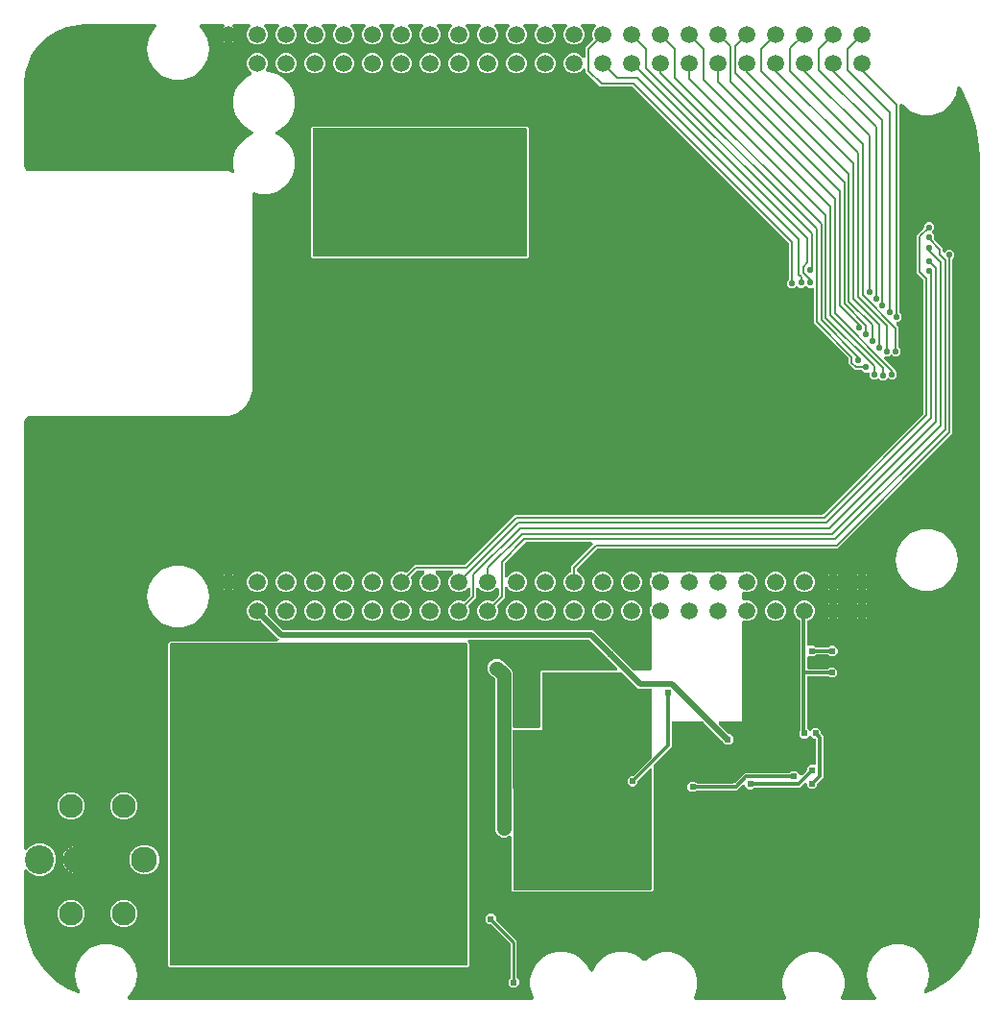
<source format=gbr>
G04 EAGLE Gerber RS-274X export*
G75*
%MOMM*%
%FSLAX34Y34*%
%LPD*%
%INBottom Copper*%
%IPPOS*%
%AMOC8*
5,1,8,0,0,1.08239X$1,22.5*%
G01*
%ADD10R,1.500000X1.500000*%
%ADD11C,1.500000*%
%ADD12C,2.300000*%
%ADD13C,2.415000*%
%ADD14C,2.550000*%
%ADD15C,2.100000*%
%ADD16C,0.604000*%
%ADD17C,1.270000*%
%ADD18C,0.975000*%
%ADD19C,0.304800*%
%ADD20C,0.558800*%
%ADD21C,0.508000*%
%ADD22C,0.203200*%
%ADD23C,0.254000*%

G36*
X460777Y23316D02*
X460777Y23316D01*
X460853Y23315D01*
X460950Y23336D01*
X461048Y23347D01*
X461119Y23373D01*
X461193Y23389D01*
X461283Y23431D01*
X461376Y23465D01*
X461440Y23506D01*
X461508Y23538D01*
X461586Y23600D01*
X461669Y23654D01*
X461721Y23708D01*
X461781Y23755D01*
X461842Y23833D01*
X461911Y23904D01*
X461950Y23969D01*
X461997Y24029D01*
X462039Y24118D01*
X462090Y24203D01*
X462113Y24275D01*
X462145Y24344D01*
X462166Y24441D01*
X462196Y24535D01*
X462202Y24611D01*
X462218Y24685D01*
X462216Y24784D01*
X462224Y24883D01*
X462213Y24957D01*
X462211Y25033D01*
X462187Y25129D01*
X462172Y25227D01*
X462144Y25298D01*
X462126Y25371D01*
X462061Y25508D01*
X462044Y25551D01*
X462033Y25566D01*
X462021Y25592D01*
X460748Y27796D01*
X458897Y34704D01*
X458897Y41856D01*
X460748Y48764D01*
X464324Y54957D01*
X469381Y60014D01*
X475574Y63590D01*
X482482Y65441D01*
X489634Y65441D01*
X496542Y63590D01*
X502735Y60014D01*
X507792Y54957D01*
X511439Y48641D01*
X511484Y48580D01*
X511521Y48514D01*
X511587Y48440D01*
X511646Y48361D01*
X511704Y48312D01*
X511755Y48256D01*
X511837Y48199D01*
X511912Y48135D01*
X511980Y48101D01*
X512042Y48058D01*
X512134Y48021D01*
X512222Y47976D01*
X512296Y47958D01*
X512366Y47930D01*
X512464Y47916D01*
X512561Y47892D01*
X512636Y47891D01*
X512711Y47880D01*
X512810Y47888D01*
X512909Y47886D01*
X512983Y47903D01*
X513059Y47909D01*
X513153Y47939D01*
X513250Y47960D01*
X513318Y47993D01*
X513390Y48016D01*
X513475Y48067D01*
X513564Y48110D01*
X513624Y48157D01*
X513689Y48196D01*
X513760Y48265D01*
X513837Y48327D01*
X513884Y48386D01*
X513938Y48439D01*
X514024Y48564D01*
X514053Y48600D01*
X514061Y48617D01*
X514077Y48641D01*
X517724Y54957D01*
X522781Y60014D01*
X528974Y63590D01*
X535882Y65441D01*
X543034Y65441D01*
X549942Y63590D01*
X556135Y60014D01*
X558392Y57757D01*
X558413Y57741D01*
X558429Y57721D01*
X558549Y57633D01*
X558665Y57541D01*
X558689Y57529D01*
X558710Y57514D01*
X558846Y57455D01*
X558980Y57392D01*
X559006Y57386D01*
X559030Y57376D01*
X559176Y57349D01*
X559321Y57318D01*
X559347Y57319D01*
X559373Y57314D01*
X559521Y57322D01*
X559669Y57324D01*
X559695Y57331D01*
X559721Y57332D01*
X559863Y57373D01*
X560007Y57409D01*
X560030Y57421D01*
X560056Y57429D01*
X560185Y57501D01*
X560317Y57569D01*
X560337Y57586D01*
X560360Y57599D01*
X560546Y57757D01*
X562373Y59584D01*
X568566Y63160D01*
X575474Y65011D01*
X582626Y65011D01*
X589534Y63160D01*
X595727Y59584D01*
X600784Y54527D01*
X604360Y48334D01*
X606211Y41426D01*
X606211Y34274D01*
X604360Y27366D01*
X603335Y25592D01*
X603305Y25523D01*
X603266Y25458D01*
X603236Y25363D01*
X603197Y25272D01*
X603183Y25198D01*
X603160Y25126D01*
X603152Y25027D01*
X603135Y24929D01*
X603138Y24854D01*
X603132Y24778D01*
X603147Y24680D01*
X603152Y24581D01*
X603173Y24508D01*
X603184Y24434D01*
X603220Y24341D01*
X603248Y24246D01*
X603285Y24180D01*
X603313Y24110D01*
X603369Y24028D01*
X603417Y23942D01*
X603468Y23886D01*
X603512Y23824D01*
X603585Y23757D01*
X603652Y23684D01*
X603714Y23641D01*
X603770Y23590D01*
X603857Y23542D01*
X603939Y23486D01*
X604009Y23458D01*
X604075Y23422D01*
X604171Y23395D01*
X604263Y23358D01*
X604338Y23347D01*
X604411Y23327D01*
X604561Y23315D01*
X604608Y23308D01*
X604626Y23309D01*
X604655Y23307D01*
X683045Y23307D01*
X683121Y23316D01*
X683196Y23315D01*
X683293Y23336D01*
X683392Y23347D01*
X683463Y23373D01*
X683537Y23389D01*
X683626Y23431D01*
X683720Y23465D01*
X683783Y23506D01*
X683852Y23538D01*
X683929Y23600D01*
X684013Y23654D01*
X684065Y23708D01*
X684124Y23755D01*
X684186Y23833D01*
X684255Y23904D01*
X684294Y23969D01*
X684341Y24029D01*
X684383Y24118D01*
X684434Y24203D01*
X684457Y24275D01*
X684489Y24344D01*
X684510Y24441D01*
X684540Y24535D01*
X684546Y24611D01*
X684562Y24685D01*
X684560Y24784D01*
X684568Y24883D01*
X684557Y24957D01*
X684555Y25033D01*
X684531Y25129D01*
X684516Y25227D01*
X684488Y25298D01*
X684470Y25371D01*
X684405Y25508D01*
X684387Y25551D01*
X684377Y25566D01*
X684365Y25592D01*
X683340Y27366D01*
X681489Y34274D01*
X681489Y41426D01*
X683340Y48334D01*
X686916Y54527D01*
X691973Y59584D01*
X698166Y63160D01*
X705074Y65011D01*
X712226Y65011D01*
X719134Y63160D01*
X725327Y59584D01*
X730384Y54527D01*
X733960Y48334D01*
X735811Y41426D01*
X735811Y34274D01*
X733960Y27366D01*
X732935Y25592D01*
X732905Y25523D01*
X732866Y25458D01*
X732836Y25363D01*
X732797Y25272D01*
X732783Y25198D01*
X732760Y25126D01*
X732752Y25027D01*
X732735Y24929D01*
X732738Y24854D01*
X732732Y24778D01*
X732747Y24680D01*
X732752Y24581D01*
X732773Y24508D01*
X732784Y24434D01*
X732820Y24341D01*
X732848Y24246D01*
X732885Y24180D01*
X732913Y24110D01*
X732969Y24028D01*
X733017Y23942D01*
X733068Y23886D01*
X733112Y23824D01*
X733185Y23757D01*
X733252Y23684D01*
X733314Y23641D01*
X733370Y23590D01*
X733457Y23542D01*
X733539Y23486D01*
X733609Y23458D01*
X733675Y23422D01*
X733771Y23395D01*
X733863Y23358D01*
X733938Y23347D01*
X734011Y23327D01*
X734161Y23315D01*
X734208Y23308D01*
X734226Y23309D01*
X734255Y23307D01*
X762658Y23307D01*
X762824Y23326D01*
X762989Y23344D01*
X762997Y23346D01*
X763005Y23347D01*
X763163Y23404D01*
X763319Y23458D01*
X763325Y23462D01*
X763333Y23465D01*
X763473Y23555D01*
X763613Y23644D01*
X763619Y23649D01*
X763626Y23654D01*
X763741Y23773D01*
X763858Y23892D01*
X763862Y23899D01*
X763868Y23904D01*
X763953Y24046D01*
X764040Y24189D01*
X764043Y24197D01*
X764047Y24203D01*
X764097Y24360D01*
X764150Y24520D01*
X764150Y24528D01*
X764153Y24535D01*
X764166Y24700D01*
X764181Y24867D01*
X764180Y24875D01*
X764181Y24883D01*
X764156Y25048D01*
X764133Y25212D01*
X764130Y25219D01*
X764129Y25227D01*
X764067Y25383D01*
X764008Y25537D01*
X764003Y25544D01*
X764000Y25551D01*
X763905Y25688D01*
X763812Y25826D01*
X763805Y25832D01*
X763801Y25837D01*
X763782Y25855D01*
X763638Y25997D01*
X762121Y27270D01*
X757360Y35515D01*
X755707Y44891D01*
X757360Y54268D01*
X762121Y62513D01*
X769414Y68633D01*
X778361Y71889D01*
X787882Y71889D01*
X796829Y68633D01*
X804122Y62513D01*
X808882Y54268D01*
X810536Y44891D01*
X808882Y35515D01*
X806341Y31113D01*
X806331Y31089D01*
X806316Y31068D01*
X806261Y30930D01*
X806202Y30793D01*
X806197Y30768D01*
X806188Y30744D01*
X806166Y30597D01*
X806140Y30450D01*
X806141Y30425D01*
X806137Y30399D01*
X806150Y30251D01*
X806157Y30102D01*
X806164Y30077D01*
X806166Y30052D01*
X806212Y29910D01*
X806253Y29767D01*
X806265Y29745D01*
X806273Y29720D01*
X806350Y29593D01*
X806423Y29463D01*
X806440Y29444D01*
X806453Y29422D01*
X806556Y29315D01*
X806657Y29205D01*
X806678Y29190D01*
X806696Y29172D01*
X806821Y29091D01*
X806944Y29007D01*
X806968Y28997D01*
X806989Y28984D01*
X807130Y28933D01*
X807268Y28879D01*
X807293Y28875D01*
X807318Y28867D01*
X807466Y28850D01*
X807613Y28829D01*
X807638Y28831D01*
X807664Y28828D01*
X807812Y28845D01*
X807960Y28858D01*
X807984Y28866D01*
X808010Y28869D01*
X808243Y28944D01*
X815813Y32080D01*
X815837Y32093D01*
X815863Y32101D01*
X816076Y32220D01*
X828026Y40205D01*
X828046Y40222D01*
X828070Y40236D01*
X828257Y40394D01*
X838419Y50556D01*
X838436Y50578D01*
X838456Y50595D01*
X838608Y50787D01*
X846592Y62737D01*
X846605Y62761D01*
X846622Y62782D01*
X846733Y63000D01*
X852233Y76277D01*
X852240Y76304D01*
X852253Y76328D01*
X852320Y76563D01*
X852575Y77849D01*
X852878Y79372D01*
X853181Y80895D01*
X853181Y80896D01*
X853787Y83942D01*
X854090Y85465D01*
X854393Y86988D01*
X854393Y86989D01*
X854696Y88511D01*
X854696Y88512D01*
X854999Y90035D01*
X855123Y90658D01*
X855126Y90690D01*
X855151Y90881D01*
X855504Y98067D01*
X855502Y98095D01*
X855506Y98141D01*
X855506Y766142D01*
X855503Y766165D01*
X855504Y766201D01*
X855149Y775248D01*
X855141Y775297D01*
X855131Y775427D01*
X852301Y793298D01*
X852298Y793310D01*
X852245Y793531D01*
X846654Y810740D01*
X846649Y810750D01*
X846562Y810961D01*
X838347Y827083D01*
X838341Y827093D01*
X838223Y827286D01*
X838158Y827376D01*
X838099Y827440D01*
X838047Y827511D01*
X837981Y827568D01*
X837922Y827633D01*
X837850Y827682D01*
X837784Y827739D01*
X837706Y827780D01*
X837634Y827829D01*
X837553Y827861D01*
X837475Y827901D01*
X837391Y827923D01*
X837309Y827955D01*
X837222Y827967D01*
X837138Y827989D01*
X837051Y827991D01*
X836964Y828004D01*
X836877Y827996D01*
X836790Y827998D01*
X836704Y827980D01*
X836617Y827973D01*
X836534Y827945D01*
X836448Y827928D01*
X836369Y827891D01*
X836286Y827864D01*
X836211Y827818D01*
X836132Y827781D01*
X836063Y827728D01*
X835988Y827682D01*
X835926Y827621D01*
X835857Y827567D01*
X835802Y827499D01*
X835740Y827438D01*
X835693Y827364D01*
X835638Y827296D01*
X835600Y827217D01*
X835553Y827143D01*
X835525Y827061D01*
X835487Y826982D01*
X835455Y826862D01*
X835439Y826814D01*
X835436Y826787D01*
X835425Y826745D01*
X834282Y820265D01*
X829522Y812020D01*
X822229Y805900D01*
X813282Y802644D01*
X803761Y802644D01*
X794814Y805900D01*
X787521Y812020D01*
X787449Y812144D01*
X787375Y812244D01*
X787307Y812350D01*
X787271Y812384D01*
X787242Y812424D01*
X787146Y812505D01*
X787056Y812592D01*
X787014Y812617D01*
X786976Y812649D01*
X786864Y812707D01*
X786757Y812771D01*
X786710Y812786D01*
X786666Y812808D01*
X786544Y812839D01*
X786425Y812877D01*
X786376Y812881D01*
X786328Y812893D01*
X786202Y812895D01*
X786078Y812905D01*
X786029Y812898D01*
X785979Y812898D01*
X785857Y812872D01*
X785733Y812853D01*
X785687Y812835D01*
X785639Y812824D01*
X785526Y812771D01*
X785409Y812724D01*
X785369Y812696D01*
X785324Y812675D01*
X785226Y812597D01*
X785123Y812526D01*
X785090Y812489D01*
X785051Y812458D01*
X784973Y812360D01*
X784890Y812267D01*
X784866Y812223D01*
X784835Y812184D01*
X784782Y812071D01*
X784721Y811962D01*
X784708Y811914D01*
X784687Y811869D01*
X784660Y811746D01*
X784626Y811626D01*
X784621Y811564D01*
X784614Y811528D01*
X784615Y811480D01*
X784607Y811383D01*
X784607Y629038D01*
X784621Y628912D01*
X784628Y628786D01*
X784641Y628740D01*
X784647Y628692D01*
X784689Y628573D01*
X784724Y628451D01*
X784748Y628409D01*
X784764Y628363D01*
X784833Y628257D01*
X784894Y628147D01*
X784934Y628101D01*
X784953Y628071D01*
X784988Y628037D01*
X785053Y627961D01*
X786385Y626629D01*
X786385Y623051D01*
X783855Y620521D01*
X783064Y620521D01*
X782964Y620510D01*
X782864Y620508D01*
X782792Y620490D01*
X782718Y620481D01*
X782623Y620448D01*
X782526Y620423D01*
X782460Y620389D01*
X782390Y620364D01*
X782305Y620309D01*
X782216Y620263D01*
X782159Y620215D01*
X782097Y620175D01*
X782027Y620103D01*
X781950Y620038D01*
X781906Y619978D01*
X781855Y619924D01*
X781803Y619838D01*
X781743Y619757D01*
X781714Y619689D01*
X781676Y619625D01*
X781645Y619529D01*
X781605Y619437D01*
X781592Y619364D01*
X781569Y619293D01*
X781561Y619193D01*
X781544Y619094D01*
X781547Y619020D01*
X781542Y618946D01*
X781556Y618846D01*
X781562Y618746D01*
X781582Y618675D01*
X781593Y618601D01*
X781630Y618508D01*
X781658Y618411D01*
X781694Y618346D01*
X781722Y618277D01*
X781779Y618195D01*
X781828Y618107D01*
X781893Y618031D01*
X781921Y617991D01*
X781947Y617967D01*
X781987Y617921D01*
X783845Y616063D01*
X783845Y598812D01*
X783859Y598686D01*
X783866Y598560D01*
X783879Y598514D01*
X783885Y598466D01*
X783927Y598347D01*
X783962Y598225D01*
X783986Y598183D01*
X784002Y598138D01*
X784071Y598031D01*
X784132Y597921D01*
X784172Y597875D01*
X784191Y597845D01*
X784226Y597811D01*
X784291Y597735D01*
X785623Y596403D01*
X785623Y592825D01*
X783093Y590295D01*
X779515Y590295D01*
X778444Y591366D01*
X778424Y591383D01*
X778407Y591403D01*
X778287Y591491D01*
X778171Y591583D01*
X778147Y591594D01*
X778126Y591610D01*
X777990Y591668D01*
X777856Y591732D01*
X777830Y591737D01*
X777806Y591748D01*
X777660Y591774D01*
X777515Y591805D01*
X777489Y591805D01*
X777463Y591809D01*
X777315Y591802D01*
X777167Y591799D01*
X777141Y591793D01*
X777115Y591791D01*
X776973Y591750D01*
X776829Y591714D01*
X776806Y591702D01*
X776780Y591695D01*
X776651Y591623D01*
X776519Y591555D01*
X776499Y591538D01*
X776476Y591525D01*
X776290Y591366D01*
X775219Y590295D01*
X772753Y590295D01*
X772653Y590284D01*
X772553Y590282D01*
X772481Y590264D01*
X772407Y590255D01*
X772312Y590222D01*
X772215Y590197D01*
X772149Y590163D01*
X772079Y590138D01*
X771994Y590083D01*
X771905Y590037D01*
X771848Y589989D01*
X771786Y589949D01*
X771716Y589877D01*
X771640Y589812D01*
X771595Y589752D01*
X771544Y589698D01*
X771492Y589612D01*
X771432Y589531D01*
X771403Y589463D01*
X771365Y589399D01*
X771334Y589303D01*
X771294Y589211D01*
X771281Y589138D01*
X771259Y589067D01*
X771251Y588967D01*
X771233Y588868D01*
X771237Y588794D01*
X771231Y588720D01*
X771246Y588620D01*
X771251Y588520D01*
X771271Y588449D01*
X771282Y588375D01*
X771319Y588282D01*
X771347Y588185D01*
X771384Y588120D01*
X771411Y588051D01*
X771468Y587969D01*
X771517Y587881D01*
X771583Y587805D01*
X771610Y587765D01*
X771636Y587741D01*
X771676Y587695D01*
X778608Y580763D01*
X780543Y578828D01*
X780543Y578746D01*
X780557Y578620D01*
X780564Y578494D01*
X780577Y578448D01*
X780583Y578400D01*
X780625Y578281D01*
X780660Y578159D01*
X780684Y578117D01*
X780700Y578072D01*
X780769Y577965D01*
X780830Y577855D01*
X780870Y577809D01*
X780889Y577779D01*
X780924Y577745D01*
X780989Y577669D01*
X782321Y576337D01*
X782321Y572759D01*
X779791Y570229D01*
X776213Y570229D01*
X775650Y570792D01*
X775629Y570809D01*
X775613Y570829D01*
X775493Y570917D01*
X775377Y571009D01*
X775353Y571020D01*
X775332Y571036D01*
X775196Y571094D01*
X775062Y571158D01*
X775036Y571163D01*
X775012Y571174D01*
X774866Y571200D01*
X774721Y571231D01*
X774695Y571231D01*
X774669Y571235D01*
X774521Y571228D01*
X774373Y571225D01*
X774347Y571219D01*
X774321Y571217D01*
X774179Y571176D01*
X774035Y571140D01*
X774012Y571128D01*
X773986Y571121D01*
X773857Y571049D01*
X773725Y570981D01*
X773705Y570964D01*
X773682Y570951D01*
X773496Y570792D01*
X771917Y569213D01*
X768339Y569213D01*
X767014Y570538D01*
X766994Y570555D01*
X766977Y570575D01*
X766857Y570663D01*
X766741Y570755D01*
X766717Y570766D01*
X766696Y570782D01*
X766560Y570840D01*
X766426Y570904D01*
X766400Y570909D01*
X766376Y570920D01*
X766230Y570946D01*
X766085Y570977D01*
X766059Y570977D01*
X766033Y570981D01*
X765885Y570974D01*
X765737Y570971D01*
X765711Y570965D01*
X765685Y570963D01*
X765543Y570922D01*
X765399Y570886D01*
X765376Y570874D01*
X765350Y570867D01*
X765221Y570794D01*
X765089Y570727D01*
X765069Y570710D01*
X765046Y570697D01*
X764860Y570538D01*
X764335Y570014D01*
X760757Y570014D01*
X758228Y572543D01*
X758228Y574739D01*
X758225Y574759D01*
X758227Y574776D01*
X758226Y574781D01*
X758227Y574791D01*
X758205Y574938D01*
X758188Y575085D01*
X758179Y575110D01*
X758175Y575136D01*
X758120Y575273D01*
X758070Y575413D01*
X758056Y575435D01*
X758046Y575460D01*
X757962Y575581D01*
X757881Y575706D01*
X757862Y575724D01*
X757847Y575746D01*
X757737Y575845D01*
X757631Y575948D01*
X757608Y575962D01*
X757589Y575979D01*
X757459Y576051D01*
X757331Y576127D01*
X757306Y576135D01*
X757283Y576148D01*
X757141Y576188D01*
X756999Y576233D01*
X756973Y576235D01*
X756948Y576242D01*
X756704Y576262D01*
X753290Y576262D01*
X751958Y577594D01*
X751859Y577673D01*
X751765Y577757D01*
X751723Y577781D01*
X751685Y577811D01*
X751571Y577864D01*
X751460Y577926D01*
X751414Y577939D01*
X751370Y577959D01*
X751247Y577986D01*
X751125Y578020D01*
X751064Y578025D01*
X751029Y578033D01*
X750981Y578032D01*
X750881Y578040D01*
X745510Y578040D01*
X739965Y583586D01*
X739965Y587787D01*
X739951Y587912D01*
X739944Y588039D01*
X739931Y588085D01*
X739925Y588133D01*
X739883Y588252D01*
X739848Y588374D01*
X739824Y588416D01*
X739808Y588461D01*
X739739Y588567D01*
X739677Y588678D01*
X739638Y588724D01*
X739619Y588754D01*
X739584Y588788D01*
X739519Y588864D01*
X708913Y619470D01*
X708913Y649224D01*
X708910Y649250D01*
X708912Y649276D01*
X708890Y649423D01*
X708873Y649570D01*
X708865Y649595D01*
X708861Y649621D01*
X708806Y649759D01*
X708756Y649898D01*
X708742Y649920D01*
X708732Y649945D01*
X708647Y650066D01*
X708567Y650191D01*
X708548Y650209D01*
X708533Y650231D01*
X708423Y650330D01*
X708316Y650433D01*
X708294Y650447D01*
X708274Y650464D01*
X708144Y650536D01*
X708017Y650612D01*
X707992Y650620D01*
X707969Y650633D01*
X707826Y650673D01*
X707685Y650718D01*
X707659Y650720D01*
X707634Y650728D01*
X707390Y650747D01*
X703823Y650747D01*
X702879Y651691D01*
X702859Y651708D01*
X702842Y651728D01*
X702722Y651816D01*
X702606Y651908D01*
X702582Y651919D01*
X702561Y651935D01*
X702425Y651993D01*
X702291Y652057D01*
X702265Y652062D01*
X702241Y652073D01*
X702095Y652099D01*
X701950Y652130D01*
X701924Y652130D01*
X701898Y652134D01*
X701750Y652127D01*
X701602Y652124D01*
X701576Y652118D01*
X701550Y652116D01*
X701408Y652075D01*
X701264Y652039D01*
X701241Y652027D01*
X701215Y652020D01*
X701086Y651947D01*
X700954Y651880D01*
X700934Y651863D01*
X700911Y651850D01*
X700725Y651691D01*
X699781Y650747D01*
X696203Y650747D01*
X695132Y651818D01*
X695112Y651835D01*
X695095Y651855D01*
X694975Y651943D01*
X694859Y652035D01*
X694835Y652046D01*
X694814Y652062D01*
X694678Y652120D01*
X694544Y652184D01*
X694518Y652189D01*
X694494Y652200D01*
X694348Y652226D01*
X694203Y652257D01*
X694177Y652257D01*
X694151Y652261D01*
X694003Y652254D01*
X693855Y652251D01*
X693829Y652245D01*
X693803Y652243D01*
X693661Y652202D01*
X693517Y652166D01*
X693494Y652154D01*
X693468Y652147D01*
X693339Y652074D01*
X693207Y652007D01*
X693187Y651990D01*
X693164Y651977D01*
X692978Y651818D01*
X691653Y650493D01*
X688075Y650493D01*
X685545Y653023D01*
X685545Y656601D01*
X686877Y657933D01*
X686956Y658032D01*
X687040Y658126D01*
X687064Y658168D01*
X687094Y658206D01*
X687148Y658320D01*
X687209Y658431D01*
X687222Y658477D01*
X687243Y658521D01*
X687269Y658644D01*
X687304Y658766D01*
X687309Y658827D01*
X687316Y658862D01*
X687315Y658910D01*
X687323Y659010D01*
X687323Y689197D01*
X687309Y689322D01*
X687302Y689448D01*
X687289Y689495D01*
X687283Y689543D01*
X687241Y689662D01*
X687206Y689783D01*
X687182Y689825D01*
X687166Y689871D01*
X687097Y689977D01*
X687036Y690087D01*
X686996Y690134D01*
X686977Y690164D01*
X686942Y690197D01*
X686877Y690274D01*
X549558Y827593D01*
X549459Y827672D01*
X549365Y827756D01*
X549323Y827780D01*
X549285Y827810D01*
X549171Y827864D01*
X549060Y827925D01*
X549013Y827938D01*
X548970Y827959D01*
X548846Y827985D01*
X548724Y828020D01*
X548664Y828025D01*
X548629Y828032D01*
X548581Y828031D01*
X548481Y828039D01*
X520664Y828039D01*
X507745Y840958D01*
X507745Y842455D01*
X507734Y842555D01*
X507732Y842655D01*
X507714Y842727D01*
X507705Y842801D01*
X507672Y842896D01*
X507647Y842993D01*
X507613Y843059D01*
X507588Y843129D01*
X507533Y843214D01*
X507487Y843303D01*
X507439Y843360D01*
X507399Y843422D01*
X507327Y843492D01*
X507262Y843568D01*
X507202Y843613D01*
X507148Y843664D01*
X507062Y843716D01*
X506981Y843775D01*
X506913Y843805D01*
X506849Y843843D01*
X506753Y843874D01*
X506661Y843913D01*
X506588Y843927D01*
X506517Y843949D01*
X506417Y843957D01*
X506318Y843975D01*
X506244Y843971D01*
X506170Y843977D01*
X506070Y843962D01*
X505970Y843957D01*
X505899Y843937D01*
X505825Y843926D01*
X505732Y843889D01*
X505635Y843861D01*
X505570Y843824D01*
X505501Y843797D01*
X505419Y843740D01*
X505331Y843691D01*
X505255Y843625D01*
X505215Y843598D01*
X505191Y843571D01*
X505145Y843532D01*
X502622Y841009D01*
X499305Y839635D01*
X495715Y839635D01*
X492398Y841009D01*
X489859Y843548D01*
X488485Y846865D01*
X488485Y850455D01*
X489859Y853772D01*
X492398Y856311D01*
X495715Y857685D01*
X499305Y857685D01*
X502622Y856311D01*
X505145Y853788D01*
X505223Y853726D01*
X505296Y853656D01*
X505360Y853618D01*
X505418Y853571D01*
X505509Y853528D01*
X505595Y853477D01*
X505666Y853454D01*
X505733Y853422D01*
X505831Y853401D01*
X505927Y853371D01*
X506001Y853365D01*
X506074Y853349D01*
X506174Y853351D01*
X506274Y853343D01*
X506348Y853354D01*
X506422Y853355D01*
X506519Y853379D01*
X506619Y853394D01*
X506688Y853422D01*
X506760Y853440D01*
X506849Y853486D01*
X506943Y853523D01*
X507004Y853566D01*
X507070Y853600D01*
X507146Y853665D01*
X507229Y853722D01*
X507279Y853777D01*
X507335Y853825D01*
X507395Y853906D01*
X507462Y853981D01*
X507498Y854046D01*
X507543Y854106D01*
X507582Y854198D01*
X507631Y854286D01*
X507651Y854357D01*
X507681Y854426D01*
X507698Y854525D01*
X507726Y854621D01*
X507734Y854721D01*
X507742Y854769D01*
X507740Y854805D01*
X507745Y854865D01*
X507745Y862488D01*
X514231Y868974D01*
X514278Y869034D01*
X514333Y869087D01*
X514386Y869170D01*
X514447Y869247D01*
X514480Y869316D01*
X514521Y869380D01*
X514554Y869473D01*
X514596Y869562D01*
X514612Y869637D01*
X514638Y869709D01*
X514649Y869807D01*
X514670Y869903D01*
X514668Y869979D01*
X514677Y870055D01*
X514665Y870153D01*
X514664Y870251D01*
X514645Y870325D01*
X514636Y870401D01*
X514590Y870543D01*
X514579Y870589D01*
X514570Y870606D01*
X514561Y870634D01*
X513885Y872265D01*
X513885Y875855D01*
X515259Y879172D01*
X516462Y880375D01*
X516525Y880454D01*
X516595Y880526D01*
X516633Y880590D01*
X516679Y880648D01*
X516722Y880739D01*
X516774Y880825D01*
X516796Y880896D01*
X516828Y880963D01*
X516849Y881062D01*
X516880Y881157D01*
X516886Y881231D01*
X516901Y881304D01*
X516900Y881404D01*
X516908Y881505D01*
X516897Y881578D01*
X516895Y881653D01*
X516871Y881750D01*
X516856Y881849D01*
X516829Y881918D01*
X516810Y881991D01*
X516764Y882080D01*
X516727Y882173D01*
X516685Y882234D01*
X516651Y882300D01*
X516586Y882377D01*
X516528Y882459D01*
X516473Y882509D01*
X516425Y882566D01*
X516344Y882625D01*
X516270Y882693D01*
X516204Y882729D01*
X516145Y882773D01*
X516053Y882813D01*
X515965Y882861D01*
X515893Y882882D01*
X515825Y882911D01*
X515726Y882929D01*
X515629Y882956D01*
X515529Y882964D01*
X515482Y882973D01*
X515446Y882971D01*
X515385Y882976D01*
X505035Y882976D01*
X504935Y882964D01*
X504834Y882962D01*
X504762Y882944D01*
X504688Y882936D01*
X504594Y882902D01*
X504496Y882877D01*
X504430Y882843D01*
X504360Y882818D01*
X504276Y882764D01*
X504187Y882718D01*
X504130Y882670D01*
X504068Y882629D01*
X503998Y882557D01*
X503921Y882492D01*
X503877Y882432D01*
X503825Y882379D01*
X503774Y882292D01*
X503714Y882212D01*
X503685Y882143D01*
X503646Y882080D01*
X503616Y881984D01*
X503576Y881892D01*
X503563Y881818D01*
X503540Y881748D01*
X503532Y881648D01*
X503514Y881549D01*
X503518Y881474D01*
X503512Y881400D01*
X503527Y881301D01*
X503532Y881201D01*
X503553Y881129D01*
X503564Y881056D01*
X503601Y880962D01*
X503629Y880866D01*
X503665Y880801D01*
X503693Y880732D01*
X503750Y880649D01*
X503799Y880562D01*
X503864Y880485D01*
X503892Y880446D01*
X503918Y880422D01*
X503958Y880375D01*
X505161Y879172D01*
X506535Y875855D01*
X506535Y872265D01*
X505161Y868948D01*
X502622Y866409D01*
X499305Y865035D01*
X495715Y865035D01*
X492398Y866409D01*
X489859Y868948D01*
X488485Y872265D01*
X488485Y875855D01*
X489859Y879172D01*
X491062Y880375D01*
X491125Y880454D01*
X491195Y880526D01*
X491233Y880590D01*
X491279Y880648D01*
X491322Y880739D01*
X491374Y880825D01*
X491396Y880896D01*
X491428Y880963D01*
X491449Y881062D01*
X491480Y881157D01*
X491486Y881231D01*
X491501Y881304D01*
X491500Y881404D01*
X491508Y881505D01*
X491497Y881578D01*
X491495Y881653D01*
X491471Y881750D01*
X491456Y881849D01*
X491429Y881918D01*
X491410Y881991D01*
X491364Y882080D01*
X491327Y882173D01*
X491285Y882234D01*
X491251Y882300D01*
X491186Y882377D01*
X491128Y882459D01*
X491073Y882509D01*
X491025Y882566D01*
X490944Y882625D01*
X490870Y882693D01*
X490804Y882729D01*
X490745Y882773D01*
X490653Y882813D01*
X490565Y882861D01*
X490493Y882882D01*
X490425Y882911D01*
X490326Y882929D01*
X490229Y882956D01*
X490129Y882964D01*
X490082Y882973D01*
X490046Y882971D01*
X489985Y882976D01*
X479635Y882976D01*
X479535Y882964D01*
X479434Y882962D01*
X479362Y882944D01*
X479288Y882936D01*
X479194Y882902D01*
X479096Y882877D01*
X479030Y882843D01*
X478960Y882818D01*
X478876Y882764D01*
X478787Y882718D01*
X478730Y882670D01*
X478668Y882629D01*
X478598Y882557D01*
X478521Y882492D01*
X478477Y882432D01*
X478425Y882379D01*
X478374Y882292D01*
X478314Y882212D01*
X478285Y882143D01*
X478246Y882080D01*
X478216Y881984D01*
X478176Y881892D01*
X478163Y881818D01*
X478140Y881748D01*
X478132Y881648D01*
X478114Y881549D01*
X478118Y881474D01*
X478112Y881400D01*
X478127Y881301D01*
X478132Y881201D01*
X478153Y881129D01*
X478164Y881056D01*
X478201Y880962D01*
X478229Y880866D01*
X478265Y880801D01*
X478293Y880732D01*
X478350Y880649D01*
X478399Y880562D01*
X478464Y880485D01*
X478492Y880446D01*
X478518Y880422D01*
X478558Y880375D01*
X479761Y879172D01*
X481135Y875855D01*
X481135Y872265D01*
X479761Y868948D01*
X477222Y866409D01*
X473905Y865035D01*
X470315Y865035D01*
X466998Y866409D01*
X464459Y868948D01*
X463085Y872265D01*
X463085Y875855D01*
X464459Y879172D01*
X465662Y880375D01*
X465725Y880454D01*
X465795Y880526D01*
X465833Y880590D01*
X465879Y880648D01*
X465922Y880739D01*
X465974Y880825D01*
X465996Y880896D01*
X466028Y880963D01*
X466049Y881062D01*
X466080Y881157D01*
X466086Y881231D01*
X466101Y881304D01*
X466100Y881404D01*
X466108Y881505D01*
X466097Y881578D01*
X466095Y881653D01*
X466071Y881750D01*
X466056Y881849D01*
X466029Y881918D01*
X466010Y881991D01*
X465964Y882080D01*
X465927Y882173D01*
X465885Y882234D01*
X465851Y882300D01*
X465786Y882377D01*
X465728Y882459D01*
X465673Y882509D01*
X465625Y882566D01*
X465544Y882625D01*
X465470Y882693D01*
X465404Y882729D01*
X465345Y882773D01*
X465253Y882813D01*
X465165Y882861D01*
X465093Y882882D01*
X465025Y882911D01*
X464926Y882929D01*
X464829Y882956D01*
X464729Y882964D01*
X464682Y882973D01*
X464646Y882971D01*
X464585Y882976D01*
X454235Y882976D01*
X454135Y882964D01*
X454034Y882962D01*
X453962Y882944D01*
X453888Y882936D01*
X453794Y882902D01*
X453696Y882877D01*
X453630Y882843D01*
X453560Y882818D01*
X453476Y882764D01*
X453387Y882718D01*
X453330Y882670D01*
X453268Y882629D01*
X453198Y882557D01*
X453121Y882492D01*
X453077Y882432D01*
X453025Y882379D01*
X452974Y882292D01*
X452914Y882212D01*
X452885Y882143D01*
X452846Y882080D01*
X452816Y881984D01*
X452776Y881892D01*
X452763Y881818D01*
X452740Y881748D01*
X452732Y881648D01*
X452714Y881549D01*
X452718Y881474D01*
X452712Y881400D01*
X452727Y881301D01*
X452732Y881201D01*
X452753Y881129D01*
X452764Y881056D01*
X452801Y880962D01*
X452829Y880866D01*
X452865Y880801D01*
X452893Y880732D01*
X452950Y880649D01*
X452999Y880562D01*
X453064Y880485D01*
X453092Y880446D01*
X453118Y880422D01*
X453158Y880375D01*
X454361Y879172D01*
X455735Y875855D01*
X455735Y872265D01*
X454361Y868948D01*
X451822Y866409D01*
X448505Y865035D01*
X444915Y865035D01*
X441598Y866409D01*
X439059Y868948D01*
X437685Y872265D01*
X437685Y875855D01*
X439059Y879172D01*
X440262Y880375D01*
X440325Y880454D01*
X440395Y880526D01*
X440433Y880590D01*
X440479Y880648D01*
X440522Y880739D01*
X440574Y880825D01*
X440596Y880896D01*
X440628Y880963D01*
X440649Y881062D01*
X440680Y881157D01*
X440686Y881231D01*
X440701Y881304D01*
X440700Y881404D01*
X440708Y881505D01*
X440697Y881578D01*
X440695Y881653D01*
X440671Y881750D01*
X440656Y881849D01*
X440629Y881918D01*
X440610Y881991D01*
X440564Y882080D01*
X440527Y882173D01*
X440485Y882234D01*
X440451Y882300D01*
X440386Y882377D01*
X440328Y882459D01*
X440273Y882509D01*
X440225Y882566D01*
X440144Y882625D01*
X440070Y882693D01*
X440004Y882729D01*
X439945Y882773D01*
X439853Y882813D01*
X439765Y882861D01*
X439693Y882882D01*
X439625Y882911D01*
X439526Y882929D01*
X439429Y882956D01*
X439329Y882964D01*
X439282Y882973D01*
X439246Y882971D01*
X439185Y882976D01*
X428835Y882976D01*
X428735Y882964D01*
X428634Y882962D01*
X428562Y882944D01*
X428488Y882936D01*
X428394Y882902D01*
X428296Y882877D01*
X428230Y882843D01*
X428160Y882818D01*
X428076Y882764D01*
X427987Y882718D01*
X427930Y882670D01*
X427868Y882629D01*
X427798Y882557D01*
X427721Y882492D01*
X427677Y882432D01*
X427625Y882379D01*
X427574Y882292D01*
X427514Y882212D01*
X427485Y882143D01*
X427446Y882080D01*
X427416Y881984D01*
X427376Y881892D01*
X427363Y881818D01*
X427340Y881748D01*
X427332Y881648D01*
X427314Y881549D01*
X427318Y881474D01*
X427312Y881400D01*
X427327Y881301D01*
X427332Y881201D01*
X427353Y881129D01*
X427364Y881056D01*
X427401Y880962D01*
X427429Y880866D01*
X427465Y880801D01*
X427493Y880732D01*
X427550Y880649D01*
X427599Y880562D01*
X427664Y880485D01*
X427692Y880446D01*
X427718Y880422D01*
X427758Y880375D01*
X428961Y879172D01*
X430335Y875855D01*
X430335Y872265D01*
X428961Y868948D01*
X426422Y866409D01*
X423105Y865035D01*
X419515Y865035D01*
X416198Y866409D01*
X413659Y868948D01*
X412285Y872265D01*
X412285Y875855D01*
X413659Y879172D01*
X414862Y880375D01*
X414925Y880454D01*
X414995Y880526D01*
X415033Y880590D01*
X415079Y880648D01*
X415122Y880739D01*
X415174Y880825D01*
X415196Y880896D01*
X415228Y880963D01*
X415249Y881062D01*
X415280Y881157D01*
X415286Y881231D01*
X415301Y881304D01*
X415300Y881404D01*
X415308Y881505D01*
X415297Y881578D01*
X415295Y881653D01*
X415271Y881750D01*
X415256Y881849D01*
X415229Y881918D01*
X415210Y881991D01*
X415164Y882080D01*
X415127Y882173D01*
X415085Y882234D01*
X415051Y882300D01*
X414986Y882377D01*
X414928Y882459D01*
X414873Y882509D01*
X414825Y882566D01*
X414744Y882625D01*
X414670Y882693D01*
X414604Y882729D01*
X414545Y882773D01*
X414453Y882813D01*
X414365Y882861D01*
X414293Y882882D01*
X414225Y882911D01*
X414126Y882929D01*
X414029Y882956D01*
X413929Y882964D01*
X413882Y882973D01*
X413846Y882971D01*
X413785Y882976D01*
X403435Y882976D01*
X403335Y882964D01*
X403234Y882962D01*
X403162Y882944D01*
X403088Y882936D01*
X402994Y882902D01*
X402896Y882877D01*
X402830Y882843D01*
X402760Y882818D01*
X402676Y882764D01*
X402587Y882718D01*
X402530Y882670D01*
X402468Y882629D01*
X402398Y882557D01*
X402321Y882492D01*
X402277Y882432D01*
X402225Y882379D01*
X402174Y882292D01*
X402114Y882212D01*
X402085Y882143D01*
X402046Y882080D01*
X402016Y881984D01*
X401976Y881892D01*
X401963Y881818D01*
X401940Y881748D01*
X401932Y881648D01*
X401914Y881549D01*
X401918Y881474D01*
X401912Y881400D01*
X401927Y881301D01*
X401932Y881201D01*
X401953Y881129D01*
X401964Y881056D01*
X402001Y880962D01*
X402029Y880866D01*
X402065Y880801D01*
X402093Y880732D01*
X402150Y880649D01*
X402199Y880562D01*
X402264Y880485D01*
X402292Y880446D01*
X402318Y880422D01*
X402358Y880375D01*
X403561Y879172D01*
X404935Y875855D01*
X404935Y872265D01*
X403561Y868948D01*
X401022Y866409D01*
X397705Y865035D01*
X394115Y865035D01*
X390798Y866409D01*
X388259Y868948D01*
X386885Y872265D01*
X386885Y875855D01*
X388259Y879172D01*
X389462Y880375D01*
X389525Y880454D01*
X389595Y880526D01*
X389633Y880590D01*
X389679Y880648D01*
X389722Y880739D01*
X389774Y880825D01*
X389796Y880896D01*
X389828Y880963D01*
X389849Y881062D01*
X389880Y881157D01*
X389886Y881231D01*
X389901Y881304D01*
X389900Y881404D01*
X389908Y881505D01*
X389897Y881578D01*
X389895Y881653D01*
X389871Y881750D01*
X389856Y881849D01*
X389829Y881918D01*
X389810Y881991D01*
X389764Y882080D01*
X389727Y882173D01*
X389685Y882234D01*
X389651Y882300D01*
X389586Y882377D01*
X389528Y882459D01*
X389473Y882509D01*
X389425Y882566D01*
X389344Y882625D01*
X389270Y882693D01*
X389204Y882729D01*
X389145Y882773D01*
X389053Y882813D01*
X388965Y882861D01*
X388893Y882882D01*
X388825Y882911D01*
X388726Y882929D01*
X388629Y882956D01*
X388529Y882964D01*
X388482Y882973D01*
X388446Y882971D01*
X388385Y882976D01*
X378035Y882976D01*
X377935Y882964D01*
X377834Y882962D01*
X377762Y882944D01*
X377688Y882936D01*
X377594Y882902D01*
X377496Y882877D01*
X377430Y882843D01*
X377360Y882818D01*
X377276Y882764D01*
X377187Y882718D01*
X377130Y882670D01*
X377068Y882629D01*
X376998Y882557D01*
X376921Y882492D01*
X376877Y882432D01*
X376825Y882379D01*
X376774Y882292D01*
X376714Y882212D01*
X376685Y882143D01*
X376646Y882080D01*
X376616Y881984D01*
X376576Y881892D01*
X376563Y881818D01*
X376540Y881748D01*
X376532Y881648D01*
X376514Y881549D01*
X376518Y881474D01*
X376512Y881400D01*
X376527Y881301D01*
X376532Y881201D01*
X376553Y881129D01*
X376564Y881056D01*
X376601Y880962D01*
X376629Y880866D01*
X376665Y880801D01*
X376693Y880732D01*
X376750Y880649D01*
X376799Y880562D01*
X376864Y880485D01*
X376892Y880446D01*
X376918Y880422D01*
X376958Y880375D01*
X378161Y879172D01*
X379535Y875855D01*
X379535Y872265D01*
X378161Y868948D01*
X375622Y866409D01*
X372305Y865035D01*
X368715Y865035D01*
X365398Y866409D01*
X362859Y868948D01*
X361485Y872265D01*
X361485Y875855D01*
X362859Y879172D01*
X364062Y880375D01*
X364125Y880454D01*
X364195Y880526D01*
X364233Y880590D01*
X364279Y880648D01*
X364322Y880739D01*
X364374Y880825D01*
X364396Y880896D01*
X364428Y880963D01*
X364449Y881062D01*
X364480Y881157D01*
X364486Y881231D01*
X364501Y881304D01*
X364500Y881404D01*
X364508Y881505D01*
X364497Y881578D01*
X364495Y881653D01*
X364471Y881750D01*
X364456Y881849D01*
X364429Y881918D01*
X364410Y881991D01*
X364364Y882080D01*
X364327Y882173D01*
X364285Y882234D01*
X364251Y882300D01*
X364186Y882377D01*
X364128Y882459D01*
X364073Y882509D01*
X364025Y882566D01*
X363944Y882625D01*
X363870Y882693D01*
X363804Y882729D01*
X363745Y882773D01*
X363653Y882813D01*
X363565Y882861D01*
X363493Y882882D01*
X363425Y882911D01*
X363326Y882929D01*
X363229Y882956D01*
X363129Y882964D01*
X363082Y882973D01*
X363046Y882971D01*
X362985Y882976D01*
X352635Y882976D01*
X352535Y882964D01*
X352434Y882962D01*
X352362Y882944D01*
X352288Y882936D01*
X352194Y882902D01*
X352096Y882877D01*
X352030Y882843D01*
X351960Y882818D01*
X351876Y882764D01*
X351787Y882718D01*
X351730Y882670D01*
X351668Y882629D01*
X351598Y882557D01*
X351521Y882492D01*
X351477Y882432D01*
X351425Y882379D01*
X351374Y882292D01*
X351314Y882212D01*
X351285Y882143D01*
X351246Y882080D01*
X351216Y881984D01*
X351176Y881892D01*
X351163Y881818D01*
X351140Y881748D01*
X351132Y881648D01*
X351114Y881549D01*
X351118Y881474D01*
X351112Y881400D01*
X351127Y881301D01*
X351132Y881201D01*
X351153Y881129D01*
X351164Y881056D01*
X351201Y880962D01*
X351229Y880866D01*
X351265Y880801D01*
X351293Y880732D01*
X351350Y880649D01*
X351399Y880562D01*
X351464Y880485D01*
X351492Y880446D01*
X351518Y880422D01*
X351558Y880375D01*
X352761Y879172D01*
X354135Y875855D01*
X354135Y872265D01*
X352761Y868948D01*
X350222Y866409D01*
X346905Y865035D01*
X343315Y865035D01*
X339998Y866409D01*
X337459Y868948D01*
X336085Y872265D01*
X336085Y875855D01*
X337459Y879172D01*
X338662Y880375D01*
X338725Y880454D01*
X338795Y880526D01*
X338833Y880590D01*
X338879Y880648D01*
X338922Y880739D01*
X338974Y880825D01*
X338996Y880896D01*
X339028Y880963D01*
X339049Y881062D01*
X339080Y881157D01*
X339086Y881231D01*
X339101Y881304D01*
X339100Y881404D01*
X339108Y881505D01*
X339097Y881578D01*
X339095Y881653D01*
X339071Y881750D01*
X339056Y881849D01*
X339029Y881918D01*
X339010Y881991D01*
X338964Y882080D01*
X338927Y882173D01*
X338885Y882234D01*
X338851Y882300D01*
X338786Y882377D01*
X338728Y882459D01*
X338673Y882509D01*
X338625Y882566D01*
X338544Y882625D01*
X338470Y882693D01*
X338404Y882729D01*
X338345Y882773D01*
X338253Y882813D01*
X338165Y882861D01*
X338093Y882882D01*
X338025Y882911D01*
X337926Y882929D01*
X337829Y882956D01*
X337729Y882964D01*
X337682Y882973D01*
X337646Y882971D01*
X337585Y882976D01*
X327235Y882976D01*
X327135Y882964D01*
X327034Y882962D01*
X326962Y882944D01*
X326888Y882936D01*
X326794Y882902D01*
X326696Y882877D01*
X326630Y882843D01*
X326560Y882818D01*
X326476Y882764D01*
X326387Y882718D01*
X326330Y882670D01*
X326268Y882629D01*
X326198Y882557D01*
X326121Y882492D01*
X326077Y882432D01*
X326025Y882379D01*
X325974Y882292D01*
X325914Y882212D01*
X325885Y882143D01*
X325846Y882080D01*
X325816Y881984D01*
X325776Y881892D01*
X325763Y881818D01*
X325740Y881748D01*
X325732Y881648D01*
X325714Y881549D01*
X325718Y881474D01*
X325712Y881400D01*
X325727Y881301D01*
X325732Y881201D01*
X325753Y881129D01*
X325764Y881056D01*
X325801Y880962D01*
X325829Y880866D01*
X325865Y880801D01*
X325893Y880732D01*
X325950Y880649D01*
X325999Y880562D01*
X326064Y880485D01*
X326092Y880446D01*
X326118Y880422D01*
X326158Y880375D01*
X327361Y879172D01*
X328735Y875855D01*
X328735Y872265D01*
X327361Y868948D01*
X324822Y866409D01*
X321505Y865035D01*
X317915Y865035D01*
X314598Y866409D01*
X312059Y868948D01*
X310685Y872265D01*
X310685Y875855D01*
X312059Y879172D01*
X313262Y880375D01*
X313325Y880454D01*
X313395Y880526D01*
X313433Y880590D01*
X313479Y880648D01*
X313522Y880739D01*
X313574Y880825D01*
X313596Y880896D01*
X313628Y880963D01*
X313649Y881062D01*
X313680Y881157D01*
X313686Y881231D01*
X313701Y881304D01*
X313700Y881404D01*
X313708Y881505D01*
X313697Y881578D01*
X313695Y881653D01*
X313671Y881750D01*
X313656Y881849D01*
X313629Y881918D01*
X313610Y881991D01*
X313564Y882080D01*
X313527Y882173D01*
X313485Y882234D01*
X313451Y882300D01*
X313386Y882377D01*
X313328Y882459D01*
X313273Y882509D01*
X313225Y882566D01*
X313144Y882625D01*
X313070Y882693D01*
X313004Y882729D01*
X312945Y882773D01*
X312853Y882813D01*
X312765Y882861D01*
X312693Y882882D01*
X312625Y882911D01*
X312526Y882929D01*
X312429Y882956D01*
X312329Y882964D01*
X312282Y882973D01*
X312246Y882971D01*
X312185Y882976D01*
X301835Y882976D01*
X301735Y882964D01*
X301634Y882962D01*
X301562Y882944D01*
X301488Y882936D01*
X301394Y882902D01*
X301296Y882877D01*
X301230Y882843D01*
X301160Y882818D01*
X301076Y882764D01*
X300987Y882718D01*
X300930Y882670D01*
X300868Y882629D01*
X300798Y882557D01*
X300721Y882492D01*
X300677Y882432D01*
X300625Y882379D01*
X300574Y882292D01*
X300514Y882212D01*
X300485Y882143D01*
X300446Y882080D01*
X300416Y881984D01*
X300376Y881892D01*
X300363Y881818D01*
X300340Y881748D01*
X300332Y881648D01*
X300314Y881549D01*
X300318Y881474D01*
X300312Y881400D01*
X300327Y881301D01*
X300332Y881201D01*
X300353Y881129D01*
X300364Y881056D01*
X300401Y880962D01*
X300429Y880866D01*
X300465Y880801D01*
X300493Y880732D01*
X300550Y880649D01*
X300599Y880562D01*
X300664Y880485D01*
X300692Y880446D01*
X300718Y880422D01*
X300758Y880375D01*
X301961Y879172D01*
X303335Y875855D01*
X303335Y872265D01*
X301961Y868948D01*
X299422Y866409D01*
X296105Y865035D01*
X292515Y865035D01*
X289198Y866409D01*
X286659Y868948D01*
X285285Y872265D01*
X285285Y875855D01*
X286659Y879172D01*
X287862Y880375D01*
X287925Y880454D01*
X287995Y880526D01*
X288033Y880590D01*
X288079Y880648D01*
X288122Y880739D01*
X288174Y880825D01*
X288196Y880896D01*
X288228Y880963D01*
X288249Y881062D01*
X288280Y881157D01*
X288286Y881231D01*
X288301Y881304D01*
X288300Y881404D01*
X288308Y881505D01*
X288297Y881578D01*
X288295Y881653D01*
X288271Y881750D01*
X288256Y881849D01*
X288229Y881918D01*
X288210Y881991D01*
X288164Y882080D01*
X288127Y882173D01*
X288085Y882234D01*
X288051Y882300D01*
X287986Y882377D01*
X287928Y882459D01*
X287873Y882509D01*
X287825Y882566D01*
X287744Y882625D01*
X287670Y882693D01*
X287604Y882729D01*
X287545Y882773D01*
X287453Y882813D01*
X287365Y882861D01*
X287293Y882882D01*
X287225Y882911D01*
X287126Y882929D01*
X287029Y882956D01*
X286929Y882964D01*
X286882Y882973D01*
X286846Y882971D01*
X286785Y882976D01*
X276435Y882976D01*
X276335Y882964D01*
X276234Y882962D01*
X276162Y882944D01*
X276088Y882936D01*
X275994Y882902D01*
X275896Y882877D01*
X275830Y882843D01*
X275760Y882818D01*
X275676Y882764D01*
X275587Y882718D01*
X275530Y882670D01*
X275468Y882629D01*
X275398Y882557D01*
X275321Y882492D01*
X275277Y882432D01*
X275225Y882379D01*
X275174Y882292D01*
X275114Y882212D01*
X275085Y882143D01*
X275046Y882080D01*
X275016Y881984D01*
X274976Y881892D01*
X274963Y881818D01*
X274940Y881748D01*
X274932Y881648D01*
X274914Y881549D01*
X274918Y881474D01*
X274912Y881400D01*
X274927Y881301D01*
X274932Y881201D01*
X274953Y881129D01*
X274964Y881056D01*
X275001Y880962D01*
X275029Y880866D01*
X275065Y880801D01*
X275093Y880732D01*
X275150Y880649D01*
X275199Y880562D01*
X275264Y880485D01*
X275292Y880446D01*
X275318Y880422D01*
X275358Y880375D01*
X276561Y879172D01*
X277935Y875855D01*
X277935Y872265D01*
X276561Y868948D01*
X274022Y866409D01*
X270705Y865035D01*
X267115Y865035D01*
X263798Y866409D01*
X261259Y868948D01*
X259885Y872265D01*
X259885Y875855D01*
X261259Y879172D01*
X262462Y880375D01*
X262525Y880454D01*
X262595Y880526D01*
X262633Y880590D01*
X262679Y880648D01*
X262722Y880739D01*
X262774Y880825D01*
X262796Y880896D01*
X262828Y880963D01*
X262849Y881062D01*
X262880Y881157D01*
X262886Y881231D01*
X262901Y881304D01*
X262900Y881404D01*
X262908Y881505D01*
X262897Y881578D01*
X262895Y881653D01*
X262871Y881750D01*
X262856Y881849D01*
X262829Y881918D01*
X262810Y881991D01*
X262764Y882080D01*
X262727Y882173D01*
X262685Y882234D01*
X262651Y882300D01*
X262586Y882377D01*
X262528Y882459D01*
X262473Y882509D01*
X262425Y882566D01*
X262344Y882625D01*
X262270Y882693D01*
X262204Y882729D01*
X262145Y882773D01*
X262053Y882813D01*
X261965Y882861D01*
X261893Y882882D01*
X261825Y882911D01*
X261726Y882929D01*
X261629Y882956D01*
X261529Y882964D01*
X261482Y882973D01*
X261446Y882971D01*
X261385Y882976D01*
X251035Y882976D01*
X250935Y882964D01*
X250834Y882962D01*
X250762Y882944D01*
X250688Y882936D01*
X250594Y882902D01*
X250496Y882877D01*
X250430Y882843D01*
X250360Y882818D01*
X250276Y882764D01*
X250187Y882718D01*
X250130Y882670D01*
X250068Y882629D01*
X249998Y882557D01*
X249921Y882492D01*
X249877Y882432D01*
X249825Y882379D01*
X249774Y882292D01*
X249714Y882212D01*
X249685Y882143D01*
X249646Y882080D01*
X249616Y881984D01*
X249576Y881892D01*
X249563Y881818D01*
X249540Y881748D01*
X249532Y881648D01*
X249514Y881549D01*
X249518Y881474D01*
X249512Y881400D01*
X249527Y881301D01*
X249532Y881201D01*
X249553Y881129D01*
X249564Y881056D01*
X249601Y880962D01*
X249629Y880866D01*
X249665Y880801D01*
X249693Y880732D01*
X249750Y880649D01*
X249799Y880562D01*
X249864Y880485D01*
X249892Y880446D01*
X249918Y880422D01*
X249958Y880375D01*
X251161Y879172D01*
X252535Y875855D01*
X252535Y872265D01*
X251161Y868948D01*
X248622Y866409D01*
X245305Y865035D01*
X241715Y865035D01*
X238398Y866409D01*
X235859Y868948D01*
X234485Y872265D01*
X234485Y875855D01*
X235859Y879172D01*
X237062Y880375D01*
X237125Y880454D01*
X237195Y880526D01*
X237233Y880590D01*
X237279Y880648D01*
X237322Y880739D01*
X237374Y880825D01*
X237396Y880896D01*
X237428Y880963D01*
X237449Y881062D01*
X237480Y881157D01*
X237486Y881231D01*
X237501Y881304D01*
X237500Y881404D01*
X237508Y881505D01*
X237497Y881578D01*
X237495Y881653D01*
X237471Y881750D01*
X237456Y881849D01*
X237429Y881918D01*
X237410Y881991D01*
X237364Y882080D01*
X237327Y882173D01*
X237285Y882234D01*
X237251Y882300D01*
X237186Y882377D01*
X237128Y882459D01*
X237073Y882509D01*
X237025Y882566D01*
X236944Y882625D01*
X236870Y882693D01*
X236804Y882729D01*
X236745Y882773D01*
X236653Y882813D01*
X236565Y882861D01*
X236493Y882882D01*
X236425Y882911D01*
X236326Y882929D01*
X236229Y882956D01*
X236129Y882964D01*
X236082Y882973D01*
X236046Y882971D01*
X235985Y882976D01*
X225635Y882976D01*
X225535Y882964D01*
X225434Y882962D01*
X225362Y882944D01*
X225288Y882936D01*
X225194Y882902D01*
X225096Y882877D01*
X225030Y882843D01*
X224960Y882818D01*
X224876Y882764D01*
X224787Y882718D01*
X224730Y882670D01*
X224668Y882629D01*
X224598Y882557D01*
X224521Y882492D01*
X224477Y882432D01*
X224425Y882379D01*
X224374Y882292D01*
X224314Y882212D01*
X224285Y882143D01*
X224246Y882080D01*
X224216Y881984D01*
X224176Y881892D01*
X224163Y881818D01*
X224140Y881748D01*
X224132Y881648D01*
X224114Y881549D01*
X224118Y881474D01*
X224112Y881400D01*
X224127Y881301D01*
X224132Y881201D01*
X224153Y881129D01*
X224164Y881056D01*
X224201Y880962D01*
X224229Y880866D01*
X224265Y880801D01*
X224293Y880732D01*
X224350Y880649D01*
X224399Y880562D01*
X224464Y880485D01*
X224492Y880446D01*
X224518Y880422D01*
X224558Y880375D01*
X225761Y879172D01*
X227135Y875855D01*
X227135Y872265D01*
X225761Y868948D01*
X223222Y866409D01*
X219905Y865035D01*
X216315Y865035D01*
X212998Y866409D01*
X210459Y868948D01*
X209085Y872265D01*
X209085Y875855D01*
X210459Y879172D01*
X211662Y880375D01*
X211725Y880454D01*
X211795Y880526D01*
X211833Y880590D01*
X211879Y880648D01*
X211922Y880739D01*
X211974Y880825D01*
X211996Y880896D01*
X212028Y880963D01*
X212049Y881062D01*
X212080Y881157D01*
X212086Y881231D01*
X212101Y881304D01*
X212100Y881404D01*
X212108Y881505D01*
X212097Y881578D01*
X212095Y881653D01*
X212071Y881750D01*
X212056Y881849D01*
X212029Y881918D01*
X212010Y881991D01*
X211964Y882080D01*
X211927Y882173D01*
X211885Y882234D01*
X211851Y882300D01*
X211786Y882377D01*
X211728Y882459D01*
X211673Y882509D01*
X211625Y882566D01*
X211544Y882625D01*
X211470Y882693D01*
X211404Y882729D01*
X211345Y882773D01*
X211253Y882813D01*
X211165Y882861D01*
X211093Y882882D01*
X211025Y882911D01*
X210926Y882929D01*
X210829Y882956D01*
X210729Y882964D01*
X210682Y882973D01*
X210646Y882971D01*
X210585Y882976D01*
X197889Y882976D01*
X197814Y882967D01*
X197739Y882968D01*
X197642Y882947D01*
X197543Y882936D01*
X197472Y882910D01*
X197398Y882894D01*
X197308Y882852D01*
X197215Y882818D01*
X197151Y882777D01*
X197083Y882745D01*
X197006Y882683D01*
X196922Y882629D01*
X196870Y882575D01*
X196811Y882528D01*
X196749Y882450D01*
X196680Y882379D01*
X196641Y882314D01*
X196594Y882255D01*
X196552Y882165D01*
X196501Y882080D01*
X196478Y882008D01*
X196446Y881939D01*
X196425Y881842D01*
X196395Y881748D01*
X196389Y881672D01*
X196373Y881599D01*
X196375Y881499D01*
X196367Y881400D01*
X196378Y881326D01*
X196379Y881250D01*
X196404Y881154D01*
X196419Y881056D01*
X196446Y880985D01*
X196465Y880912D01*
X196511Y880824D01*
X196547Y880732D01*
X196590Y880670D01*
X196625Y880603D01*
X196689Y880527D01*
X196746Y880446D01*
X196802Y880395D01*
X196851Y880338D01*
X196970Y880243D01*
X197005Y880212D01*
X197021Y880203D01*
X197043Y880186D01*
X197492Y879886D01*
X198536Y878841D01*
X199357Y877613D01*
X199793Y876559D01*
X193686Y876559D01*
X193660Y876556D01*
X193634Y876558D01*
X193487Y876536D01*
X193340Y876519D01*
X193315Y876511D01*
X193289Y876507D01*
X193152Y876452D01*
X193012Y876402D01*
X192990Y876388D01*
X192965Y876378D01*
X192844Y876293D01*
X192719Y876213D01*
X192707Y876200D01*
X192660Y876245D01*
X192637Y876259D01*
X192618Y876276D01*
X192488Y876348D01*
X192361Y876424D01*
X192336Y876432D01*
X192313Y876445D01*
X192170Y876485D01*
X192029Y876530D01*
X192003Y876532D01*
X191978Y876540D01*
X191734Y876559D01*
X185627Y876559D01*
X186063Y877613D01*
X186884Y878841D01*
X187928Y879886D01*
X188377Y880186D01*
X188435Y880235D01*
X188498Y880276D01*
X188567Y880347D01*
X188643Y880411D01*
X188688Y880472D01*
X188740Y880526D01*
X188791Y880612D01*
X188850Y880691D01*
X188880Y880761D01*
X188919Y880825D01*
X188949Y880920D01*
X188989Y881011D01*
X189002Y881085D01*
X189025Y881157D01*
X189033Y881256D01*
X189051Y881354D01*
X189047Y881429D01*
X189053Y881505D01*
X189038Y881603D01*
X189034Y881702D01*
X189013Y881775D01*
X189002Y881849D01*
X188965Y881942D01*
X188937Y882037D01*
X188901Y882103D01*
X188873Y882173D01*
X188816Y882255D01*
X188768Y882342D01*
X188717Y882397D01*
X188674Y882459D01*
X188600Y882526D01*
X188533Y882599D01*
X188471Y882642D01*
X188415Y882693D01*
X188328Y882741D01*
X188246Y882797D01*
X188176Y882825D01*
X188110Y882861D01*
X188014Y882888D01*
X187922Y882925D01*
X187847Y882936D01*
X187775Y882956D01*
X187623Y882968D01*
X187577Y882975D01*
X187559Y882973D01*
X187531Y882976D01*
X168584Y882976D01*
X168418Y882957D01*
X168253Y882939D01*
X168246Y882937D01*
X168238Y882936D01*
X168080Y882879D01*
X167924Y882825D01*
X167918Y882821D01*
X167910Y882818D01*
X167770Y882728D01*
X167629Y882639D01*
X167624Y882634D01*
X167617Y882629D01*
X167502Y882510D01*
X167385Y882391D01*
X167381Y882384D01*
X167375Y882379D01*
X167290Y882236D01*
X167203Y882094D01*
X167200Y882086D01*
X167196Y882080D01*
X167146Y881922D01*
X167093Y881763D01*
X167092Y881755D01*
X167090Y881748D01*
X167077Y881583D01*
X167062Y881416D01*
X167063Y881408D01*
X167062Y881400D01*
X167087Y881235D01*
X167110Y881071D01*
X167113Y881063D01*
X167114Y881056D01*
X167176Y880900D01*
X167235Y880745D01*
X167240Y880739D01*
X167242Y880732D01*
X167338Y880594D01*
X167431Y880457D01*
X167438Y880451D01*
X167441Y880446D01*
X167461Y880428D01*
X167605Y880286D01*
X169122Y879013D01*
X173882Y870768D01*
X175536Y861391D01*
X173882Y852015D01*
X169122Y843770D01*
X161828Y837650D01*
X152882Y834394D01*
X143361Y834394D01*
X134414Y837650D01*
X127121Y843770D01*
X122360Y852015D01*
X120707Y861391D01*
X122360Y870768D01*
X127121Y879013D01*
X128638Y880286D01*
X128752Y880407D01*
X128868Y880526D01*
X128872Y880533D01*
X128877Y880539D01*
X128961Y880682D01*
X129047Y880825D01*
X129049Y880833D01*
X129053Y880840D01*
X129102Y880998D01*
X129153Y881157D01*
X129153Y881165D01*
X129156Y881173D01*
X129167Y881339D01*
X129181Y881505D01*
X129180Y881512D01*
X129180Y881520D01*
X129154Y881685D01*
X129129Y881849D01*
X129126Y881857D01*
X129125Y881864D01*
X129062Y882018D01*
X129000Y882173D01*
X128996Y882180D01*
X128993Y882187D01*
X128896Y882324D01*
X128801Y882459D01*
X128796Y882464D01*
X128791Y882471D01*
X128665Y882582D01*
X128543Y882693D01*
X128536Y882697D01*
X128530Y882702D01*
X128384Y882781D01*
X128238Y882861D01*
X128230Y882863D01*
X128223Y882867D01*
X128063Y882911D01*
X127902Y882956D01*
X127893Y882957D01*
X127887Y882958D01*
X127861Y882959D01*
X127658Y882976D01*
X65571Y882976D01*
X65543Y882972D01*
X65497Y882974D01*
X60418Y882724D01*
X60387Y882719D01*
X60196Y882697D01*
X50234Y880715D01*
X50208Y880707D01*
X50181Y880704D01*
X49949Y880629D01*
X40565Y876742D01*
X40541Y876729D01*
X40515Y876720D01*
X40302Y876601D01*
X31857Y870958D01*
X31836Y870941D01*
X31812Y870927D01*
X31626Y870769D01*
X24444Y863587D01*
X24427Y863566D01*
X24406Y863548D01*
X24254Y863356D01*
X18612Y854911D01*
X18599Y854887D01*
X18582Y854866D01*
X18514Y854732D01*
X18490Y854692D01*
X18484Y854674D01*
X18471Y854648D01*
X14584Y845264D01*
X14577Y845238D01*
X14564Y845214D01*
X14497Y844979D01*
X14429Y844634D01*
X13217Y838541D01*
X12914Y837018D01*
X12611Y835495D01*
X12611Y835494D01*
X12516Y835017D01*
X12513Y834986D01*
X12488Y834795D01*
X12239Y829716D01*
X12241Y829688D01*
X12237Y829642D01*
X12237Y759016D01*
X12239Y758999D01*
X12238Y758985D01*
X12242Y758959D01*
X12242Y758897D01*
X12293Y758242D01*
X12304Y758186D01*
X12307Y758129D01*
X12357Y757918D01*
X12360Y757900D01*
X12362Y757896D01*
X12363Y757891D01*
X12768Y756645D01*
X12816Y756539D01*
X12857Y756429D01*
X12896Y756366D01*
X12913Y756328D01*
X12940Y756293D01*
X12984Y756221D01*
X13754Y755161D01*
X13833Y755075D01*
X13905Y754983D01*
X13962Y754935D01*
X13990Y754904D01*
X14027Y754879D01*
X14091Y754824D01*
X15151Y754054D01*
X15253Y753997D01*
X15350Y753932D01*
X15418Y753903D01*
X15454Y753883D01*
X15497Y753871D01*
X15575Y753838D01*
X16821Y753433D01*
X16877Y753422D01*
X16931Y753402D01*
X17144Y753368D01*
X17162Y753364D01*
X17166Y753364D01*
X17172Y753363D01*
X17827Y753312D01*
X17869Y753313D01*
X17946Y753307D01*
X192321Y753307D01*
X196009Y752109D01*
X196122Y752086D01*
X196233Y752054D01*
X196293Y752051D01*
X196351Y752040D01*
X196466Y752043D01*
X196582Y752038D01*
X196640Y752048D01*
X196699Y752050D01*
X196811Y752080D01*
X196924Y752100D01*
X196979Y752124D01*
X197036Y752139D01*
X197138Y752193D01*
X197244Y752240D01*
X197291Y752275D01*
X197344Y752303D01*
X197431Y752379D01*
X197523Y752448D01*
X197562Y752493D01*
X197606Y752532D01*
X197674Y752626D01*
X197748Y752714D01*
X197775Y752767D01*
X197810Y752815D01*
X197854Y752921D01*
X197907Y753024D01*
X197921Y753082D01*
X197944Y753137D01*
X197963Y753250D01*
X197991Y753363D01*
X197991Y753422D01*
X198001Y753480D01*
X197994Y753596D01*
X197995Y753711D01*
X197982Y753786D01*
X197979Y753828D01*
X197966Y753870D01*
X197951Y753952D01*
X197103Y757116D01*
X197103Y764268D01*
X198954Y771176D01*
X202530Y777369D01*
X207587Y782426D01*
X213903Y786073D01*
X213964Y786118D01*
X214030Y786155D01*
X214104Y786221D01*
X214183Y786280D01*
X214232Y786338D01*
X214288Y786389D01*
X214345Y786471D01*
X214409Y786546D01*
X214443Y786614D01*
X214486Y786676D01*
X214523Y786768D01*
X214568Y786856D01*
X214586Y786930D01*
X214614Y787000D01*
X214628Y787098D01*
X214652Y787195D01*
X214653Y787270D01*
X214664Y787345D01*
X214656Y787444D01*
X214658Y787543D01*
X214641Y787617D01*
X214635Y787692D01*
X214605Y787787D01*
X214584Y787884D01*
X214551Y787952D01*
X214528Y788024D01*
X214476Y788109D01*
X214434Y788198D01*
X214387Y788258D01*
X214348Y788322D01*
X214279Y788394D01*
X214217Y788471D01*
X214158Y788518D01*
X214105Y788572D01*
X213980Y788658D01*
X213944Y788687D01*
X213927Y788695D01*
X213903Y788711D01*
X207587Y792358D01*
X202530Y797415D01*
X198954Y803608D01*
X197103Y810516D01*
X197103Y817668D01*
X198954Y824576D01*
X202530Y830769D01*
X207587Y835826D01*
X212584Y838711D01*
X212625Y838742D01*
X212671Y838765D01*
X212765Y838845D01*
X212864Y838919D01*
X212897Y838958D01*
X212936Y838991D01*
X213009Y839090D01*
X213089Y839185D01*
X213113Y839230D01*
X213143Y839271D01*
X213192Y839385D01*
X213249Y839495D01*
X213261Y839544D01*
X213281Y839591D01*
X213303Y839713D01*
X213333Y839833D01*
X213334Y839884D01*
X213343Y839934D01*
X213336Y840058D01*
X213338Y840181D01*
X213327Y840231D01*
X213325Y840282D01*
X213291Y840401D01*
X213264Y840522D01*
X213242Y840568D01*
X213228Y840617D01*
X213168Y840725D01*
X213115Y840837D01*
X213083Y840877D01*
X213058Y840921D01*
X212900Y841107D01*
X210459Y843548D01*
X209085Y846865D01*
X209085Y850455D01*
X210459Y853772D01*
X212998Y856311D01*
X216315Y857685D01*
X219905Y857685D01*
X223222Y856311D01*
X225761Y853772D01*
X227135Y850455D01*
X227135Y846865D01*
X225683Y843359D01*
X225641Y843214D01*
X225595Y843071D01*
X225593Y843047D01*
X225587Y843024D01*
X225579Y842873D01*
X225567Y842724D01*
X225571Y842700D01*
X225570Y842676D01*
X225597Y842528D01*
X225619Y842379D01*
X225628Y842357D01*
X225632Y842333D01*
X225692Y842195D01*
X225748Y842055D01*
X225762Y842035D01*
X225771Y842013D01*
X225861Y841892D01*
X225947Y841769D01*
X225965Y841753D01*
X225979Y841733D01*
X226094Y841636D01*
X226206Y841536D01*
X226227Y841524D01*
X226245Y841508D01*
X226379Y841440D01*
X226511Y841367D01*
X226534Y841361D01*
X226555Y841350D01*
X226701Y841313D01*
X226846Y841272D01*
X226875Y841270D01*
X226894Y841265D01*
X226941Y841265D01*
X227090Y841253D01*
X227840Y841253D01*
X234748Y839402D01*
X240941Y835826D01*
X245998Y830769D01*
X249574Y824576D01*
X251425Y817668D01*
X251425Y810516D01*
X249574Y803608D01*
X245998Y797415D01*
X240941Y792358D01*
X234625Y788711D01*
X234564Y788666D01*
X234498Y788629D01*
X234424Y788563D01*
X234345Y788504D01*
X234296Y788446D01*
X234240Y788395D01*
X234183Y788313D01*
X234119Y788238D01*
X234085Y788170D01*
X234042Y788108D01*
X234005Y788016D01*
X233960Y787928D01*
X233942Y787854D01*
X233914Y787784D01*
X233900Y787686D01*
X233876Y787589D01*
X233875Y787514D01*
X233864Y787439D01*
X233872Y787340D01*
X233870Y787241D01*
X233887Y787167D01*
X233893Y787091D01*
X233923Y786997D01*
X233944Y786900D01*
X233977Y786832D01*
X234000Y786760D01*
X234051Y786675D01*
X234094Y786586D01*
X234141Y786526D01*
X234180Y786461D01*
X234249Y786390D01*
X234311Y786313D01*
X234370Y786266D01*
X234423Y786212D01*
X234548Y786126D01*
X234584Y786097D01*
X234601Y786089D01*
X234625Y786073D01*
X240941Y782426D01*
X245998Y777369D01*
X249574Y771176D01*
X251425Y764268D01*
X251425Y757116D01*
X249574Y750208D01*
X245998Y744015D01*
X240941Y738958D01*
X234748Y735382D01*
X227840Y733531D01*
X220688Y733531D01*
X215570Y734903D01*
X215456Y734920D01*
X215343Y734945D01*
X215284Y734945D01*
X215225Y734954D01*
X215110Y734944D01*
X214995Y734944D01*
X214937Y734930D01*
X214878Y734925D01*
X214768Y734890D01*
X214656Y734863D01*
X214603Y734837D01*
X214546Y734818D01*
X214447Y734759D01*
X214344Y734707D01*
X214298Y734670D01*
X214247Y734639D01*
X214164Y734559D01*
X214076Y734485D01*
X214040Y734438D01*
X213997Y734396D01*
X213935Y734299D01*
X213865Y734207D01*
X213841Y734153D01*
X213809Y734103D01*
X213770Y733994D01*
X213723Y733889D01*
X213712Y733831D01*
X213692Y733775D01*
X213679Y733660D01*
X213657Y733547D01*
X213659Y733488D01*
X213653Y733429D01*
X213666Y733314D01*
X213670Y733199D01*
X213688Y733124D01*
X213693Y733082D01*
X213708Y733041D01*
X213727Y732961D01*
X214237Y731391D01*
X214237Y559892D01*
X211688Y552047D01*
X206840Y545373D01*
X200166Y540525D01*
X192321Y537976D01*
X17946Y537976D01*
X17904Y537971D01*
X17827Y537971D01*
X17172Y537919D01*
X17116Y537908D01*
X17059Y537906D01*
X16848Y537856D01*
X16830Y537853D01*
X16826Y537851D01*
X16821Y537850D01*
X15575Y537445D01*
X15469Y537396D01*
X15359Y537356D01*
X15296Y537317D01*
X15258Y537300D01*
X15223Y537273D01*
X15151Y537229D01*
X14091Y536459D01*
X14005Y536380D01*
X13913Y536307D01*
X13865Y536251D01*
X13834Y536223D01*
X13809Y536186D01*
X13754Y536122D01*
X12984Y535062D01*
X12927Y534960D01*
X12862Y534863D01*
X12833Y534795D01*
X12813Y534759D01*
X12801Y534716D01*
X12768Y534638D01*
X12363Y533392D01*
X12352Y533336D01*
X12332Y533282D01*
X12298Y533069D01*
X12294Y533050D01*
X12294Y533046D01*
X12293Y533041D01*
X12242Y532386D01*
X12243Y532344D01*
X12237Y532266D01*
X12237Y156684D01*
X12249Y156584D01*
X12250Y156484D01*
X12269Y156412D01*
X12277Y156338D01*
X12311Y156243D01*
X12335Y156146D01*
X12369Y156080D01*
X12395Y156010D01*
X12449Y155925D01*
X12495Y155836D01*
X12543Y155779D01*
X12584Y155717D01*
X12656Y155647D01*
X12721Y155571D01*
X12781Y155527D01*
X12834Y155475D01*
X12920Y155423D01*
X13001Y155364D01*
X13069Y155334D01*
X13133Y155296D01*
X13229Y155265D01*
X13321Y155226D01*
X13394Y155212D01*
X13465Y155190D01*
X13565Y155182D01*
X13664Y155164D01*
X13739Y155168D01*
X13813Y155162D01*
X13912Y155177D01*
X14012Y155182D01*
X14084Y155202D01*
X14157Y155213D01*
X14251Y155251D01*
X14347Y155278D01*
X14412Y155315D01*
X14481Y155342D01*
X14563Y155399D01*
X14651Y155449D01*
X14728Y155514D01*
X14767Y155541D01*
X14791Y155568D01*
X14837Y155607D01*
X17976Y158746D01*
X23223Y160919D01*
X28901Y160919D01*
X34148Y158746D01*
X38164Y154730D01*
X40337Y149483D01*
X40337Y143805D01*
X38164Y138558D01*
X34148Y134542D01*
X28901Y132369D01*
X23223Y132369D01*
X17976Y134542D01*
X14837Y137681D01*
X14759Y137743D01*
X14687Y137813D01*
X14623Y137851D01*
X14564Y137898D01*
X14474Y137941D01*
X14388Y137992D01*
X14317Y138015D01*
X14249Y138047D01*
X14151Y138068D01*
X14056Y138098D01*
X13981Y138104D01*
X13909Y138120D01*
X13808Y138118D01*
X13708Y138126D01*
X13635Y138115D01*
X13560Y138114D01*
X13463Y138089D01*
X13364Y138075D01*
X13294Y138047D01*
X13222Y138029D01*
X13133Y137983D01*
X13040Y137946D01*
X12979Y137903D01*
X12912Y137869D01*
X12836Y137804D01*
X12754Y137747D01*
X12704Y137692D01*
X12647Y137643D01*
X12587Y137563D01*
X12520Y137488D01*
X12484Y137423D01*
X12440Y137363D01*
X12400Y137271D01*
X12352Y137183D01*
X12331Y137111D01*
X12302Y137043D01*
X12284Y136944D01*
X12257Y136848D01*
X12249Y136748D01*
X12240Y136700D01*
X12242Y136664D01*
X12237Y136604D01*
X12237Y98141D01*
X12240Y98113D01*
X12239Y98067D01*
X12592Y90881D01*
X12597Y90850D01*
X12619Y90658D01*
X15423Y76563D01*
X15431Y76537D01*
X15435Y76510D01*
X15510Y76277D01*
X21010Y63000D01*
X21023Y62976D01*
X21031Y62950D01*
X21150Y62737D01*
X29135Y50787D01*
X29152Y50766D01*
X29166Y50743D01*
X29324Y50556D01*
X39486Y40394D01*
X39508Y40377D01*
X39525Y40356D01*
X39717Y40205D01*
X51667Y32220D01*
X51691Y32208D01*
X51712Y32191D01*
X51930Y32080D01*
X59500Y28944D01*
X59525Y28937D01*
X59547Y28925D01*
X59691Y28889D01*
X59835Y28848D01*
X59861Y28847D01*
X59886Y28841D01*
X60035Y28838D01*
X60183Y28831D01*
X60208Y28836D01*
X60234Y28835D01*
X60379Y28867D01*
X60526Y28894D01*
X60550Y28904D01*
X60575Y28909D01*
X60709Y28973D01*
X60846Y29033D01*
X60866Y29048D01*
X60889Y29059D01*
X61006Y29152D01*
X61126Y29241D01*
X61142Y29260D01*
X61162Y29276D01*
X61255Y29393D01*
X61351Y29507D01*
X61362Y29529D01*
X61378Y29549D01*
X61442Y29685D01*
X61509Y29817D01*
X61516Y29842D01*
X61527Y29865D01*
X61558Y30011D01*
X61594Y30155D01*
X61594Y30181D01*
X61599Y30206D01*
X61596Y30355D01*
X61599Y30504D01*
X61593Y30529D01*
X61593Y30554D01*
X61556Y30698D01*
X61524Y30844D01*
X61513Y30867D01*
X61507Y30892D01*
X61402Y31113D01*
X58860Y35515D01*
X57207Y44891D01*
X58860Y54268D01*
X63621Y62513D01*
X70914Y68633D01*
X79861Y71889D01*
X89382Y71889D01*
X98329Y68633D01*
X105622Y62513D01*
X110382Y54268D01*
X112036Y44891D01*
X110382Y35515D01*
X105622Y27270D01*
X104105Y25997D01*
X103991Y25877D01*
X103875Y25757D01*
X103871Y25750D01*
X103866Y25744D01*
X103781Y25600D01*
X103696Y25458D01*
X103694Y25450D01*
X103690Y25443D01*
X103640Y25283D01*
X103590Y25126D01*
X103589Y25118D01*
X103587Y25110D01*
X103575Y24943D01*
X103562Y24778D01*
X103563Y24771D01*
X103563Y24763D01*
X103589Y24598D01*
X103614Y24434D01*
X103617Y24426D01*
X103618Y24419D01*
X103681Y24265D01*
X103742Y24110D01*
X103747Y24103D01*
X103750Y24096D01*
X103847Y23959D01*
X103941Y23824D01*
X103947Y23818D01*
X103952Y23812D01*
X104077Y23701D01*
X104200Y23590D01*
X104207Y23586D01*
X104213Y23581D01*
X104359Y23503D01*
X104505Y23422D01*
X104513Y23419D01*
X104520Y23416D01*
X104679Y23372D01*
X104841Y23327D01*
X104850Y23326D01*
X104856Y23324D01*
X104882Y23323D01*
X105084Y23307D01*
X460702Y23307D01*
X460777Y23316D01*
G37*
%LPC*%
G36*
X140828Y51815D02*
X140828Y51815D01*
X139191Y53452D01*
X139191Y337454D01*
X140828Y339091D01*
X235653Y339091D01*
X235753Y339102D01*
X235854Y339104D01*
X235926Y339122D01*
X236000Y339131D01*
X236094Y339164D01*
X236192Y339189D01*
X236258Y339223D01*
X236328Y339248D01*
X236412Y339303D01*
X236501Y339349D01*
X236558Y339397D01*
X236621Y339437D01*
X236690Y339509D01*
X236767Y339574D01*
X236811Y339634D01*
X236863Y339688D01*
X236914Y339774D01*
X236974Y339855D01*
X237003Y339923D01*
X237042Y339987D01*
X237072Y340083D01*
X237112Y340175D01*
X237125Y340248D01*
X237148Y340319D01*
X237156Y340419D01*
X237174Y340518D01*
X237170Y340592D01*
X237176Y340666D01*
X237161Y340766D01*
X237156Y340866D01*
X237135Y340937D01*
X237124Y341011D01*
X237087Y341104D01*
X237059Y341201D01*
X237023Y341266D01*
X236995Y341335D01*
X236938Y341417D01*
X236889Y341505D01*
X236824Y341581D01*
X236796Y341621D01*
X236770Y341645D01*
X236731Y341691D01*
X221672Y356749D01*
X221612Y356797D01*
X221559Y356852D01*
X221476Y356905D01*
X221399Y356966D01*
X221330Y356999D01*
X221266Y357040D01*
X221173Y357073D01*
X221084Y357115D01*
X221009Y357131D01*
X220937Y357157D01*
X220839Y357168D01*
X220743Y357188D01*
X220667Y357187D01*
X220591Y357196D01*
X220493Y357184D01*
X220395Y357182D01*
X220321Y357164D01*
X220245Y357155D01*
X220103Y357109D01*
X220057Y357097D01*
X220040Y357089D01*
X220012Y357080D01*
X219905Y357035D01*
X216315Y357035D01*
X212998Y358409D01*
X210459Y360948D01*
X209085Y364265D01*
X209085Y367855D01*
X210459Y371172D01*
X212998Y373711D01*
X216315Y375085D01*
X219905Y375085D01*
X223222Y373711D01*
X225761Y371172D01*
X227135Y367855D01*
X227135Y364265D01*
X227090Y364158D01*
X227069Y364084D01*
X227039Y364014D01*
X227022Y363917D01*
X226995Y363823D01*
X226991Y363747D01*
X226977Y363671D01*
X226983Y363573D01*
X226978Y363475D01*
X226991Y363400D01*
X226995Y363323D01*
X227023Y363229D01*
X227040Y363132D01*
X227071Y363062D01*
X227092Y362988D01*
X227140Y362902D01*
X227179Y362812D01*
X227225Y362751D01*
X227262Y362684D01*
X227359Y362570D01*
X227387Y362532D01*
X227402Y362520D01*
X227421Y362498D01*
X240476Y349443D01*
X240575Y349364D01*
X240668Y349280D01*
X240711Y349256D01*
X240749Y349226D01*
X240863Y349172D01*
X240973Y349111D01*
X241020Y349098D01*
X241064Y349077D01*
X241187Y349051D01*
X241309Y349016D01*
X241370Y349011D01*
X241404Y349004D01*
X241452Y349005D01*
X241553Y348997D01*
X514002Y348997D01*
X530348Y332651D01*
X530447Y332572D01*
X530540Y332488D01*
X530583Y332464D01*
X530621Y332434D01*
X530735Y332380D01*
X530845Y332319D01*
X530892Y332306D01*
X530936Y332285D01*
X531059Y332259D01*
X531181Y332224D01*
X531242Y332219D01*
X531276Y332212D01*
X531324Y332213D01*
X531425Y332205D01*
X531473Y332205D01*
X534135Y329543D01*
X534135Y329495D01*
X534149Y329369D01*
X534156Y329243D01*
X534169Y329196D01*
X534175Y329148D01*
X534217Y329029D01*
X534252Y328908D01*
X534276Y328866D01*
X534292Y328820D01*
X534329Y328764D01*
X534330Y328760D01*
X534344Y328740D01*
X534361Y328714D01*
X534422Y328604D01*
X534462Y328558D01*
X534481Y328528D01*
X534513Y328496D01*
X534529Y328473D01*
X534547Y328458D01*
X534581Y328418D01*
X549116Y313883D01*
X549215Y313804D01*
X549308Y313720D01*
X549351Y313696D01*
X549389Y313666D01*
X549503Y313612D01*
X549613Y313551D01*
X549660Y313538D01*
X549704Y313517D01*
X549827Y313491D01*
X549949Y313456D01*
X550010Y313451D01*
X550044Y313444D01*
X550092Y313445D01*
X550193Y313437D01*
X564134Y313437D01*
X564160Y313440D01*
X564186Y313438D01*
X564333Y313460D01*
X564480Y313477D01*
X564505Y313485D01*
X564531Y313489D01*
X564669Y313544D01*
X564808Y313594D01*
X564830Y313608D01*
X564855Y313618D01*
X564976Y313703D01*
X565101Y313783D01*
X565119Y313802D01*
X565141Y313817D01*
X565240Y313927D01*
X565343Y314034D01*
X565357Y314056D01*
X565374Y314076D01*
X565446Y314206D01*
X565522Y314333D01*
X565530Y314358D01*
X565543Y314381D01*
X565583Y314523D01*
X565628Y314665D01*
X565630Y314691D01*
X565638Y314716D01*
X565657Y314960D01*
X565657Y361615D01*
X565657Y361617D01*
X565657Y361619D01*
X565637Y361790D01*
X565617Y361961D01*
X565617Y361963D01*
X565616Y361965D01*
X565541Y362198D01*
X564685Y364265D01*
X564685Y367855D01*
X565541Y369922D01*
X565542Y369924D01*
X565543Y369926D01*
X565588Y370087D01*
X565637Y370257D01*
X565637Y370259D01*
X565638Y370261D01*
X565657Y370505D01*
X565657Y387015D01*
X565657Y387017D01*
X565657Y387019D01*
X565638Y387186D01*
X565617Y387361D01*
X565617Y387363D01*
X565616Y387365D01*
X565541Y387598D01*
X564685Y389665D01*
X564685Y393255D01*
X565541Y395322D01*
X565542Y395324D01*
X565543Y395326D01*
X565588Y395487D01*
X565637Y395657D01*
X565637Y395659D01*
X565638Y395661D01*
X565657Y395905D01*
X565657Y399096D01*
X566104Y399543D01*
X569338Y399543D01*
X569340Y399543D01*
X569342Y399543D01*
X569518Y399564D01*
X569684Y399583D01*
X569686Y399583D01*
X569688Y399584D01*
X569921Y399659D01*
X571915Y400485D01*
X575505Y400485D01*
X577499Y399659D01*
X577501Y399658D01*
X577503Y399657D01*
X577665Y399611D01*
X577835Y399563D01*
X577837Y399563D01*
X577839Y399562D01*
X578082Y399543D01*
X594738Y399543D01*
X594740Y399543D01*
X594742Y399543D01*
X594913Y399563D01*
X595084Y399583D01*
X595086Y399583D01*
X595088Y399584D01*
X595321Y399659D01*
X597315Y400485D01*
X600905Y400485D01*
X602899Y399659D01*
X602901Y399658D01*
X602903Y399657D01*
X603073Y399609D01*
X603234Y399563D01*
X603237Y399563D01*
X603239Y399562D01*
X603482Y399543D01*
X620138Y399543D01*
X620140Y399543D01*
X620142Y399543D01*
X620313Y399563D01*
X620484Y399583D01*
X620486Y399583D01*
X620488Y399584D01*
X620721Y399659D01*
X622715Y400485D01*
X626305Y400485D01*
X628299Y399659D01*
X628301Y399658D01*
X628303Y399657D01*
X628473Y399609D01*
X628634Y399563D01*
X628637Y399563D01*
X628639Y399562D01*
X628882Y399543D01*
X645538Y399543D01*
X645540Y399543D01*
X645542Y399543D01*
X645713Y399563D01*
X645884Y399583D01*
X645886Y399583D01*
X645888Y399584D01*
X646121Y399659D01*
X648115Y400485D01*
X651705Y400485D01*
X655022Y399111D01*
X657561Y396572D01*
X658935Y393255D01*
X658935Y389665D01*
X657561Y386348D01*
X655022Y383809D01*
X651705Y382435D01*
X648115Y382435D01*
X648029Y382471D01*
X647884Y382512D01*
X647741Y382558D01*
X647717Y382560D01*
X647694Y382567D01*
X647544Y382574D01*
X647394Y382586D01*
X647370Y382582D01*
X647346Y382584D01*
X647198Y382557D01*
X647049Y382534D01*
X647027Y382525D01*
X647003Y382521D01*
X646865Y382461D01*
X646725Y382406D01*
X646705Y382392D01*
X646683Y382382D01*
X646562Y382292D01*
X646439Y382207D01*
X646423Y382189D01*
X646404Y382174D01*
X646307Y382060D01*
X646206Y381948D01*
X646194Y381927D01*
X646178Y381908D01*
X646110Y381775D01*
X646037Y381643D01*
X646031Y381619D01*
X646020Y381598D01*
X645983Y381452D01*
X645942Y381307D01*
X645940Y381278D01*
X645935Y381260D01*
X645935Y381213D01*
X645923Y381064D01*
X645923Y376456D01*
X645940Y376307D01*
X645952Y376157D01*
X645960Y376134D01*
X645963Y376110D01*
X646013Y375968D01*
X646060Y375826D01*
X646072Y375805D01*
X646080Y375782D01*
X646162Y375656D01*
X646239Y375527D01*
X646256Y375510D01*
X646269Y375489D01*
X646377Y375385D01*
X646482Y375277D01*
X646502Y375264D01*
X646520Y375247D01*
X646649Y375170D01*
X646775Y375089D01*
X646798Y375081D01*
X646819Y375068D01*
X646962Y375023D01*
X647104Y374972D01*
X647128Y374969D01*
X647151Y374962D01*
X647300Y374950D01*
X647450Y374933D01*
X647474Y374936D01*
X647498Y374934D01*
X647647Y374956D01*
X647796Y374974D01*
X647824Y374983D01*
X647843Y374986D01*
X647887Y375003D01*
X648029Y375049D01*
X648115Y375085D01*
X651705Y375085D01*
X655022Y373711D01*
X657561Y371172D01*
X658935Y367855D01*
X658935Y364265D01*
X657561Y360948D01*
X655022Y358409D01*
X651705Y357035D01*
X648115Y357035D01*
X648029Y357071D01*
X647884Y357112D01*
X647741Y357158D01*
X647717Y357160D01*
X647694Y357167D01*
X647544Y357174D01*
X647394Y357186D01*
X647370Y357182D01*
X647346Y357184D01*
X647198Y357157D01*
X647049Y357134D01*
X647027Y357125D01*
X647003Y357121D01*
X646865Y357061D01*
X646725Y357006D01*
X646705Y356992D01*
X646683Y356982D01*
X646562Y356892D01*
X646439Y356807D01*
X646423Y356789D01*
X646404Y356774D01*
X646307Y356660D01*
X646206Y356548D01*
X646194Y356527D01*
X646178Y356508D01*
X646110Y356375D01*
X646037Y356243D01*
X646031Y356219D01*
X646020Y356198D01*
X645983Y356052D01*
X645942Y355907D01*
X645940Y355878D01*
X645935Y355860D01*
X645935Y355813D01*
X645923Y355664D01*
X645923Y268924D01*
X645476Y268477D01*
X626647Y268477D01*
X626547Y268466D01*
X626446Y268464D01*
X626374Y268446D01*
X626300Y268437D01*
X626206Y268404D01*
X626108Y268379D01*
X626042Y268345D01*
X625972Y268320D01*
X625888Y268265D01*
X625799Y268219D01*
X625742Y268171D01*
X625679Y268131D01*
X625610Y268059D01*
X625533Y267994D01*
X625489Y267934D01*
X625437Y267880D01*
X625386Y267794D01*
X625326Y267713D01*
X625297Y267645D01*
X625258Y267581D01*
X625228Y267485D01*
X625188Y267393D01*
X625175Y267320D01*
X625152Y267249D01*
X625144Y267149D01*
X625126Y267050D01*
X625130Y266976D01*
X625124Y266902D01*
X625139Y266802D01*
X625144Y266702D01*
X625165Y266631D01*
X625176Y266557D01*
X625213Y266464D01*
X625241Y266367D01*
X625277Y266302D01*
X625305Y266233D01*
X625362Y266151D01*
X625411Y266063D01*
X625476Y265987D01*
X625504Y265947D01*
X625530Y265923D01*
X625569Y265877D01*
X633726Y257721D01*
X633825Y257642D01*
X633918Y257558D01*
X633961Y257534D01*
X633999Y257504D01*
X634113Y257450D01*
X634223Y257389D01*
X634270Y257376D01*
X634314Y257355D01*
X634437Y257329D01*
X634559Y257294D01*
X634620Y257289D01*
X634654Y257282D01*
X634702Y257283D01*
X634803Y257275D01*
X635105Y257275D01*
X637767Y254613D01*
X637767Y250847D01*
X635105Y248185D01*
X631339Y248185D01*
X628658Y250867D01*
X628656Y250893D01*
X628643Y250940D01*
X628637Y250988D01*
X628595Y251107D01*
X628560Y251228D01*
X628536Y251270D01*
X628520Y251316D01*
X628451Y251422D01*
X628390Y251532D01*
X628350Y251578D01*
X628331Y251608D01*
X628296Y251642D01*
X628231Y251718D01*
X611918Y268031D01*
X611819Y268110D01*
X611726Y268194D01*
X611683Y268218D01*
X611645Y268248D01*
X611531Y268302D01*
X611421Y268363D01*
X611374Y268376D01*
X611330Y268397D01*
X611207Y268423D01*
X611085Y268458D01*
X611024Y268463D01*
X610990Y268470D01*
X610942Y268469D01*
X610841Y268477D01*
X585216Y268477D01*
X585190Y268474D01*
X585164Y268476D01*
X585017Y268454D01*
X584870Y268437D01*
X584845Y268429D01*
X584819Y268425D01*
X584681Y268370D01*
X584542Y268320D01*
X584520Y268306D01*
X584495Y268296D01*
X584374Y268211D01*
X584249Y268131D01*
X584231Y268112D01*
X584209Y268097D01*
X584110Y267987D01*
X584007Y267880D01*
X583993Y267858D01*
X583976Y267838D01*
X583904Y267708D01*
X583828Y267581D01*
X583820Y267556D01*
X583807Y267533D01*
X583767Y267390D01*
X583722Y267249D01*
X583720Y267223D01*
X583712Y267198D01*
X583693Y266954D01*
X583693Y246133D01*
X581461Y243901D01*
X567883Y230323D01*
X567804Y230224D01*
X567720Y230130D01*
X567696Y230088D01*
X567666Y230050D01*
X567612Y229936D01*
X567551Y229825D01*
X567538Y229779D01*
X567517Y229735D01*
X567491Y229612D01*
X567456Y229490D01*
X567451Y229429D01*
X567444Y229395D01*
X567445Y229347D01*
X567437Y229246D01*
X567437Y119703D01*
X566097Y118363D01*
X443553Y118363D01*
X442213Y119703D01*
X442213Y166176D01*
X442196Y166325D01*
X442184Y166475D01*
X442176Y166498D01*
X442173Y166522D01*
X442123Y166663D01*
X442077Y166807D01*
X442064Y166827D01*
X442056Y166850D01*
X441974Y166977D01*
X441897Y167105D01*
X441880Y167123D01*
X441867Y167143D01*
X441758Y167248D01*
X441654Y167355D01*
X441634Y167368D01*
X441616Y167385D01*
X441487Y167462D01*
X441361Y167544D01*
X441338Y167552D01*
X441317Y167564D01*
X441174Y167610D01*
X441032Y167660D01*
X441008Y167663D01*
X440985Y167670D01*
X440836Y167682D01*
X440686Y167699D01*
X440662Y167696D01*
X440638Y167698D01*
X440489Y167676D01*
X440340Y167658D01*
X440312Y167649D01*
X440293Y167647D01*
X440249Y167629D01*
X440107Y167583D01*
X437176Y166369D01*
X434044Y166369D01*
X431149Y167568D01*
X428934Y169783D01*
X427735Y172678D01*
X427735Y305733D01*
X427721Y305859D01*
X427714Y305985D01*
X427701Y306031D01*
X427695Y306079D01*
X427653Y306198D01*
X427618Y306320D01*
X427594Y306362D01*
X427578Y306408D01*
X427509Y306514D01*
X427448Y306624D01*
X427408Y306670D01*
X427389Y306700D01*
X427354Y306734D01*
X427289Y306810D01*
X426060Y308039D01*
X426059Y308040D01*
X426057Y308042D01*
X425918Y308152D01*
X425787Y308256D01*
X425786Y308257D01*
X425784Y308258D01*
X425566Y308369D01*
X424545Y308792D01*
X422330Y311007D01*
X421131Y313902D01*
X421131Y317034D01*
X422330Y319929D01*
X424545Y322144D01*
X427440Y323343D01*
X431334Y323343D01*
X434229Y322144D01*
X442286Y314087D01*
X443485Y311192D01*
X443485Y264160D01*
X443488Y264134D01*
X443486Y264108D01*
X443508Y263961D01*
X443525Y263814D01*
X443533Y263789D01*
X443537Y263763D01*
X443592Y263625D01*
X443642Y263486D01*
X443656Y263464D01*
X443666Y263439D01*
X443751Y263318D01*
X443831Y263193D01*
X443850Y263175D01*
X443865Y263153D01*
X443975Y263054D01*
X444082Y262951D01*
X444104Y262937D01*
X444124Y262920D01*
X444254Y262848D01*
X444381Y262772D01*
X444406Y262764D01*
X444429Y262751D01*
X444572Y262711D01*
X444713Y262666D01*
X444739Y262664D01*
X444764Y262656D01*
X445008Y262637D01*
X466090Y262637D01*
X466116Y262640D01*
X466142Y262638D01*
X466289Y262660D01*
X466436Y262677D01*
X466461Y262685D01*
X466487Y262689D01*
X466625Y262744D01*
X466764Y262794D01*
X466786Y262808D01*
X466811Y262818D01*
X466932Y262903D01*
X467057Y262983D01*
X467075Y263002D01*
X467097Y263017D01*
X467196Y263127D01*
X467299Y263234D01*
X467313Y263256D01*
X467330Y263276D01*
X467402Y263406D01*
X467478Y263533D01*
X467486Y263558D01*
X467499Y263581D01*
X467539Y263724D01*
X467584Y263865D01*
X467586Y263891D01*
X467594Y263916D01*
X467613Y264160D01*
X467613Y312097D01*
X468953Y313437D01*
X534387Y313437D01*
X534487Y313448D01*
X534588Y313450D01*
X534660Y313468D01*
X534734Y313477D01*
X534828Y313510D01*
X534926Y313535D01*
X534992Y313569D01*
X535062Y313594D01*
X535146Y313649D01*
X535235Y313695D01*
X535292Y313743D01*
X535355Y313783D01*
X535424Y313855D01*
X535501Y313920D01*
X535545Y313980D01*
X535597Y314034D01*
X535648Y314120D01*
X535708Y314201D01*
X535737Y314269D01*
X535776Y314333D01*
X535806Y314429D01*
X535846Y314521D01*
X535859Y314594D01*
X535882Y314665D01*
X535890Y314765D01*
X535908Y314864D01*
X535904Y314938D01*
X535910Y315012D01*
X535895Y315112D01*
X535890Y315212D01*
X535869Y315283D01*
X535858Y315357D01*
X535821Y315450D01*
X535793Y315547D01*
X535757Y315612D01*
X535729Y315681D01*
X535672Y315763D01*
X535623Y315851D01*
X535558Y315927D01*
X535530Y315967D01*
X535504Y315991D01*
X535465Y316037D01*
X528832Y322669D01*
X528733Y322748D01*
X528640Y322832D01*
X528597Y322856D01*
X528559Y322886D01*
X528445Y322940D01*
X528335Y323001D01*
X528288Y323014D01*
X528244Y323035D01*
X528121Y323061D01*
X527999Y323096D01*
X527938Y323101D01*
X527904Y323108D01*
X527856Y323107D01*
X527755Y323115D01*
X527707Y323115D01*
X525045Y325777D01*
X525045Y325825D01*
X525031Y325951D01*
X525024Y326077D01*
X525011Y326124D01*
X525005Y326172D01*
X524963Y326291D01*
X524928Y326412D01*
X524904Y326454D01*
X524888Y326500D01*
X524819Y326606D01*
X524758Y326716D01*
X524718Y326762D01*
X524699Y326792D01*
X524664Y326826D01*
X524599Y326902D01*
X511080Y340421D01*
X510981Y340500D01*
X510888Y340584D01*
X510845Y340608D01*
X510807Y340638D01*
X510693Y340692D01*
X510583Y340753D01*
X510536Y340766D01*
X510492Y340787D01*
X510369Y340813D01*
X510247Y340848D01*
X510186Y340853D01*
X510152Y340860D01*
X510104Y340859D01*
X510003Y340867D01*
X405395Y340867D01*
X405295Y340856D01*
X405194Y340854D01*
X405122Y340836D01*
X405048Y340827D01*
X404954Y340794D01*
X404856Y340769D01*
X404790Y340735D01*
X404720Y340710D01*
X404636Y340655D01*
X404547Y340609D01*
X404490Y340561D01*
X404427Y340521D01*
X404358Y340449D01*
X404281Y340384D01*
X404237Y340324D01*
X404185Y340270D01*
X404134Y340184D01*
X404074Y340103D01*
X404045Y340035D01*
X404006Y339971D01*
X403976Y339875D01*
X403936Y339783D01*
X403923Y339710D01*
X403900Y339639D01*
X403892Y339539D01*
X403874Y339440D01*
X403878Y339366D01*
X403872Y339292D01*
X403887Y339192D01*
X403892Y339092D01*
X403913Y339021D01*
X403924Y338947D01*
X403961Y338854D01*
X403989Y338757D01*
X404025Y338692D01*
X404053Y338623D01*
X404110Y338541D01*
X404159Y338453D01*
X404224Y338377D01*
X404252Y338337D01*
X404278Y338313D01*
X404317Y338267D01*
X405131Y337454D01*
X405131Y53452D01*
X403494Y51815D01*
X140828Y51815D01*
G37*
%LPD*%
G36*
X402454Y53356D02*
X402454Y53356D01*
X402573Y53363D01*
X402611Y53376D01*
X402652Y53381D01*
X402762Y53424D01*
X402875Y53461D01*
X402910Y53483D01*
X402947Y53498D01*
X403043Y53568D01*
X403144Y53631D01*
X403172Y53661D01*
X403205Y53684D01*
X403281Y53776D01*
X403362Y53863D01*
X403382Y53898D01*
X403407Y53929D01*
X403458Y54037D01*
X403516Y54141D01*
X403526Y54181D01*
X403543Y54217D01*
X403565Y54334D01*
X403595Y54449D01*
X403599Y54510D01*
X403603Y54530D01*
X403601Y54550D01*
X403605Y54610D01*
X403605Y336296D01*
X403590Y336414D01*
X403583Y336533D01*
X403570Y336571D01*
X403565Y336612D01*
X403522Y336722D01*
X403485Y336835D01*
X403463Y336870D01*
X403448Y336907D01*
X403379Y337003D01*
X403315Y337104D01*
X403285Y337132D01*
X403262Y337165D01*
X403170Y337241D01*
X403083Y337322D01*
X403048Y337342D01*
X403017Y337367D01*
X402909Y337418D01*
X402805Y337476D01*
X402765Y337486D01*
X402729Y337503D01*
X402612Y337525D01*
X402497Y337555D01*
X402437Y337559D01*
X402417Y337563D01*
X402396Y337561D01*
X402336Y337565D01*
X141986Y337565D01*
X141868Y337550D01*
X141749Y337543D01*
X141711Y337530D01*
X141670Y337525D01*
X141560Y337482D01*
X141447Y337445D01*
X141412Y337423D01*
X141375Y337408D01*
X141279Y337339D01*
X141178Y337275D01*
X141150Y337245D01*
X141117Y337222D01*
X141042Y337130D01*
X140960Y337043D01*
X140940Y337008D01*
X140915Y336977D01*
X140864Y336869D01*
X140806Y336765D01*
X140796Y336725D01*
X140779Y336689D01*
X140757Y336572D01*
X140727Y336457D01*
X140723Y336397D01*
X140719Y336377D01*
X140721Y336356D01*
X140717Y336296D01*
X140717Y54610D01*
X140732Y54492D01*
X140739Y54373D01*
X140752Y54335D01*
X140757Y54294D01*
X140800Y54184D01*
X140837Y54071D01*
X140859Y54036D01*
X140874Y53999D01*
X140944Y53903D01*
X141007Y53802D01*
X141037Y53774D01*
X141060Y53741D01*
X141152Y53666D01*
X141239Y53584D01*
X141274Y53564D01*
X141305Y53539D01*
X141413Y53488D01*
X141517Y53430D01*
X141557Y53420D01*
X141593Y53403D01*
X141710Y53381D01*
X141825Y53351D01*
X141886Y53347D01*
X141906Y53343D01*
X141926Y53345D01*
X141986Y53341D01*
X402336Y53341D01*
X402454Y53356D01*
G37*
%LPC*%
G36*
X266918Y676401D02*
X266918Y676401D01*
X265429Y677890D01*
X265429Y791500D01*
X266918Y792989D01*
X455966Y792989D01*
X457455Y791500D01*
X457455Y677890D01*
X455966Y676401D01*
X266918Y676401D01*
G37*
%LPD*%
G36*
X565170Y119892D02*
X565170Y119892D01*
X565189Y119890D01*
X565291Y119912D01*
X565393Y119929D01*
X565410Y119938D01*
X565430Y119942D01*
X565519Y119995D01*
X565610Y120044D01*
X565624Y120058D01*
X565641Y120068D01*
X565708Y120147D01*
X565780Y120222D01*
X565788Y120240D01*
X565801Y120255D01*
X565840Y120351D01*
X565883Y120445D01*
X565885Y120465D01*
X565893Y120483D01*
X565911Y120650D01*
X565911Y226514D01*
X565900Y226585D01*
X565898Y226656D01*
X565880Y226705D01*
X565872Y226757D01*
X565838Y226820D01*
X565813Y226887D01*
X565781Y226928D01*
X565756Y226974D01*
X565705Y227023D01*
X565660Y227079D01*
X565616Y227108D01*
X565578Y227143D01*
X565513Y227174D01*
X565453Y227212D01*
X565402Y227225D01*
X565355Y227247D01*
X565284Y227255D01*
X565214Y227272D01*
X565162Y227268D01*
X565111Y227274D01*
X565040Y227259D01*
X564969Y227253D01*
X564921Y227233D01*
X564870Y227222D01*
X564809Y227185D01*
X564743Y227157D01*
X564687Y227112D01*
X564659Y227096D01*
X564644Y227078D01*
X564612Y227052D01*
X553916Y216356D01*
X553863Y216282D01*
X553803Y216213D01*
X553791Y216183D01*
X553772Y216156D01*
X553745Y216069D01*
X553729Y216029D01*
X553721Y216011D01*
X553720Y216007D01*
X553711Y215985D01*
X553707Y215944D01*
X553700Y215921D01*
X553701Y215889D01*
X553693Y215818D01*
X553693Y214017D01*
X551031Y211355D01*
X547265Y211355D01*
X544603Y214017D01*
X544603Y217783D01*
X547265Y220445D01*
X549066Y220445D01*
X549156Y220459D01*
X549247Y220467D01*
X549277Y220479D01*
X549309Y220484D01*
X549389Y220527D01*
X549473Y220563D01*
X549505Y220589D01*
X549526Y220600D01*
X549548Y220623D01*
X549604Y220668D01*
X565688Y236752D01*
X565741Y236826D01*
X565801Y236895D01*
X565813Y236925D01*
X565832Y236952D01*
X565859Y237039D01*
X565893Y237123D01*
X565897Y237164D01*
X565904Y237187D01*
X565903Y237219D01*
X565911Y237290D01*
X565911Y268355D01*
X565910Y268365D01*
X565910Y268372D01*
X565903Y268405D01*
X565897Y268445D01*
X565889Y268536D01*
X565877Y268566D01*
X565872Y268598D01*
X565829Y268678D01*
X565793Y268762D01*
X565767Y268794D01*
X565756Y268815D01*
X565733Y268837D01*
X565688Y268893D01*
X565657Y268924D01*
X565657Y296926D01*
X565654Y296946D01*
X565656Y296965D01*
X565634Y297067D01*
X565618Y297169D01*
X565608Y297186D01*
X565604Y297206D01*
X565551Y297295D01*
X565502Y297386D01*
X565488Y297400D01*
X565478Y297417D01*
X565399Y297484D01*
X565324Y297556D01*
X565306Y297564D01*
X565291Y297577D01*
X565195Y297616D01*
X565101Y297659D01*
X565081Y297661D01*
X565063Y297669D01*
X564896Y297687D01*
X553814Y297687D01*
X551210Y300291D01*
X539813Y311688D01*
X539739Y311741D01*
X539670Y311801D01*
X539640Y311813D01*
X539614Y311832D01*
X539527Y311859D01*
X539442Y311893D01*
X539401Y311897D01*
X539379Y311904D01*
X539346Y311903D01*
X539275Y311911D01*
X469900Y311911D01*
X469880Y311908D01*
X469861Y311910D01*
X469759Y311888D01*
X469657Y311872D01*
X469640Y311862D01*
X469620Y311858D01*
X469531Y311805D01*
X469440Y311756D01*
X469426Y311742D01*
X469409Y311732D01*
X469342Y311653D01*
X469271Y311578D01*
X469262Y311560D01*
X469249Y311545D01*
X469210Y311449D01*
X469167Y311355D01*
X469165Y311335D01*
X469157Y311317D01*
X469139Y311150D01*
X469139Y261111D01*
X444246Y261111D01*
X444226Y261108D01*
X444207Y261110D01*
X444105Y261088D01*
X444003Y261072D01*
X443986Y261062D01*
X443966Y261058D01*
X443877Y261005D01*
X443786Y260956D01*
X443772Y260942D01*
X443755Y260932D01*
X443688Y260853D01*
X443616Y260778D01*
X443608Y260760D01*
X443595Y260745D01*
X443556Y260649D01*
X443513Y260555D01*
X443511Y260535D01*
X443503Y260517D01*
X443485Y260350D01*
X443485Y209550D01*
X443488Y209530D01*
X443486Y209511D01*
X443508Y209409D01*
X443524Y209307D01*
X443534Y209290D01*
X443538Y209270D01*
X443591Y209181D01*
X443640Y209090D01*
X443654Y209076D01*
X443664Y209059D01*
X443739Y208995D01*
X443739Y120650D01*
X443742Y120630D01*
X443740Y120611D01*
X443762Y120509D01*
X443779Y120407D01*
X443788Y120390D01*
X443792Y120370D01*
X443845Y120281D01*
X443894Y120190D01*
X443908Y120176D01*
X443918Y120159D01*
X443997Y120092D01*
X444072Y120021D01*
X444090Y120012D01*
X444105Y119999D01*
X444201Y119960D01*
X444295Y119917D01*
X444315Y119915D01*
X444333Y119907D01*
X444500Y119889D01*
X565150Y119889D01*
X565170Y119892D01*
G37*
G36*
X454972Y677935D02*
X454972Y677935D01*
X455030Y677933D01*
X455112Y677955D01*
X455196Y677967D01*
X455249Y677991D01*
X455305Y678005D01*
X455378Y678048D01*
X455455Y678083D01*
X455500Y678121D01*
X455550Y678151D01*
X455608Y678212D01*
X455672Y678267D01*
X455704Y678315D01*
X455744Y678358D01*
X455783Y678433D01*
X455830Y678503D01*
X455847Y678559D01*
X455874Y678611D01*
X455885Y678679D01*
X455915Y678774D01*
X455918Y678874D01*
X455929Y678942D01*
X455929Y790448D01*
X455921Y790506D01*
X455923Y790564D01*
X455901Y790646D01*
X455889Y790730D01*
X455866Y790783D01*
X455851Y790839D01*
X455808Y790912D01*
X455773Y790989D01*
X455735Y791034D01*
X455706Y791084D01*
X455644Y791142D01*
X455590Y791206D01*
X455541Y791238D01*
X455498Y791278D01*
X455423Y791317D01*
X455353Y791364D01*
X455297Y791381D01*
X455245Y791408D01*
X455177Y791419D01*
X455082Y791449D01*
X454982Y791452D01*
X454914Y791463D01*
X267970Y791463D01*
X267912Y791455D01*
X267854Y791457D01*
X267772Y791435D01*
X267689Y791423D01*
X267635Y791400D01*
X267579Y791385D01*
X267506Y791342D01*
X267429Y791307D01*
X267384Y791269D01*
X267334Y791240D01*
X267276Y791178D01*
X267212Y791124D01*
X267180Y791075D01*
X267140Y791032D01*
X267101Y790957D01*
X267055Y790887D01*
X267037Y790831D01*
X267010Y790779D01*
X266999Y790711D01*
X266969Y790616D01*
X266966Y790516D01*
X266955Y790448D01*
X266955Y678942D01*
X266963Y678884D01*
X266961Y678826D01*
X266983Y678744D01*
X266995Y678661D01*
X267019Y678607D01*
X267033Y678551D01*
X267076Y678478D01*
X267111Y678401D01*
X267149Y678356D01*
X267179Y678306D01*
X267240Y678248D01*
X267295Y678184D01*
X267343Y678152D01*
X267386Y678112D01*
X267461Y678073D01*
X267531Y678027D01*
X267587Y678009D01*
X267639Y677982D01*
X267707Y677971D01*
X267802Y677941D01*
X267902Y677938D01*
X267970Y677927D01*
X454914Y677927D01*
X454972Y677935D01*
G37*
%LPC*%
G36*
X394115Y357035D02*
X394115Y357035D01*
X390798Y358409D01*
X388259Y360948D01*
X386885Y364265D01*
X386885Y367855D01*
X388259Y371172D01*
X390798Y373711D01*
X394115Y375085D01*
X397705Y375085D01*
X399336Y374409D01*
X399410Y374388D01*
X399480Y374358D01*
X399577Y374340D01*
X399671Y374313D01*
X399748Y374310D01*
X399823Y374296D01*
X399921Y374301D01*
X400019Y374296D01*
X400095Y374310D01*
X400171Y374314D01*
X400265Y374341D01*
X400362Y374359D01*
X400432Y374389D01*
X400506Y374411D01*
X400592Y374459D01*
X400682Y374498D01*
X400743Y374543D01*
X400810Y374581D01*
X400924Y374678D01*
X400962Y374706D01*
X400974Y374720D01*
X400996Y374739D01*
X405699Y379442D01*
X405778Y379541D01*
X405862Y379635D01*
X405886Y379677D01*
X405916Y379715D01*
X405970Y379829D01*
X406031Y379940D01*
X406044Y379987D01*
X406065Y380030D01*
X406091Y380154D01*
X406126Y380276D01*
X406131Y380336D01*
X406138Y380371D01*
X406137Y380419D01*
X406145Y380519D01*
X406145Y385255D01*
X406134Y385355D01*
X406132Y385455D01*
X406114Y385527D01*
X406105Y385601D01*
X406072Y385696D01*
X406047Y385793D01*
X406013Y385859D01*
X405988Y385929D01*
X405933Y386014D01*
X405887Y386103D01*
X405839Y386160D01*
X405799Y386222D01*
X405727Y386292D01*
X405662Y386368D01*
X405602Y386413D01*
X405548Y386464D01*
X405462Y386516D01*
X405381Y386575D01*
X405313Y386605D01*
X405249Y386643D01*
X405153Y386674D01*
X405061Y386713D01*
X404988Y386727D01*
X404917Y386749D01*
X404817Y386757D01*
X404718Y386775D01*
X404644Y386771D01*
X404570Y386777D01*
X404470Y386762D01*
X404370Y386757D01*
X404299Y386737D01*
X404225Y386726D01*
X404132Y386689D01*
X404035Y386661D01*
X403970Y386624D01*
X403901Y386597D01*
X403819Y386540D01*
X403731Y386491D01*
X403655Y386425D01*
X403615Y386398D01*
X403591Y386371D01*
X403545Y386332D01*
X401022Y383809D01*
X397705Y382435D01*
X394115Y382435D01*
X390798Y383809D01*
X388259Y386348D01*
X386885Y389665D01*
X386885Y393255D01*
X388259Y396572D01*
X390706Y399019D01*
X390768Y399097D01*
X390838Y399170D01*
X390876Y399234D01*
X390923Y399292D01*
X390966Y399383D01*
X391017Y399469D01*
X391040Y399540D01*
X391072Y399607D01*
X391093Y399705D01*
X391123Y399801D01*
X391129Y399875D01*
X391145Y399948D01*
X391143Y400048D01*
X391151Y400148D01*
X391140Y400222D01*
X391139Y400296D01*
X391115Y400393D01*
X391100Y400493D01*
X391072Y400562D01*
X391054Y400634D01*
X391008Y400723D01*
X390971Y400817D01*
X390928Y400878D01*
X390894Y400944D01*
X390829Y401020D01*
X390772Y401103D01*
X390717Y401153D01*
X390669Y401209D01*
X390588Y401269D01*
X390513Y401336D01*
X390448Y401372D01*
X390388Y401417D01*
X390296Y401456D01*
X390208Y401505D01*
X390137Y401525D01*
X390068Y401555D01*
X389969Y401572D01*
X389873Y401600D01*
X389773Y401608D01*
X389725Y401616D01*
X389689Y401614D01*
X389629Y401619D01*
X376791Y401619D01*
X376691Y401608D01*
X376591Y401606D01*
X376519Y401588D01*
X376445Y401579D01*
X376350Y401546D01*
X376253Y401521D01*
X376187Y401487D01*
X376117Y401462D01*
X376032Y401407D01*
X375943Y401361D01*
X375886Y401313D01*
X375824Y401273D01*
X375754Y401200D01*
X375678Y401136D01*
X375634Y401076D01*
X375582Y401022D01*
X375530Y400936D01*
X375471Y400855D01*
X375441Y400787D01*
X375403Y400723D01*
X375372Y400627D01*
X375333Y400535D01*
X375319Y400462D01*
X375297Y400391D01*
X375289Y400291D01*
X375271Y400192D01*
X375275Y400118D01*
X375269Y400044D01*
X375284Y399944D01*
X375289Y399844D01*
X375309Y399773D01*
X375320Y399699D01*
X375357Y399606D01*
X375385Y399509D01*
X375422Y399444D01*
X375449Y399375D01*
X375506Y399293D01*
X375555Y399205D01*
X375621Y399129D01*
X375648Y399089D01*
X375675Y399065D01*
X375714Y399019D01*
X378161Y396572D01*
X379535Y393255D01*
X379535Y389665D01*
X378161Y386348D01*
X375622Y383809D01*
X372305Y382435D01*
X368715Y382435D01*
X365398Y383809D01*
X362859Y386348D01*
X361485Y389665D01*
X361485Y393255D01*
X362859Y396572D01*
X365306Y399019D01*
X365368Y399097D01*
X365438Y399170D01*
X365476Y399234D01*
X365523Y399292D01*
X365566Y399383D01*
X365617Y399469D01*
X365640Y399540D01*
X365672Y399607D01*
X365693Y399705D01*
X365723Y399801D01*
X365729Y399875D01*
X365745Y399948D01*
X365743Y400048D01*
X365751Y400148D01*
X365740Y400222D01*
X365739Y400296D01*
X365715Y400393D01*
X365700Y400493D01*
X365672Y400562D01*
X365654Y400634D01*
X365608Y400723D01*
X365571Y400817D01*
X365528Y400878D01*
X365494Y400944D01*
X365429Y401020D01*
X365372Y401103D01*
X365317Y401153D01*
X365269Y401209D01*
X365188Y401269D01*
X365113Y401336D01*
X365048Y401372D01*
X364988Y401417D01*
X364896Y401456D01*
X364808Y401505D01*
X364737Y401525D01*
X364668Y401555D01*
X364569Y401572D01*
X364473Y401600D01*
X364373Y401608D01*
X364325Y401616D01*
X364289Y401614D01*
X364229Y401619D01*
X359493Y401619D01*
X359368Y401605D01*
X359242Y401598D01*
X359195Y401585D01*
X359147Y401579D01*
X359028Y401537D01*
X358907Y401502D01*
X358865Y401478D01*
X358819Y401462D01*
X358713Y401393D01*
X358603Y401332D01*
X358556Y401292D01*
X358526Y401273D01*
X358493Y401238D01*
X358416Y401173D01*
X353789Y396546D01*
X353742Y396486D01*
X353687Y396433D01*
X353634Y396350D01*
X353573Y396273D01*
X353540Y396204D01*
X353499Y396140D01*
X353466Y396047D01*
X353424Y395958D01*
X353408Y395883D01*
X353382Y395811D01*
X353371Y395713D01*
X353350Y395617D01*
X353352Y395541D01*
X353343Y395465D01*
X353355Y395367D01*
X353356Y395269D01*
X353375Y395195D01*
X353384Y395119D01*
X353430Y394977D01*
X353441Y394931D01*
X353450Y394914D01*
X353459Y394886D01*
X354135Y393255D01*
X354135Y389665D01*
X352761Y386348D01*
X350222Y383809D01*
X346905Y382435D01*
X343315Y382435D01*
X339998Y383809D01*
X337459Y386348D01*
X336085Y389665D01*
X336085Y393255D01*
X337459Y396572D01*
X339998Y399111D01*
X343315Y400485D01*
X346905Y400485D01*
X348536Y399809D01*
X348610Y399788D01*
X348680Y399758D01*
X348777Y399740D01*
X348871Y399713D01*
X348948Y399710D01*
X349023Y399696D01*
X349121Y399701D01*
X349219Y399696D01*
X349295Y399710D01*
X349371Y399714D01*
X349465Y399741D01*
X349562Y399759D01*
X349632Y399790D01*
X349706Y399811D01*
X349792Y399859D01*
X349882Y399898D01*
X349943Y399943D01*
X350010Y399981D01*
X350124Y400078D01*
X350162Y400106D01*
X350174Y400120D01*
X350196Y400139D01*
X356758Y406701D01*
X401110Y406701D01*
X401235Y406715D01*
X401362Y406722D01*
X401408Y406735D01*
X401456Y406741D01*
X401575Y406783D01*
X401697Y406818D01*
X401739Y406842D01*
X401784Y406858D01*
X401890Y406927D01*
X402001Y406988D01*
X402047Y407028D01*
X402077Y407047D01*
X402111Y407082D01*
X402187Y407147D01*
X445891Y450851D01*
X716376Y450851D01*
X716501Y450865D01*
X716627Y450872D01*
X716674Y450885D01*
X716722Y450891D01*
X716841Y450933D01*
X716962Y450968D01*
X717004Y450992D01*
X717050Y451008D01*
X717156Y451077D01*
X717266Y451138D01*
X717313Y451178D01*
X717343Y451197D01*
X717376Y451232D01*
X717453Y451297D01*
X805495Y539339D01*
X805574Y539438D01*
X805658Y539532D01*
X805682Y539574D01*
X805712Y539612D01*
X805766Y539726D01*
X805827Y539837D01*
X805840Y539884D01*
X805861Y539927D01*
X805887Y540051D01*
X805922Y540173D01*
X805927Y540233D01*
X805934Y540268D01*
X805933Y540316D01*
X805941Y540416D01*
X805941Y657269D01*
X805927Y657395D01*
X805920Y657521D01*
X805907Y657567D01*
X805901Y657615D01*
X805859Y657734D01*
X805824Y657856D01*
X805800Y657898D01*
X805784Y657944D01*
X805715Y658050D01*
X805654Y658160D01*
X805614Y658206D01*
X805595Y658236D01*
X805560Y658270D01*
X805495Y658346D01*
X800099Y663742D01*
X800099Y697266D01*
X805749Y702916D01*
X805828Y703015D01*
X805912Y703109D01*
X805936Y703151D01*
X805966Y703189D01*
X806020Y703303D01*
X806081Y703414D01*
X806094Y703461D01*
X806115Y703504D01*
X806141Y703628D01*
X806176Y703750D01*
X806181Y703810D01*
X806188Y703845D01*
X806187Y703893D01*
X806195Y703993D01*
X806195Y705877D01*
X808725Y708407D01*
X812303Y708407D01*
X814833Y705877D01*
X814833Y702299D01*
X813444Y700911D01*
X813428Y700890D01*
X813408Y700873D01*
X813320Y700754D01*
X813228Y700638D01*
X813216Y700614D01*
X813201Y700593D01*
X813142Y700457D01*
X813079Y700323D01*
X813073Y700297D01*
X813063Y700273D01*
X813036Y700127D01*
X813005Y699982D01*
X813006Y699956D01*
X813001Y699930D01*
X813009Y699781D01*
X813011Y699633D01*
X813018Y699608D01*
X813019Y699582D01*
X813060Y699439D01*
X813096Y699295D01*
X813108Y699272D01*
X813116Y699247D01*
X813188Y699117D01*
X813256Y698986D01*
X813273Y698966D01*
X813286Y698943D01*
X813444Y698756D01*
X814833Y697368D01*
X814833Y694087D01*
X814847Y693962D01*
X814854Y693836D01*
X814867Y693789D01*
X814873Y693741D01*
X814915Y693622D01*
X814950Y693501D01*
X814974Y693459D01*
X814990Y693413D01*
X815059Y693307D01*
X815120Y693197D01*
X815160Y693150D01*
X815179Y693120D01*
X815214Y693087D01*
X815279Y693010D01*
X822707Y685582D01*
X822707Y683394D01*
X822718Y683294D01*
X822720Y683194D01*
X822738Y683121D01*
X822747Y683048D01*
X822780Y682953D01*
X822805Y682856D01*
X822839Y682789D01*
X822864Y682719D01*
X822919Y682635D01*
X822965Y682546D01*
X823013Y682489D01*
X823053Y682427D01*
X823125Y682357D01*
X823190Y682280D01*
X823250Y682236D01*
X823304Y682184D01*
X823390Y682133D01*
X823471Y682073D01*
X823539Y682044D01*
X823603Y682006D01*
X823699Y681975D01*
X823791Y681935D01*
X823864Y681922D01*
X823935Y681899D01*
X824035Y681891D01*
X824134Y681874D01*
X824208Y681877D01*
X824282Y681871D01*
X824382Y681886D01*
X824482Y681891D01*
X824553Y681912D01*
X824627Y681923D01*
X824720Y681960D01*
X824817Y681988D01*
X824882Y682024D01*
X824951Y682052D01*
X825033Y682109D01*
X825121Y682158D01*
X825197Y682223D01*
X825237Y682251D01*
X825261Y682277D01*
X825307Y682317D01*
X827013Y684023D01*
X830591Y684023D01*
X833121Y681493D01*
X833121Y677915D01*
X831789Y676583D01*
X831710Y676484D01*
X831626Y676390D01*
X831602Y676348D01*
X831572Y676310D01*
X831518Y676196D01*
X831457Y676085D01*
X831444Y676039D01*
X831423Y675995D01*
X831397Y675872D01*
X831362Y675750D01*
X831357Y675689D01*
X831350Y675654D01*
X831351Y675606D01*
X831343Y675506D01*
X831343Y522188D01*
X730286Y421131D01*
X518705Y421131D01*
X518580Y421117D01*
X518454Y421110D01*
X518407Y421097D01*
X518359Y421091D01*
X518240Y421049D01*
X518119Y421014D01*
X518077Y420990D01*
X518031Y420974D01*
X517925Y420905D01*
X517815Y420844D01*
X517768Y420804D01*
X517738Y420785D01*
X517705Y420750D01*
X517628Y420685D01*
X500497Y403554D01*
X500418Y403455D01*
X500334Y403361D01*
X500310Y403319D01*
X500280Y403281D01*
X500226Y403167D01*
X500165Y403056D01*
X500152Y403009D01*
X500131Y402966D01*
X500105Y402842D01*
X500070Y402720D01*
X500065Y402660D01*
X500058Y402625D01*
X500059Y402577D01*
X500051Y402477D01*
X500051Y401194D01*
X500059Y401118D01*
X500058Y401041D01*
X500079Y400945D01*
X500091Y400847D01*
X500116Y400776D01*
X500133Y400701D01*
X500175Y400612D01*
X500208Y400519D01*
X500250Y400455D01*
X500282Y400386D01*
X500344Y400309D01*
X500397Y400227D01*
X500452Y400173D01*
X500500Y400114D01*
X500577Y400053D01*
X500648Y399984D01*
X500713Y399945D01*
X500773Y399898D01*
X500906Y399830D01*
X500947Y399806D01*
X500965Y399800D01*
X500991Y399786D01*
X502622Y399111D01*
X505161Y396572D01*
X506535Y393255D01*
X506535Y389665D01*
X505161Y386348D01*
X502622Y383809D01*
X499305Y382435D01*
X495715Y382435D01*
X492398Y383809D01*
X489859Y386348D01*
X488485Y389665D01*
X488485Y393255D01*
X489859Y396572D01*
X492398Y399111D01*
X494029Y399786D01*
X494096Y399824D01*
X494167Y399852D01*
X494248Y399908D01*
X494334Y399956D01*
X494390Y400007D01*
X494453Y400051D01*
X494519Y400124D01*
X494592Y400190D01*
X494635Y400253D01*
X494686Y400309D01*
X494734Y400396D01*
X494790Y400477D01*
X494818Y400548D01*
X494855Y400615D01*
X494882Y400709D01*
X494918Y400801D01*
X494929Y400876D01*
X494950Y400950D01*
X494962Y401099D01*
X494969Y401146D01*
X494967Y401165D01*
X494969Y401194D01*
X494969Y405212D01*
X496904Y407147D01*
X513622Y423865D01*
X513684Y423943D01*
X513754Y424016D01*
X513792Y424080D01*
X513838Y424138D01*
X513881Y424229D01*
X513933Y424315D01*
X513956Y424386D01*
X513987Y424453D01*
X514008Y424551D01*
X514039Y424647D01*
X514045Y424721D01*
X514061Y424794D01*
X514059Y424894D01*
X514067Y424994D01*
X514056Y425068D01*
X514055Y425142D01*
X514030Y425239D01*
X514015Y425339D01*
X513988Y425408D01*
X513970Y425480D01*
X513924Y425570D01*
X513887Y425663D01*
X513844Y425724D01*
X513810Y425790D01*
X513745Y425867D01*
X513688Y425949D01*
X513633Y425999D01*
X513584Y426055D01*
X513503Y426115D01*
X513429Y426182D01*
X513364Y426218D01*
X513304Y426263D01*
X513212Y426302D01*
X513124Y426351D01*
X513052Y426371D01*
X512984Y426401D01*
X512885Y426418D01*
X512788Y426446D01*
X512688Y426454D01*
X512641Y426462D01*
X512605Y426460D01*
X512545Y426465D01*
X455327Y426465D01*
X455202Y426451D01*
X455076Y426444D01*
X455029Y426431D01*
X454981Y426425D01*
X454862Y426383D01*
X454741Y426348D01*
X454699Y426324D01*
X454653Y426308D01*
X454547Y426239D01*
X454437Y426178D01*
X454390Y426138D01*
X454360Y426119D01*
X454327Y426084D01*
X454250Y426019D01*
X436565Y408334D01*
X436486Y408235D01*
X436402Y408141D01*
X436378Y408099D01*
X436348Y408061D01*
X436294Y407947D01*
X436233Y407836D01*
X436220Y407789D01*
X436199Y407746D01*
X436173Y407622D01*
X436138Y407500D01*
X436133Y407440D01*
X436126Y407405D01*
X436127Y407357D01*
X436119Y407257D01*
X436119Y397131D01*
X436124Y397081D01*
X436122Y397031D01*
X436144Y396908D01*
X436159Y396785D01*
X436176Y396737D01*
X436185Y396688D01*
X436234Y396574D01*
X436276Y396457D01*
X436303Y396414D01*
X436324Y396368D01*
X436398Y396268D01*
X436465Y396164D01*
X436501Y396129D01*
X436531Y396088D01*
X436626Y396008D01*
X436716Y395922D01*
X436759Y395896D01*
X436797Y395863D01*
X436908Y395807D01*
X437015Y395743D01*
X437063Y395728D01*
X437108Y395705D01*
X437228Y395675D01*
X437347Y395637D01*
X437397Y395633D01*
X437446Y395620D01*
X437570Y395619D01*
X437694Y395609D01*
X437744Y395616D01*
X437794Y395615D01*
X437916Y395642D01*
X438039Y395660D01*
X438086Y395679D01*
X438135Y395690D01*
X438247Y395743D01*
X438363Y395789D01*
X438404Y395818D01*
X438450Y395839D01*
X438547Y395917D01*
X438649Y395988D01*
X438683Y396025D01*
X438722Y396057D01*
X438799Y396154D01*
X438882Y396247D01*
X438907Y396291D01*
X438938Y396330D01*
X439049Y396548D01*
X439059Y396572D01*
X441598Y399111D01*
X444915Y400485D01*
X448505Y400485D01*
X451822Y399111D01*
X454361Y396572D01*
X455735Y393255D01*
X455735Y389665D01*
X454361Y386348D01*
X451822Y383809D01*
X448505Y382435D01*
X444915Y382435D01*
X441598Y383809D01*
X439059Y386348D01*
X439049Y386372D01*
X439025Y386416D01*
X439008Y386463D01*
X438940Y386568D01*
X438880Y386676D01*
X438846Y386714D01*
X438819Y386756D01*
X438729Y386843D01*
X438646Y386935D01*
X438604Y386963D01*
X438568Y386998D01*
X438461Y387062D01*
X438359Y387133D01*
X438312Y387151D01*
X438269Y387177D01*
X438151Y387215D01*
X438035Y387261D01*
X437985Y387268D01*
X437937Y387283D01*
X437814Y387293D01*
X437690Y387311D01*
X437640Y387307D01*
X437590Y387311D01*
X437467Y387293D01*
X437343Y387283D01*
X437295Y387267D01*
X437245Y387260D01*
X437129Y387214D01*
X437011Y387176D01*
X436968Y387150D01*
X436921Y387131D01*
X436819Y387060D01*
X436713Y386996D01*
X436676Y386961D01*
X436635Y386932D01*
X436552Y386840D01*
X436463Y386753D01*
X436435Y386711D01*
X436402Y386673D01*
X436342Y386564D01*
X436274Y386460D01*
X436257Y386412D01*
X436233Y386368D01*
X436199Y386248D01*
X436158Y386131D01*
X436152Y386081D01*
X436138Y386033D01*
X436119Y385789D01*
X436119Y377276D01*
X434184Y375341D01*
X429989Y371146D01*
X429942Y371086D01*
X429887Y371033D01*
X429834Y370950D01*
X429773Y370873D01*
X429740Y370804D01*
X429699Y370740D01*
X429666Y370647D01*
X429624Y370558D01*
X429608Y370483D01*
X429582Y370411D01*
X429571Y370313D01*
X429550Y370217D01*
X429552Y370141D01*
X429543Y370065D01*
X429555Y369967D01*
X429556Y369869D01*
X429575Y369795D01*
X429584Y369719D01*
X429630Y369577D01*
X429641Y369531D01*
X429650Y369514D01*
X429659Y369486D01*
X430335Y367855D01*
X430335Y364265D01*
X428961Y360948D01*
X426422Y358409D01*
X423105Y357035D01*
X419515Y357035D01*
X416198Y358409D01*
X413659Y360948D01*
X412285Y364265D01*
X412285Y367855D01*
X413659Y371172D01*
X416198Y373711D01*
X419515Y375085D01*
X423105Y375085D01*
X424736Y374409D01*
X424810Y374388D01*
X424880Y374358D01*
X424977Y374340D01*
X425071Y374313D01*
X425148Y374310D01*
X425223Y374296D01*
X425321Y374301D01*
X425419Y374296D01*
X425495Y374310D01*
X425571Y374314D01*
X425665Y374341D01*
X425762Y374359D01*
X425832Y374390D01*
X425906Y374411D01*
X425992Y374459D01*
X426082Y374498D01*
X426143Y374543D01*
X426210Y374581D01*
X426324Y374678D01*
X426362Y374706D01*
X426374Y374720D01*
X426396Y374739D01*
X430591Y378934D01*
X430670Y379033D01*
X430754Y379127D01*
X430778Y379169D01*
X430808Y379207D01*
X430862Y379321D01*
X430923Y379432D01*
X430936Y379479D01*
X430957Y379522D01*
X430983Y379646D01*
X431018Y379768D01*
X431023Y379828D01*
X431030Y379863D01*
X431029Y379911D01*
X431037Y380011D01*
X431037Y384747D01*
X431026Y384847D01*
X431024Y384947D01*
X431006Y385019D01*
X430997Y385093D01*
X430964Y385188D01*
X430939Y385285D01*
X430905Y385351D01*
X430880Y385421D01*
X430825Y385506D01*
X430779Y385595D01*
X430731Y385652D01*
X430691Y385714D01*
X430619Y385784D01*
X430554Y385860D01*
X430494Y385904D01*
X430440Y385956D01*
X430354Y386008D01*
X430273Y386067D01*
X430205Y386097D01*
X430141Y386135D01*
X430045Y386166D01*
X429953Y386205D01*
X429880Y386219D01*
X429809Y386241D01*
X429709Y386249D01*
X429610Y386267D01*
X429536Y386263D01*
X429462Y386269D01*
X429362Y386254D01*
X429262Y386249D01*
X429191Y386229D01*
X429117Y386218D01*
X429024Y386181D01*
X428927Y386153D01*
X428862Y386116D01*
X428793Y386089D01*
X428711Y386032D01*
X428623Y385983D01*
X428547Y385917D01*
X428507Y385890D01*
X428483Y385863D01*
X428437Y385824D01*
X426422Y383809D01*
X423105Y382435D01*
X419515Y382435D01*
X416198Y383809D01*
X413827Y386180D01*
X413749Y386242D01*
X413676Y386312D01*
X413612Y386350D01*
X413554Y386397D01*
X413463Y386440D01*
X413377Y386491D01*
X413306Y386514D01*
X413239Y386546D01*
X413141Y386567D01*
X413045Y386597D01*
X412971Y386603D01*
X412898Y386619D01*
X412798Y386617D01*
X412698Y386625D01*
X412624Y386614D01*
X412550Y386613D01*
X412453Y386589D01*
X412353Y386574D01*
X412284Y386546D01*
X412212Y386528D01*
X412123Y386482D01*
X412029Y386445D01*
X411968Y386402D01*
X411902Y386368D01*
X411826Y386303D01*
X411743Y386246D01*
X411693Y386191D01*
X411637Y386143D01*
X411577Y386062D01*
X411510Y385987D01*
X411474Y385922D01*
X411429Y385862D01*
X411390Y385770D01*
X411341Y385682D01*
X411321Y385611D01*
X411291Y385542D01*
X411274Y385443D01*
X411246Y385347D01*
X411238Y385247D01*
X411230Y385199D01*
X411232Y385163D01*
X411227Y385103D01*
X411227Y377784D01*
X404589Y371146D01*
X404542Y371086D01*
X404487Y371033D01*
X404434Y370950D01*
X404373Y370873D01*
X404340Y370804D01*
X404299Y370740D01*
X404266Y370647D01*
X404224Y370558D01*
X404208Y370483D01*
X404182Y370411D01*
X404171Y370313D01*
X404150Y370217D01*
X404152Y370141D01*
X404143Y370065D01*
X404155Y369967D01*
X404156Y369869D01*
X404175Y369795D01*
X404184Y369719D01*
X404230Y369577D01*
X404241Y369531D01*
X404250Y369514D01*
X404259Y369486D01*
X404935Y367855D01*
X404935Y364265D01*
X403561Y360948D01*
X401022Y358409D01*
X397705Y357035D01*
X394115Y357035D01*
G37*
%LPD*%
%LPC*%
G36*
X600324Y206303D02*
X600324Y206303D01*
X597662Y208965D01*
X597662Y212730D01*
X600324Y215392D01*
X604089Y215392D01*
X605139Y214342D01*
X605238Y214263D01*
X605332Y214179D01*
X605374Y214156D01*
X605412Y214126D01*
X605526Y214072D01*
X605637Y214010D01*
X605684Y213997D01*
X605727Y213977D01*
X605851Y213950D01*
X605972Y213916D01*
X606033Y213911D01*
X606068Y213903D01*
X606116Y213904D01*
X606216Y213896D01*
X638268Y213896D01*
X638394Y213910D01*
X638520Y213917D01*
X638566Y213930D01*
X638614Y213936D01*
X638733Y213978D01*
X638855Y214013D01*
X638897Y214037D01*
X638942Y214053D01*
X639049Y214122D01*
X639159Y214184D01*
X639205Y214223D01*
X639235Y214242D01*
X639269Y214277D01*
X639345Y214342D01*
X647988Y222985D01*
X687206Y222985D01*
X687331Y222999D01*
X687457Y223006D01*
X687504Y223019D01*
X687552Y223025D01*
X687671Y223067D01*
X687792Y223102D01*
X687834Y223126D01*
X687880Y223142D01*
X687986Y223211D01*
X688096Y223272D01*
X688143Y223312D01*
X688173Y223331D01*
X688206Y223366D01*
X688283Y223431D01*
X689590Y224738D01*
X693355Y224738D01*
X696022Y222071D01*
X696028Y222013D01*
X696030Y221913D01*
X696048Y221841D01*
X696057Y221767D01*
X696090Y221673D01*
X696115Y221575D01*
X696149Y221509D01*
X696174Y221439D01*
X696229Y221355D01*
X696275Y221265D01*
X696323Y221209D01*
X696363Y221146D01*
X696435Y221076D01*
X696500Y221000D01*
X696560Y220956D01*
X696614Y220904D01*
X696700Y220852D01*
X696781Y220793D01*
X696849Y220763D01*
X696913Y220725D01*
X697009Y220694D01*
X697101Y220655D01*
X697174Y220642D01*
X697245Y220619D01*
X697345Y220611D01*
X697444Y220593D01*
X697518Y220597D01*
X697592Y220591D01*
X697692Y220606D01*
X697792Y220611D01*
X697863Y220632D01*
X697937Y220643D01*
X698030Y220680D01*
X698127Y220707D01*
X698192Y220744D01*
X698261Y220771D01*
X698343Y220829D01*
X698431Y220878D01*
X698507Y220943D01*
X698547Y220970D01*
X698571Y220997D01*
X698617Y221036D01*
X702427Y224846D01*
X702493Y224929D01*
X702535Y224973D01*
X702544Y224988D01*
X702590Y225039D01*
X702614Y225081D01*
X702644Y225119D01*
X702698Y225233D01*
X702759Y225344D01*
X702772Y225391D01*
X702793Y225434D01*
X702819Y225558D01*
X702854Y225680D01*
X702859Y225740D01*
X702866Y225775D01*
X702865Y225823D01*
X702873Y225923D01*
X702873Y227408D01*
X705535Y230070D01*
X709676Y230070D01*
X709702Y230073D01*
X709728Y230071D01*
X709875Y230093D01*
X710022Y230110D01*
X710047Y230119D01*
X710073Y230123D01*
X710211Y230178D01*
X710350Y230228D01*
X710372Y230242D01*
X710397Y230252D01*
X710518Y230336D01*
X710643Y230417D01*
X710661Y230436D01*
X710683Y230450D01*
X710782Y230560D01*
X710885Y230667D01*
X710899Y230690D01*
X710916Y230709D01*
X710988Y230839D01*
X711064Y230966D01*
X711072Y230991D01*
X711085Y231014D01*
X711125Y231157D01*
X711170Y231298D01*
X711172Y231324D01*
X711180Y231350D01*
X711199Y231593D01*
X711199Y251996D01*
X711196Y252022D01*
X711198Y252048D01*
X711176Y252195D01*
X711159Y252342D01*
X711151Y252367D01*
X711147Y252393D01*
X711092Y252531D01*
X711042Y252670D01*
X711028Y252692D01*
X711018Y252717D01*
X710933Y252838D01*
X710853Y252963D01*
X710834Y252981D01*
X710819Y253003D01*
X710709Y253102D01*
X710602Y253205D01*
X710580Y253219D01*
X710560Y253236D01*
X710430Y253308D01*
X710303Y253384D01*
X710278Y253392D01*
X710255Y253405D01*
X710112Y253445D01*
X709971Y253490D01*
X709945Y253492D01*
X709920Y253500D01*
X709676Y253519D01*
X708809Y253519D01*
X706943Y255386D01*
X706922Y255402D01*
X706906Y255422D01*
X706786Y255510D01*
X706670Y255602D01*
X706646Y255613D01*
X706625Y255629D01*
X706489Y255688D01*
X706355Y255751D01*
X706329Y255757D01*
X706305Y255767D01*
X706159Y255793D01*
X706014Y255825D01*
X705988Y255824D01*
X705962Y255829D01*
X705814Y255821D01*
X705666Y255819D01*
X705640Y255812D01*
X705614Y255811D01*
X705472Y255770D01*
X705328Y255734D01*
X705305Y255722D01*
X705279Y255714D01*
X705150Y255642D01*
X705018Y255574D01*
X704998Y255557D01*
X704975Y255544D01*
X704789Y255386D01*
X702923Y253519D01*
X699157Y253519D01*
X696495Y256181D01*
X696495Y259947D01*
X696529Y259980D01*
X696608Y260079D01*
X696692Y260173D01*
X696716Y260216D01*
X696746Y260253D01*
X696800Y260368D01*
X696861Y260478D01*
X696874Y260525D01*
X696895Y260568D01*
X696921Y260692D01*
X696956Y260814D01*
X696961Y260874D01*
X696968Y260909D01*
X696967Y260957D01*
X696975Y261057D01*
X696975Y356821D01*
X696967Y356897D01*
X696968Y356973D01*
X696947Y357069D01*
X696935Y357167D01*
X696910Y357239D01*
X696893Y357314D01*
X696851Y357403D01*
X696818Y357495D01*
X696776Y357559D01*
X696744Y357628D01*
X696682Y357705D01*
X696629Y357788D01*
X696574Y357841D01*
X696526Y357901D01*
X696449Y357962D01*
X696378Y358030D01*
X696313Y358069D01*
X696253Y358117D01*
X696120Y358185D01*
X696079Y358209D01*
X696061Y358215D01*
X696035Y358228D01*
X695598Y358409D01*
X693059Y360948D01*
X691685Y364265D01*
X691685Y367855D01*
X693059Y371172D01*
X695598Y373711D01*
X698915Y375085D01*
X702505Y375085D01*
X705822Y373711D01*
X708361Y371172D01*
X709735Y367855D01*
X709735Y364265D01*
X708361Y360948D01*
X705822Y358409D01*
X704013Y357660D01*
X703946Y357623D01*
X703875Y357595D01*
X703795Y357538D01*
X703708Y357491D01*
X703652Y357439D01*
X703589Y357396D01*
X703523Y357323D01*
X703450Y357256D01*
X703407Y357194D01*
X703356Y357137D01*
X703308Y357051D01*
X703252Y356970D01*
X703224Y356899D01*
X703187Y356832D01*
X703160Y356737D01*
X703124Y356646D01*
X703113Y356570D01*
X703092Y356496D01*
X703080Y356347D01*
X703073Y356301D01*
X703075Y356282D01*
X703073Y356253D01*
X703073Y336522D01*
X703076Y336496D01*
X703074Y336470D01*
X703096Y336323D01*
X703113Y336176D01*
X703121Y336151D01*
X703125Y336125D01*
X703180Y335987D01*
X703230Y335848D01*
X703244Y335826D01*
X703254Y335801D01*
X703339Y335680D01*
X703419Y335555D01*
X703438Y335537D01*
X703453Y335515D01*
X703563Y335416D01*
X703670Y335313D01*
X703692Y335299D01*
X703712Y335282D01*
X703842Y335210D01*
X703969Y335134D01*
X703994Y335126D01*
X704017Y335113D01*
X704160Y335073D01*
X704301Y335028D01*
X704327Y335026D01*
X704352Y335018D01*
X704596Y334999D01*
X708991Y334999D01*
X710040Y333949D01*
X710139Y333870D01*
X710233Y333786D01*
X710276Y333762D01*
X710313Y333732D01*
X710428Y333678D01*
X710538Y333617D01*
X710585Y333604D01*
X710628Y333583D01*
X710752Y333557D01*
X710874Y333522D01*
X710934Y333517D01*
X710969Y333510D01*
X711017Y333511D01*
X711117Y333503D01*
X721415Y333503D01*
X721540Y333517D01*
X721666Y333524D01*
X721713Y333537D01*
X721761Y333543D01*
X721880Y333585D01*
X722001Y333620D01*
X722043Y333644D01*
X722089Y333660D01*
X722195Y333729D01*
X722305Y333790D01*
X722352Y333830D01*
X722382Y333849D01*
X722415Y333884D01*
X722492Y333949D01*
X723541Y334999D01*
X727307Y334999D01*
X729969Y332337D01*
X729969Y328571D01*
X727307Y325909D01*
X723541Y325909D01*
X722492Y326959D01*
X722393Y327038D01*
X722299Y327122D01*
X722256Y327146D01*
X722219Y327176D01*
X722104Y327230D01*
X721994Y327291D01*
X721947Y327304D01*
X721904Y327325D01*
X721780Y327351D01*
X721658Y327386D01*
X721598Y327391D01*
X721563Y327398D01*
X721515Y327397D01*
X721415Y327405D01*
X711117Y327405D01*
X710992Y327391D01*
X710866Y327384D01*
X710819Y327371D01*
X710771Y327365D01*
X710652Y327323D01*
X710531Y327288D01*
X710489Y327264D01*
X710443Y327248D01*
X710337Y327179D01*
X710227Y327118D01*
X710180Y327078D01*
X710150Y327059D01*
X710117Y327024D01*
X710040Y326959D01*
X708991Y325909D01*
X704596Y325909D01*
X704570Y325906D01*
X704544Y325908D01*
X704397Y325886D01*
X704250Y325869D01*
X704225Y325861D01*
X704199Y325857D01*
X704061Y325802D01*
X703922Y325752D01*
X703900Y325738D01*
X703875Y325728D01*
X703754Y325643D01*
X703629Y325563D01*
X703611Y325544D01*
X703589Y325529D01*
X703490Y325419D01*
X703387Y325312D01*
X703373Y325290D01*
X703356Y325270D01*
X703284Y325140D01*
X703208Y325013D01*
X703200Y324988D01*
X703187Y324965D01*
X703147Y324822D01*
X703102Y324681D01*
X703100Y324655D01*
X703092Y324630D01*
X703073Y324386D01*
X703073Y316027D01*
X703076Y316001D01*
X703074Y315975D01*
X703096Y315828D01*
X703113Y315681D01*
X703121Y315656D01*
X703125Y315630D01*
X703180Y315492D01*
X703230Y315352D01*
X703244Y315330D01*
X703254Y315306D01*
X703339Y315185D01*
X703419Y315060D01*
X703438Y315041D01*
X703453Y315020D01*
X703563Y314921D01*
X703670Y314817D01*
X703692Y314804D01*
X703712Y314786D01*
X703842Y314715D01*
X703969Y314639D01*
X703994Y314631D01*
X704017Y314618D01*
X704160Y314578D01*
X704301Y314532D01*
X704327Y314530D01*
X704352Y314523D01*
X704596Y314504D01*
X720957Y314504D01*
X721083Y314518D01*
X721209Y314525D01*
X721256Y314538D01*
X721304Y314543D01*
X721423Y314586D01*
X721544Y314621D01*
X721586Y314645D01*
X721632Y314661D01*
X721738Y314730D01*
X721848Y314791D01*
X721894Y314831D01*
X721924Y314850D01*
X721958Y314885D01*
X722034Y314950D01*
X723287Y316203D01*
X727053Y316203D01*
X729715Y313541D01*
X729715Y309775D01*
X727053Y307113D01*
X723287Y307113D01*
X722441Y307960D01*
X722342Y308038D01*
X722248Y308123D01*
X722206Y308147D01*
X722168Y308177D01*
X722054Y308231D01*
X721943Y308292D01*
X721896Y308305D01*
X721853Y308325D01*
X721729Y308352D01*
X721608Y308386D01*
X721547Y308391D01*
X721512Y308399D01*
X721464Y308398D01*
X721364Y308406D01*
X704596Y308406D01*
X704570Y308403D01*
X704544Y308405D01*
X704397Y308383D01*
X704250Y308366D01*
X704225Y308357D01*
X704199Y308353D01*
X704061Y308299D01*
X703922Y308249D01*
X703900Y308234D01*
X703875Y308225D01*
X703754Y308140D01*
X703629Y308060D01*
X703611Y308041D01*
X703589Y308026D01*
X703490Y307916D01*
X703387Y307809D01*
X703373Y307786D01*
X703356Y307767D01*
X703284Y307637D01*
X703208Y307510D01*
X703200Y307485D01*
X703187Y307462D01*
X703147Y307319D01*
X703102Y307178D01*
X703100Y307152D01*
X703092Y307127D01*
X703073Y306883D01*
X703073Y263089D01*
X703087Y262964D01*
X703094Y262838D01*
X703107Y262791D01*
X703113Y262743D01*
X703155Y262624D01*
X703190Y262503D01*
X703214Y262461D01*
X703230Y262415D01*
X703299Y262309D01*
X703360Y262199D01*
X703400Y262152D01*
X703419Y262122D01*
X703454Y262089D01*
X703519Y262012D01*
X704789Y260742D01*
X704809Y260726D01*
X704826Y260706D01*
X704946Y260618D01*
X705062Y260526D01*
X705086Y260515D01*
X705107Y260499D01*
X705243Y260440D01*
X705377Y260377D01*
X705403Y260371D01*
X705427Y260361D01*
X705573Y260335D01*
X705718Y260303D01*
X705744Y260304D01*
X705770Y260299D01*
X705918Y260307D01*
X706066Y260309D01*
X706092Y260316D01*
X706118Y260317D01*
X706260Y260358D01*
X706404Y260394D01*
X706427Y260406D01*
X706453Y260414D01*
X706582Y260486D01*
X706714Y260554D01*
X706734Y260571D01*
X706757Y260584D01*
X706943Y260742D01*
X708809Y262609D01*
X712575Y262609D01*
X715237Y259947D01*
X715237Y258462D01*
X715251Y258336D01*
X715258Y258210D01*
X715271Y258164D01*
X715277Y258116D01*
X715319Y257997D01*
X715354Y257875D01*
X715378Y257833D01*
X715394Y257787D01*
X715463Y257681D01*
X715524Y257571D01*
X715564Y257525D01*
X715583Y257495D01*
X715618Y257461D01*
X715683Y257385D01*
X717297Y255771D01*
X717297Y219209D01*
X712381Y214293D01*
X712302Y214194D01*
X712218Y214100D01*
X712194Y214058D01*
X712164Y214020D01*
X712110Y213906D01*
X712049Y213795D01*
X712036Y213749D01*
X712015Y213705D01*
X711989Y213582D01*
X711954Y213460D01*
X711949Y213399D01*
X711942Y213365D01*
X711943Y213317D01*
X711935Y213216D01*
X711935Y211731D01*
X709273Y209069D01*
X705507Y209069D01*
X702845Y211731D01*
X702845Y212964D01*
X702834Y213064D01*
X702832Y213164D01*
X702814Y213236D01*
X702805Y213310D01*
X702772Y213404D01*
X702747Y213502D01*
X702713Y213568D01*
X702688Y213638D01*
X702633Y213722D01*
X702587Y213812D01*
X702539Y213868D01*
X702499Y213931D01*
X702427Y214001D01*
X702362Y214077D01*
X702302Y214121D01*
X702248Y214173D01*
X702162Y214225D01*
X702081Y214284D01*
X702013Y214314D01*
X701949Y214352D01*
X701853Y214383D01*
X701761Y214422D01*
X701688Y214435D01*
X701617Y214458D01*
X701517Y214466D01*
X701418Y214484D01*
X701344Y214480D01*
X701270Y214486D01*
X701170Y214471D01*
X701070Y214466D01*
X700999Y214445D01*
X700925Y214434D01*
X700832Y214397D01*
X700735Y214370D01*
X700670Y214333D01*
X700601Y214306D01*
X700519Y214248D01*
X700431Y214199D01*
X700355Y214134D01*
X700315Y214107D01*
X700291Y214080D01*
X700245Y214041D01*
X696515Y210311D01*
X657043Y210311D01*
X656918Y210297D01*
X656792Y210290D01*
X656745Y210277D01*
X656697Y210271D01*
X656578Y210229D01*
X656457Y210194D01*
X656415Y210170D01*
X656369Y210154D01*
X656263Y210085D01*
X656153Y210024D01*
X656106Y209984D01*
X656076Y209965D01*
X656043Y209930D01*
X655966Y209865D01*
X654917Y208815D01*
X651151Y208815D01*
X648451Y211515D01*
X648449Y211532D01*
X648416Y211626D01*
X648391Y211724D01*
X648357Y211790D01*
X648332Y211860D01*
X648277Y211944D01*
X648231Y212034D01*
X648183Y212090D01*
X648143Y212153D01*
X648071Y212223D01*
X648006Y212299D01*
X647946Y212343D01*
X647892Y212395D01*
X647806Y212447D01*
X647725Y212506D01*
X647657Y212536D01*
X647593Y212574D01*
X647497Y212605D01*
X647405Y212644D01*
X647332Y212657D01*
X647261Y212680D01*
X647161Y212688D01*
X647062Y212706D01*
X646988Y212702D01*
X646914Y212708D01*
X646814Y212693D01*
X646714Y212688D01*
X646643Y212667D01*
X646569Y212656D01*
X646476Y212619D01*
X646379Y212592D01*
X646314Y212555D01*
X646245Y212528D01*
X646163Y212470D01*
X646075Y212421D01*
X645999Y212356D01*
X645959Y212329D01*
X645935Y212302D01*
X645889Y212263D01*
X641425Y207799D01*
X606216Y207799D01*
X606091Y207784D01*
X605964Y207778D01*
X605918Y207764D01*
X605870Y207759D01*
X605751Y207716D01*
X605629Y207681D01*
X605587Y207657D01*
X605542Y207641D01*
X605436Y207573D01*
X605325Y207511D01*
X605279Y207471D01*
X605249Y207452D01*
X605216Y207417D01*
X605139Y207352D01*
X604089Y206303D01*
X600324Y206303D01*
G37*
%LPD*%
%LPC*%
G36*
X803761Y383544D02*
X803761Y383544D01*
X794814Y386800D01*
X787521Y392920D01*
X782760Y401165D01*
X781107Y410541D01*
X782760Y419918D01*
X787521Y428163D01*
X794814Y434283D01*
X803761Y437539D01*
X813282Y437539D01*
X822229Y434283D01*
X829522Y428163D01*
X834282Y419918D01*
X835936Y410541D01*
X834282Y401165D01*
X829522Y392920D01*
X822229Y386800D01*
X813282Y383544D01*
X803761Y383544D01*
G37*
%LPD*%
%LPC*%
G36*
X143361Y351794D02*
X143361Y351794D01*
X134414Y355050D01*
X127121Y361170D01*
X122360Y369415D01*
X120707Y378791D01*
X122360Y388168D01*
X127121Y396413D01*
X134414Y402533D01*
X143361Y405789D01*
X152882Y405789D01*
X161829Y402533D01*
X169122Y396413D01*
X173882Y388168D01*
X175536Y378791D01*
X173882Y369415D01*
X169122Y361170D01*
X161829Y355050D01*
X152882Y351794D01*
X143361Y351794D01*
G37*
%LPD*%
%LPC*%
G36*
X115971Y133619D02*
X115971Y133619D01*
X111184Y135602D01*
X107520Y139266D01*
X105537Y144053D01*
X105537Y149235D01*
X107520Y154022D01*
X111184Y157686D01*
X115971Y159669D01*
X121153Y159669D01*
X125940Y157686D01*
X129604Y154022D01*
X131587Y149235D01*
X131587Y144053D01*
X129604Y139266D01*
X125940Y135602D01*
X121153Y133619D01*
X115971Y133619D01*
G37*
%LPD*%
%LPC*%
G36*
X98170Y182119D02*
X98170Y182119D01*
X93750Y183950D01*
X90368Y187332D01*
X88537Y191752D01*
X88537Y196536D01*
X90368Y200956D01*
X93750Y204338D01*
X98170Y206169D01*
X102954Y206169D01*
X107374Y204338D01*
X110756Y200956D01*
X112587Y196536D01*
X112587Y191752D01*
X110756Y187332D01*
X107374Y183950D01*
X102954Y182119D01*
X98170Y182119D01*
G37*
%LPD*%
%LPC*%
G36*
X51170Y182119D02*
X51170Y182119D01*
X46750Y183950D01*
X43368Y187332D01*
X41537Y191752D01*
X41537Y196536D01*
X43368Y200956D01*
X46750Y204338D01*
X51170Y206169D01*
X55954Y206169D01*
X60374Y204338D01*
X63756Y200956D01*
X65587Y196536D01*
X65587Y191752D01*
X63756Y187332D01*
X60374Y183950D01*
X55954Y182119D01*
X51170Y182119D01*
G37*
%LPD*%
%LPC*%
G36*
X51170Y87119D02*
X51170Y87119D01*
X46750Y88950D01*
X43368Y92332D01*
X41537Y96752D01*
X41537Y101536D01*
X43368Y105956D01*
X46750Y109338D01*
X51170Y111169D01*
X55954Y111169D01*
X60374Y109338D01*
X63756Y105956D01*
X65587Y101536D01*
X65587Y96752D01*
X63756Y92332D01*
X60374Y88950D01*
X55954Y87119D01*
X51170Y87119D01*
G37*
%LPD*%
%LPC*%
G36*
X98170Y87119D02*
X98170Y87119D01*
X93750Y88950D01*
X90368Y92332D01*
X88537Y96752D01*
X88537Y101536D01*
X90368Y105956D01*
X93750Y109338D01*
X98170Y111169D01*
X102954Y111169D01*
X107374Y109338D01*
X110756Y105956D01*
X112587Y101536D01*
X112587Y96752D01*
X110756Y92332D01*
X107374Y88950D01*
X102954Y87119D01*
X98170Y87119D01*
G37*
%LPD*%
%LPC*%
G36*
X442363Y33945D02*
X442363Y33945D01*
X439701Y36607D01*
X439701Y40372D01*
X441005Y41676D01*
X441084Y41775D01*
X441168Y41869D01*
X441192Y41912D01*
X441222Y41949D01*
X441276Y42064D01*
X441337Y42174D01*
X441350Y42221D01*
X441371Y42264D01*
X441397Y42388D01*
X441432Y42510D01*
X441437Y42570D01*
X441444Y42605D01*
X441443Y42653D01*
X441451Y42753D01*
X441451Y72379D01*
X441437Y72505D01*
X441430Y72631D01*
X441417Y72678D01*
X441411Y72726D01*
X441369Y72845D01*
X441334Y72966D01*
X441310Y73008D01*
X441294Y73054D01*
X441225Y73160D01*
X441164Y73270D01*
X441124Y73317D01*
X441105Y73347D01*
X441070Y73380D01*
X441005Y73457D01*
X424965Y89497D01*
X424866Y89576D01*
X424772Y89660D01*
X424729Y89684D01*
X424692Y89714D01*
X424577Y89768D01*
X424467Y89829D01*
X424420Y89842D01*
X424376Y89863D01*
X424253Y89889D01*
X424131Y89924D01*
X424070Y89929D01*
X424036Y89936D01*
X423988Y89935D01*
X423887Y89943D01*
X422043Y89943D01*
X419381Y92605D01*
X419381Y96371D01*
X422043Y99033D01*
X425809Y99033D01*
X428471Y96371D01*
X428471Y94527D01*
X428485Y94401D01*
X428492Y94275D01*
X428505Y94228D01*
X428511Y94180D01*
X428553Y94061D01*
X428588Y93940D01*
X428612Y93898D01*
X428628Y93852D01*
X428697Y93746D01*
X428758Y93636D01*
X428798Y93589D01*
X428817Y93559D01*
X428852Y93526D01*
X428917Y93449D01*
X447041Y75326D01*
X447041Y42753D01*
X447055Y42628D01*
X447062Y42502D01*
X447075Y42455D01*
X447081Y42407D01*
X447123Y42288D01*
X447158Y42167D01*
X447182Y42125D01*
X447198Y42079D01*
X447267Y41973D01*
X447328Y41863D01*
X447368Y41816D01*
X447387Y41786D01*
X447422Y41753D01*
X447487Y41676D01*
X448791Y40372D01*
X448791Y36607D01*
X446129Y33945D01*
X442363Y33945D01*
G37*
%LPD*%
%LPC*%
G36*
X267115Y839635D02*
X267115Y839635D01*
X263798Y841009D01*
X261259Y843548D01*
X259885Y846865D01*
X259885Y850455D01*
X261259Y853772D01*
X263798Y856311D01*
X267115Y857685D01*
X270705Y857685D01*
X274022Y856311D01*
X276561Y853772D01*
X277935Y850455D01*
X277935Y846865D01*
X276561Y843548D01*
X274022Y841009D01*
X270705Y839635D01*
X267115Y839635D01*
G37*
%LPD*%
%LPC*%
G36*
X495715Y357035D02*
X495715Y357035D01*
X492398Y358409D01*
X489859Y360948D01*
X488485Y364265D01*
X488485Y367855D01*
X489859Y371172D01*
X492398Y373711D01*
X495715Y375085D01*
X499305Y375085D01*
X502622Y373711D01*
X505161Y371172D01*
X506535Y367855D01*
X506535Y364265D01*
X505161Y360948D01*
X502622Y358409D01*
X499305Y357035D01*
X495715Y357035D01*
G37*
%LPD*%
%LPC*%
G36*
X470315Y839635D02*
X470315Y839635D01*
X466998Y841009D01*
X464459Y843548D01*
X463085Y846865D01*
X463085Y850455D01*
X464459Y853772D01*
X466998Y856311D01*
X470315Y857685D01*
X473905Y857685D01*
X477222Y856311D01*
X479761Y853772D01*
X481135Y850455D01*
X481135Y846865D01*
X479761Y843548D01*
X477222Y841009D01*
X473905Y839635D01*
X470315Y839635D01*
G37*
%LPD*%
%LPC*%
G36*
X444915Y839635D02*
X444915Y839635D01*
X441598Y841009D01*
X439059Y843548D01*
X437685Y846865D01*
X437685Y850455D01*
X439059Y853772D01*
X441598Y856311D01*
X444915Y857685D01*
X448505Y857685D01*
X451822Y856311D01*
X454361Y853772D01*
X455735Y850455D01*
X455735Y846865D01*
X454361Y843548D01*
X451822Y841009D01*
X448505Y839635D01*
X444915Y839635D01*
G37*
%LPD*%
%LPC*%
G36*
X419515Y839635D02*
X419515Y839635D01*
X416198Y841009D01*
X413659Y843548D01*
X412285Y846865D01*
X412285Y850455D01*
X413659Y853772D01*
X416198Y856311D01*
X419515Y857685D01*
X423105Y857685D01*
X426422Y856311D01*
X428961Y853772D01*
X430335Y850455D01*
X430335Y846865D01*
X428961Y843548D01*
X426422Y841009D01*
X423105Y839635D01*
X419515Y839635D01*
G37*
%LPD*%
%LPC*%
G36*
X394115Y839635D02*
X394115Y839635D01*
X390798Y841009D01*
X388259Y843548D01*
X386885Y846865D01*
X386885Y850455D01*
X388259Y853772D01*
X390798Y856311D01*
X394115Y857685D01*
X397705Y857685D01*
X401022Y856311D01*
X403561Y853772D01*
X404935Y850455D01*
X404935Y846865D01*
X403561Y843548D01*
X401022Y841009D01*
X397705Y839635D01*
X394115Y839635D01*
G37*
%LPD*%
%LPC*%
G36*
X368715Y839635D02*
X368715Y839635D01*
X365398Y841009D01*
X362859Y843548D01*
X361485Y846865D01*
X361485Y850455D01*
X362859Y853772D01*
X365398Y856311D01*
X368715Y857685D01*
X372305Y857685D01*
X375622Y856311D01*
X378161Y853772D01*
X379535Y850455D01*
X379535Y846865D01*
X378161Y843548D01*
X375622Y841009D01*
X372305Y839635D01*
X368715Y839635D01*
G37*
%LPD*%
%LPC*%
G36*
X343315Y839635D02*
X343315Y839635D01*
X339998Y841009D01*
X337459Y843548D01*
X336085Y846865D01*
X336085Y850455D01*
X337459Y853772D01*
X339998Y856311D01*
X343315Y857685D01*
X346905Y857685D01*
X350222Y856311D01*
X352761Y853772D01*
X354135Y850455D01*
X354135Y846865D01*
X352761Y843548D01*
X350222Y841009D01*
X346905Y839635D01*
X343315Y839635D01*
G37*
%LPD*%
%LPC*%
G36*
X673515Y382435D02*
X673515Y382435D01*
X670198Y383809D01*
X667659Y386348D01*
X666285Y389665D01*
X666285Y393255D01*
X667659Y396572D01*
X670198Y399111D01*
X673515Y400485D01*
X677105Y400485D01*
X680422Y399111D01*
X682961Y396572D01*
X684335Y393255D01*
X684335Y389665D01*
X682961Y386348D01*
X680422Y383809D01*
X677105Y382435D01*
X673515Y382435D01*
G37*
%LPD*%
%LPC*%
G36*
X292515Y839635D02*
X292515Y839635D01*
X289198Y841009D01*
X286659Y843548D01*
X285285Y846865D01*
X285285Y850455D01*
X286659Y853772D01*
X289198Y856311D01*
X292515Y857685D01*
X296105Y857685D01*
X299422Y856311D01*
X301961Y853772D01*
X303335Y850455D01*
X303335Y846865D01*
X301961Y843548D01*
X299422Y841009D01*
X296105Y839635D01*
X292515Y839635D01*
G37*
%LPD*%
%LPC*%
G36*
X317915Y839635D02*
X317915Y839635D01*
X314598Y841009D01*
X312059Y843548D01*
X310685Y846865D01*
X310685Y850455D01*
X312059Y853772D01*
X314598Y856311D01*
X317915Y857685D01*
X321505Y857685D01*
X324822Y856311D01*
X327361Y853772D01*
X328735Y850455D01*
X328735Y846865D01*
X327361Y843548D01*
X324822Y841009D01*
X321505Y839635D01*
X317915Y839635D01*
G37*
%LPD*%
%LPC*%
G36*
X368715Y357035D02*
X368715Y357035D01*
X365398Y358409D01*
X362859Y360948D01*
X361485Y364265D01*
X361485Y367855D01*
X362859Y371172D01*
X365398Y373711D01*
X368715Y375085D01*
X372305Y375085D01*
X375622Y373711D01*
X378161Y371172D01*
X379535Y367855D01*
X379535Y364265D01*
X378161Y360948D01*
X375622Y358409D01*
X372305Y357035D01*
X368715Y357035D01*
G37*
%LPD*%
%LPC*%
G36*
X521115Y357035D02*
X521115Y357035D01*
X517798Y358409D01*
X515259Y360948D01*
X513885Y364265D01*
X513885Y367855D01*
X515259Y371172D01*
X517798Y373711D01*
X521115Y375085D01*
X524705Y375085D01*
X528022Y373711D01*
X530561Y371172D01*
X531935Y367855D01*
X531935Y364265D01*
X530561Y360948D01*
X528022Y358409D01*
X524705Y357035D01*
X521115Y357035D01*
G37*
%LPD*%
%LPC*%
G36*
X444915Y357035D02*
X444915Y357035D01*
X441598Y358409D01*
X439059Y360948D01*
X437685Y364265D01*
X437685Y367855D01*
X439059Y371172D01*
X441598Y373711D01*
X444915Y375085D01*
X448505Y375085D01*
X451822Y373711D01*
X454361Y371172D01*
X455735Y367855D01*
X455735Y364265D01*
X454361Y360948D01*
X451822Y358409D01*
X448505Y357035D01*
X444915Y357035D01*
G37*
%LPD*%
%LPC*%
G36*
X470315Y357035D02*
X470315Y357035D01*
X466998Y358409D01*
X464459Y360948D01*
X463085Y364265D01*
X463085Y367855D01*
X464459Y371172D01*
X466998Y373711D01*
X470315Y375085D01*
X473905Y375085D01*
X477222Y373711D01*
X479761Y371172D01*
X481135Y367855D01*
X481135Y364265D01*
X479761Y360948D01*
X477222Y358409D01*
X473905Y357035D01*
X470315Y357035D01*
G37*
%LPD*%
%LPC*%
G36*
X241715Y839635D02*
X241715Y839635D01*
X238398Y841009D01*
X235859Y843548D01*
X234485Y846865D01*
X234485Y850455D01*
X235859Y853772D01*
X238398Y856311D01*
X241715Y857685D01*
X245305Y857685D01*
X248622Y856311D01*
X251161Y853772D01*
X252535Y850455D01*
X252535Y846865D01*
X251161Y843548D01*
X248622Y841009D01*
X245305Y839635D01*
X241715Y839635D01*
G37*
%LPD*%
%LPC*%
G36*
X343315Y357035D02*
X343315Y357035D01*
X339998Y358409D01*
X337459Y360948D01*
X336085Y364265D01*
X336085Y367855D01*
X337459Y371172D01*
X339998Y373711D01*
X343315Y375085D01*
X346905Y375085D01*
X350222Y373711D01*
X352761Y371172D01*
X354135Y367855D01*
X354135Y364265D01*
X352761Y360948D01*
X350222Y358409D01*
X346905Y357035D01*
X343315Y357035D01*
G37*
%LPD*%
%LPC*%
G36*
X546515Y382435D02*
X546515Y382435D01*
X543198Y383809D01*
X540659Y386348D01*
X539285Y389665D01*
X539285Y393255D01*
X540659Y396572D01*
X543198Y399111D01*
X546515Y400485D01*
X550105Y400485D01*
X553422Y399111D01*
X555961Y396572D01*
X557335Y393255D01*
X557335Y389665D01*
X555961Y386348D01*
X553422Y383809D01*
X550105Y382435D01*
X546515Y382435D01*
G37*
%LPD*%
%LPC*%
G36*
X521115Y382435D02*
X521115Y382435D01*
X517798Y383809D01*
X515259Y386348D01*
X513885Y389665D01*
X513885Y393255D01*
X515259Y396572D01*
X517798Y399111D01*
X521115Y400485D01*
X524705Y400485D01*
X528022Y399111D01*
X530561Y396572D01*
X531935Y393255D01*
X531935Y389665D01*
X530561Y386348D01*
X528022Y383809D01*
X524705Y382435D01*
X521115Y382435D01*
G37*
%LPD*%
%LPC*%
G36*
X470315Y382435D02*
X470315Y382435D01*
X466998Y383809D01*
X464459Y386348D01*
X463085Y389665D01*
X463085Y393255D01*
X464459Y396572D01*
X466998Y399111D01*
X470315Y400485D01*
X473905Y400485D01*
X477222Y399111D01*
X479761Y396572D01*
X481135Y393255D01*
X481135Y389665D01*
X479761Y386348D01*
X477222Y383809D01*
X473905Y382435D01*
X470315Y382435D01*
G37*
%LPD*%
%LPC*%
G36*
X317915Y382435D02*
X317915Y382435D01*
X314598Y383809D01*
X312059Y386348D01*
X310685Y389665D01*
X310685Y393255D01*
X312059Y396572D01*
X314598Y399111D01*
X317915Y400485D01*
X321505Y400485D01*
X324822Y399111D01*
X327361Y396572D01*
X328735Y393255D01*
X328735Y389665D01*
X327361Y386348D01*
X324822Y383809D01*
X321505Y382435D01*
X317915Y382435D01*
G37*
%LPD*%
%LPC*%
G36*
X292515Y382435D02*
X292515Y382435D01*
X289198Y383809D01*
X286659Y386348D01*
X285285Y389665D01*
X285285Y393255D01*
X286659Y396572D01*
X289198Y399111D01*
X292515Y400485D01*
X296105Y400485D01*
X299422Y399111D01*
X301961Y396572D01*
X303335Y393255D01*
X303335Y389665D01*
X301961Y386348D01*
X299422Y383809D01*
X296105Y382435D01*
X292515Y382435D01*
G37*
%LPD*%
%LPC*%
G36*
X267115Y382435D02*
X267115Y382435D01*
X263798Y383809D01*
X261259Y386348D01*
X259885Y389665D01*
X259885Y393255D01*
X261259Y396572D01*
X263798Y399111D01*
X267115Y400485D01*
X270705Y400485D01*
X274022Y399111D01*
X276561Y396572D01*
X277935Y393255D01*
X277935Y389665D01*
X276561Y386348D01*
X274022Y383809D01*
X270705Y382435D01*
X267115Y382435D01*
G37*
%LPD*%
%LPC*%
G36*
X241715Y382435D02*
X241715Y382435D01*
X238398Y383809D01*
X235859Y386348D01*
X234485Y389665D01*
X234485Y393255D01*
X235859Y396572D01*
X238398Y399111D01*
X241715Y400485D01*
X245305Y400485D01*
X248622Y399111D01*
X251161Y396572D01*
X252535Y393255D01*
X252535Y389665D01*
X251161Y386348D01*
X248622Y383809D01*
X245305Y382435D01*
X241715Y382435D01*
G37*
%LPD*%
%LPC*%
G36*
X216315Y382435D02*
X216315Y382435D01*
X212998Y383809D01*
X210459Y386348D01*
X209085Y389665D01*
X209085Y393255D01*
X210459Y396572D01*
X212998Y399111D01*
X216315Y400485D01*
X219905Y400485D01*
X223222Y399111D01*
X225761Y396572D01*
X227135Y393255D01*
X227135Y389665D01*
X225761Y386348D01*
X223222Y383809D01*
X219905Y382435D01*
X216315Y382435D01*
G37*
%LPD*%
%LPC*%
G36*
X698915Y382435D02*
X698915Y382435D01*
X695598Y383809D01*
X693059Y386348D01*
X691685Y389665D01*
X691685Y393255D01*
X693059Y396572D01*
X695598Y399111D01*
X698915Y400485D01*
X702505Y400485D01*
X705822Y399111D01*
X708361Y396572D01*
X709735Y393255D01*
X709735Y389665D01*
X708361Y386348D01*
X705822Y383809D01*
X702505Y382435D01*
X698915Y382435D01*
G37*
%LPD*%
%LPC*%
G36*
X317915Y357035D02*
X317915Y357035D01*
X314598Y358409D01*
X312059Y360948D01*
X310685Y364265D01*
X310685Y367855D01*
X312059Y371172D01*
X314598Y373711D01*
X317915Y375085D01*
X321505Y375085D01*
X324822Y373711D01*
X327361Y371172D01*
X328735Y367855D01*
X328735Y364265D01*
X327361Y360948D01*
X324822Y358409D01*
X321505Y357035D01*
X317915Y357035D01*
G37*
%LPD*%
%LPC*%
G36*
X292515Y357035D02*
X292515Y357035D01*
X289198Y358409D01*
X286659Y360948D01*
X285285Y364265D01*
X285285Y367855D01*
X286659Y371172D01*
X289198Y373711D01*
X292515Y375085D01*
X296105Y375085D01*
X299422Y373711D01*
X301961Y371172D01*
X303335Y367855D01*
X303335Y364265D01*
X301961Y360948D01*
X299422Y358409D01*
X296105Y357035D01*
X292515Y357035D01*
G37*
%LPD*%
%LPC*%
G36*
X546515Y357035D02*
X546515Y357035D01*
X543198Y358409D01*
X540659Y360948D01*
X539285Y364265D01*
X539285Y367855D01*
X540659Y371172D01*
X543198Y373711D01*
X546515Y375085D01*
X550105Y375085D01*
X553422Y373711D01*
X555961Y371172D01*
X557335Y367855D01*
X557335Y364265D01*
X555961Y360948D01*
X553422Y358409D01*
X550105Y357035D01*
X546515Y357035D01*
G37*
%LPD*%
%LPC*%
G36*
X241715Y357035D02*
X241715Y357035D01*
X238398Y358409D01*
X235859Y360948D01*
X234485Y364265D01*
X234485Y367855D01*
X235859Y371172D01*
X238398Y373711D01*
X241715Y375085D01*
X245305Y375085D01*
X248622Y373711D01*
X251161Y371172D01*
X252535Y367855D01*
X252535Y364265D01*
X251161Y360948D01*
X248622Y358409D01*
X245305Y357035D01*
X241715Y357035D01*
G37*
%LPD*%
%LPC*%
G36*
X673515Y357035D02*
X673515Y357035D01*
X670198Y358409D01*
X667659Y360948D01*
X666285Y364265D01*
X666285Y367855D01*
X667659Y371172D01*
X670198Y373711D01*
X673515Y375085D01*
X677105Y375085D01*
X680422Y373711D01*
X682961Y371172D01*
X684335Y367855D01*
X684335Y364265D01*
X682961Y360948D01*
X680422Y358409D01*
X677105Y357035D01*
X673515Y357035D01*
G37*
%LPD*%
%LPC*%
G36*
X267115Y357035D02*
X267115Y357035D01*
X263798Y358409D01*
X261259Y360948D01*
X259885Y364265D01*
X259885Y367855D01*
X261259Y371172D01*
X263798Y373711D01*
X267115Y375085D01*
X270705Y375085D01*
X274022Y373711D01*
X276561Y371172D01*
X277935Y367855D01*
X277935Y364265D01*
X276561Y360948D01*
X274022Y358409D01*
X270705Y357035D01*
X267115Y357035D01*
G37*
%LPD*%
%LPC*%
G36*
X61609Y149691D02*
X61609Y149691D01*
X61609Y158351D01*
X63198Y157835D01*
X64891Y156972D01*
X66429Y155855D01*
X67773Y154511D01*
X68890Y152973D01*
X69753Y151280D01*
X70269Y149691D01*
X61609Y149691D01*
G37*
%LPD*%
%LPC*%
G36*
X46855Y149691D02*
X46855Y149691D01*
X47371Y151280D01*
X48234Y152973D01*
X49351Y154511D01*
X50695Y155855D01*
X52233Y156972D01*
X53926Y157835D01*
X55515Y158351D01*
X55515Y149691D01*
X46855Y149691D01*
G37*
%LPD*%
%LPC*%
G36*
X61609Y143597D02*
X61609Y143597D01*
X70269Y143597D01*
X69753Y142008D01*
X68890Y140315D01*
X67773Y138777D01*
X66429Y137433D01*
X64891Y136316D01*
X63198Y135453D01*
X61609Y134937D01*
X61609Y143597D01*
G37*
%LPD*%
%LPC*%
G36*
X53926Y135453D02*
X53926Y135453D01*
X52233Y136316D01*
X50695Y137433D01*
X49351Y138777D01*
X48234Y140315D01*
X47371Y142008D01*
X46855Y143597D01*
X55515Y143597D01*
X55515Y134937D01*
X53926Y135453D01*
G37*
%LPD*%
%LPC*%
G36*
X195209Y851159D02*
X195209Y851159D01*
X195209Y856161D01*
X200210Y856161D01*
X200211Y856160D01*
X200211Y851159D01*
X195209Y851159D01*
G37*
%LPD*%
%LPC*%
G36*
X195209Y368559D02*
X195209Y368559D01*
X195209Y373561D01*
X200210Y373561D01*
X200211Y373560D01*
X200211Y368559D01*
X195209Y368559D01*
G37*
%LPD*%
%LPC*%
G36*
X185209Y851159D02*
X185209Y851159D01*
X185209Y856160D01*
X185210Y856161D01*
X190211Y856161D01*
X190211Y851159D01*
X185209Y851159D01*
G37*
%LPD*%
%LPC*%
G36*
X185209Y368559D02*
X185209Y368559D01*
X185209Y373560D01*
X185210Y373561D01*
X190211Y373561D01*
X190211Y368559D01*
X185209Y368559D01*
G37*
%LPD*%
%LPC*%
G36*
X195209Y841159D02*
X195209Y841159D01*
X195209Y846161D01*
X200211Y846161D01*
X200211Y841160D01*
X200210Y841159D01*
X195209Y841159D01*
G37*
%LPD*%
%LPC*%
G36*
X195209Y358559D02*
X195209Y358559D01*
X195209Y363561D01*
X200211Y363561D01*
X200211Y358560D01*
X200210Y358559D01*
X195209Y358559D01*
G37*
%LPD*%
%LPC*%
G36*
X185210Y358559D02*
X185210Y358559D01*
X185209Y358560D01*
X185209Y363561D01*
X190211Y363561D01*
X190211Y358559D01*
X185210Y358559D01*
G37*
%LPD*%
%LPC*%
G36*
X185210Y841159D02*
X185210Y841159D01*
X185209Y841160D01*
X185209Y846161D01*
X190211Y846161D01*
X190211Y841159D01*
X185210Y841159D01*
G37*
%LPD*%
%LPC*%
G36*
X728609Y368559D02*
X728609Y368559D01*
X728609Y373143D01*
X729663Y372707D01*
X730891Y371886D01*
X731936Y370841D01*
X732757Y369613D01*
X733193Y368559D01*
X728609Y368559D01*
G37*
%LPD*%
%LPC*%
G36*
X754009Y368559D02*
X754009Y368559D01*
X754009Y373143D01*
X755063Y372707D01*
X756291Y371886D01*
X757336Y370841D01*
X758157Y369613D01*
X758593Y368559D01*
X754009Y368559D01*
G37*
%LPD*%
%LPC*%
G36*
X195209Y393959D02*
X195209Y393959D01*
X195209Y398543D01*
X196263Y398107D01*
X197491Y397286D01*
X198536Y396241D01*
X199357Y395013D01*
X199793Y393959D01*
X195209Y393959D01*
G37*
%LPD*%
%LPC*%
G36*
X728609Y393959D02*
X728609Y393959D01*
X728609Y398543D01*
X729663Y398107D01*
X730891Y397286D01*
X731936Y396241D01*
X732757Y395013D01*
X733193Y393959D01*
X728609Y393959D01*
G37*
%LPD*%
%LPC*%
G36*
X754009Y393959D02*
X754009Y393959D01*
X754009Y398543D01*
X755063Y398107D01*
X756291Y397286D01*
X757336Y396241D01*
X758157Y395013D01*
X758593Y393959D01*
X754009Y393959D01*
G37*
%LPD*%
%LPC*%
G36*
X195209Y871561D02*
X195209Y871561D01*
X199793Y871561D01*
X199357Y870507D01*
X198536Y869279D01*
X197491Y868234D01*
X196263Y867413D01*
X195209Y866977D01*
X195209Y871561D01*
G37*
%LPD*%
%LPC*%
G36*
X754009Y388961D02*
X754009Y388961D01*
X758593Y388961D01*
X758157Y387907D01*
X757336Y386679D01*
X756291Y385634D01*
X755063Y384813D01*
X754009Y384377D01*
X754009Y388961D01*
G37*
%LPD*%
%LPC*%
G36*
X195209Y388961D02*
X195209Y388961D01*
X199793Y388961D01*
X199357Y387907D01*
X198536Y386679D01*
X197491Y385634D01*
X196263Y384813D01*
X195209Y384377D01*
X195209Y388961D01*
G37*
%LPD*%
%LPC*%
G36*
X719027Y368559D02*
X719027Y368559D01*
X719463Y369613D01*
X720284Y370841D01*
X721329Y371886D01*
X722557Y372707D01*
X723611Y373143D01*
X723611Y368559D01*
X719027Y368559D01*
G37*
%LPD*%
%LPC*%
G36*
X185627Y393959D02*
X185627Y393959D01*
X186063Y395013D01*
X186884Y396241D01*
X187929Y397286D01*
X189157Y398107D01*
X190211Y398543D01*
X190211Y393959D01*
X185627Y393959D01*
G37*
%LPD*%
%LPC*%
G36*
X754009Y363561D02*
X754009Y363561D01*
X758593Y363561D01*
X758157Y362507D01*
X757336Y361279D01*
X756291Y360234D01*
X755063Y359413D01*
X754009Y358977D01*
X754009Y363561D01*
G37*
%LPD*%
%LPC*%
G36*
X728609Y363561D02*
X728609Y363561D01*
X733193Y363561D01*
X732757Y362507D01*
X731936Y361279D01*
X730891Y360234D01*
X729663Y359413D01*
X728609Y358977D01*
X728609Y363561D01*
G37*
%LPD*%
%LPC*%
G36*
X719027Y393959D02*
X719027Y393959D01*
X719463Y395013D01*
X720284Y396241D01*
X721329Y397286D01*
X722557Y398107D01*
X723611Y398543D01*
X723611Y393959D01*
X719027Y393959D01*
G37*
%LPD*%
%LPC*%
G36*
X728609Y388961D02*
X728609Y388961D01*
X733193Y388961D01*
X732757Y387907D01*
X731936Y386679D01*
X730891Y385634D01*
X729663Y384813D01*
X728609Y384377D01*
X728609Y388961D01*
G37*
%LPD*%
%LPC*%
G36*
X744427Y368559D02*
X744427Y368559D01*
X744863Y369613D01*
X745684Y370841D01*
X746729Y371886D01*
X747957Y372707D01*
X749011Y373143D01*
X749011Y368559D01*
X744427Y368559D01*
G37*
%LPD*%
%LPC*%
G36*
X744427Y393959D02*
X744427Y393959D01*
X744863Y395013D01*
X745684Y396241D01*
X746729Y397286D01*
X747957Y398107D01*
X749011Y398543D01*
X749011Y393959D01*
X744427Y393959D01*
G37*
%LPD*%
%LPC*%
G36*
X747957Y384813D02*
X747957Y384813D01*
X746729Y385634D01*
X745684Y386679D01*
X744863Y387907D01*
X744427Y388961D01*
X749011Y388961D01*
X749011Y384377D01*
X747957Y384813D01*
G37*
%LPD*%
%LPC*%
G36*
X189157Y384813D02*
X189157Y384813D01*
X187929Y385634D01*
X186884Y386679D01*
X186063Y387907D01*
X185627Y388961D01*
X190211Y388961D01*
X190211Y384377D01*
X189157Y384813D01*
G37*
%LPD*%
%LPC*%
G36*
X722557Y384813D02*
X722557Y384813D01*
X721329Y385634D01*
X720284Y386679D01*
X719463Y387907D01*
X719027Y388961D01*
X723611Y388961D01*
X723611Y384377D01*
X722557Y384813D01*
G37*
%LPD*%
%LPC*%
G36*
X747957Y359413D02*
X747957Y359413D01*
X746729Y360234D01*
X745684Y361279D01*
X744863Y362507D01*
X744427Y363561D01*
X749011Y363561D01*
X749011Y358977D01*
X747957Y359413D01*
G37*
%LPD*%
%LPC*%
G36*
X189157Y867413D02*
X189157Y867413D01*
X187929Y868234D01*
X186884Y869279D01*
X186063Y870507D01*
X185627Y871561D01*
X190211Y871561D01*
X190211Y866977D01*
X189157Y867413D01*
G37*
%LPD*%
%LPC*%
G36*
X722557Y359413D02*
X722557Y359413D01*
X721329Y360234D01*
X720284Y361279D01*
X719463Y362507D01*
X719027Y363561D01*
X723611Y363561D01*
X723611Y358977D01*
X722557Y359413D01*
G37*
%LPD*%
%LPC*%
G36*
X58561Y146643D02*
X58561Y146643D01*
X58561Y146645D01*
X58563Y146645D01*
X58563Y146643D01*
X58561Y146643D01*
G37*
%LPD*%
D10*
X192710Y848660D03*
D11*
X192710Y874060D03*
X218110Y848660D03*
X218110Y874060D03*
X243510Y848660D03*
X243510Y874060D03*
X268910Y848660D03*
X268910Y874060D03*
X294310Y848660D03*
X294310Y874060D03*
X319710Y848660D03*
X319710Y874060D03*
X345110Y848660D03*
X345110Y874060D03*
X370510Y848660D03*
X370510Y874060D03*
X395910Y848660D03*
X395910Y874060D03*
X421310Y848660D03*
X421310Y874060D03*
X446710Y848660D03*
X446710Y874060D03*
X472110Y848660D03*
X472110Y874060D03*
X497510Y848660D03*
X497510Y874060D03*
X522910Y848660D03*
X522910Y874060D03*
X548310Y848660D03*
X548310Y874060D03*
X573710Y848660D03*
X573710Y874060D03*
X599110Y848660D03*
X599110Y874060D03*
X624510Y848660D03*
X624510Y874060D03*
X649910Y848660D03*
X649910Y874060D03*
X675310Y848660D03*
X675310Y874060D03*
X700710Y848660D03*
X700710Y874060D03*
X726110Y848660D03*
X726110Y874060D03*
X751510Y848660D03*
X751510Y874060D03*
D10*
X192710Y366060D03*
D11*
X192710Y391460D03*
X218110Y366060D03*
X218110Y391460D03*
X243510Y366060D03*
X243510Y391460D03*
X268910Y366060D03*
X268910Y391460D03*
X294310Y366060D03*
X294310Y391460D03*
X319710Y366060D03*
X319710Y391460D03*
X345110Y366060D03*
X345110Y391460D03*
X370510Y366060D03*
X370510Y391460D03*
X395910Y366060D03*
X395910Y391460D03*
X421310Y366060D03*
X421310Y391460D03*
X446710Y366060D03*
X446710Y391460D03*
X472110Y366060D03*
X472110Y391460D03*
X497510Y366060D03*
X497510Y391460D03*
X522910Y366060D03*
X522910Y391460D03*
X548310Y366060D03*
X548310Y391460D03*
X573710Y366060D03*
X573710Y391460D03*
X599110Y366060D03*
X599110Y391460D03*
X624510Y366060D03*
X624510Y391460D03*
X649910Y366060D03*
X649910Y391460D03*
X675310Y366060D03*
X675310Y391460D03*
X700710Y366060D03*
X700710Y391460D03*
X726110Y366060D03*
X726110Y391460D03*
X751510Y366060D03*
X751510Y391460D03*
D12*
X118562Y146644D03*
D13*
X58562Y146644D03*
D14*
X26062Y146644D03*
D15*
X53562Y194144D03*
X100562Y194144D03*
X100562Y99144D03*
X53562Y99144D03*
D16*
X755650Y177800D03*
X742950Y165100D03*
X730250Y152400D03*
X717550Y139700D03*
X717550Y177800D03*
X745490Y293624D03*
X745490Y312081D03*
X745490Y330285D03*
X745490Y348488D03*
X457708Y291846D03*
X457708Y283464D03*
X152400Y450850D03*
X171450Y469900D03*
X190500Y488950D03*
X209550Y508000D03*
X228600Y527050D03*
X184150Y527050D03*
X165100Y508000D03*
X146050Y488950D03*
X127000Y469900D03*
X107950Y450850D03*
X90170Y425450D03*
X90170Y400050D03*
X90170Y374650D03*
X127000Y425450D03*
X120650Y400050D03*
X120650Y361950D03*
X412750Y165100D03*
X412750Y95250D03*
X263144Y819150D03*
X338582Y819912D03*
X107950Y844550D03*
X107950Y876300D03*
X31750Y857250D03*
X31750Y806450D03*
X435610Y174244D03*
D17*
X435610Y309626D01*
X429768Y315468D01*
D18*
X429006Y315468D03*
D17*
X429768Y315468D01*
D16*
X393700Y330200D03*
X393700Y311150D03*
X393700Y292100D03*
X393700Y273050D03*
X393700Y254000D03*
X393700Y234950D03*
X393700Y215900D03*
X393700Y196850D03*
X393700Y177800D03*
X393700Y158750D03*
X393700Y139700D03*
X393700Y120650D03*
X393700Y101600D03*
X393700Y82550D03*
X374650Y330200D03*
X355600Y330200D03*
X336550Y330200D03*
X317500Y330200D03*
X298450Y330200D03*
X279400Y330200D03*
X266700Y330200D03*
X209550Y330200D03*
X222250Y330200D03*
X298450Y82550D03*
X298450Y101600D03*
X298450Y120650D03*
X298450Y139700D03*
X298450Y158750D03*
X298450Y177800D03*
X298450Y196850D03*
X298450Y215900D03*
X298450Y234950D03*
X298450Y254000D03*
X298450Y273050D03*
X298450Y292100D03*
X298450Y311150D03*
X317500Y311150D03*
X336550Y311150D03*
X355600Y311150D03*
X374650Y311150D03*
X374650Y292100D03*
X355600Y292100D03*
X336550Y292100D03*
X317500Y292100D03*
X317500Y273050D03*
X336550Y273050D03*
X355600Y273050D03*
X374650Y273050D03*
X374650Y260350D03*
X355600Y260350D03*
X336550Y260350D03*
X317500Y260350D03*
X374650Y133350D03*
X355600Y133350D03*
X336550Y133350D03*
X317500Y133350D03*
X317500Y120650D03*
X336550Y120650D03*
X355600Y120650D03*
X374650Y120650D03*
X374650Y101600D03*
X355600Y101600D03*
X336550Y101600D03*
X317500Y101600D03*
X317500Y82550D03*
X336550Y82550D03*
X355600Y82550D03*
X374650Y82550D03*
X279400Y82550D03*
X260350Y82550D03*
X241300Y82550D03*
X222250Y82550D03*
X222250Y101600D03*
X241300Y101600D03*
X260350Y101600D03*
X279400Y101600D03*
X279400Y120650D03*
X260350Y120650D03*
X241300Y120650D03*
X222250Y120650D03*
X222250Y139700D03*
X241300Y139700D03*
X260350Y139700D03*
X279400Y139700D03*
X279400Y158750D03*
X260350Y158750D03*
X241300Y158750D03*
X279400Y177800D03*
X279400Y196850D03*
X279400Y215900D03*
X279400Y234950D03*
X260350Y234950D03*
X260350Y254000D03*
X279400Y254000D03*
X222250Y317500D03*
X311150Y234950D03*
X311150Y215900D03*
X311150Y196850D03*
X311150Y177800D03*
X311150Y158750D03*
X222250Y215900D03*
X203200Y215900D03*
X203200Y234950D03*
X222250Y234950D03*
X222250Y254000D03*
X203200Y254000D03*
X203200Y273050D03*
X222250Y273050D03*
X203200Y292100D03*
X222250Y196850D03*
X266700Y311150D03*
X266700Y292100D03*
X184150Y292100D03*
X184150Y273050D03*
X184150Y254000D03*
X184150Y234950D03*
X165100Y254000D03*
X165100Y273050D03*
X165100Y292100D03*
X184150Y311150D03*
X165100Y311150D03*
X165100Y330200D03*
X707390Y213614D03*
D19*
X714248Y222504D02*
X714248Y254508D01*
D16*
X710692Y258064D03*
D19*
X714248Y254508D01*
X714248Y222504D02*
X714248Y220472D01*
X707390Y213614D01*
D16*
X602207Y210847D03*
X691472Y220193D03*
D19*
X640162Y210847D02*
X602207Y210847D01*
X640162Y210847D02*
X649251Y219936D01*
X691215Y219936D02*
X691472Y220193D01*
X691215Y219936D02*
X649251Y219936D01*
D16*
X653034Y213360D03*
D19*
X695253Y213360D01*
X707418Y225526D01*
D16*
X707418Y225526D03*
D20*
X476250Y304800D03*
X495300Y304800D03*
X514350Y304800D03*
X533400Y304800D03*
X476250Y285750D03*
X495300Y285750D03*
X514350Y285750D03*
X533400Y285750D03*
X552450Y285750D03*
X552450Y266700D03*
X495300Y266700D03*
X495300Y247650D03*
X495300Y228600D03*
X495300Y209550D03*
X476250Y190500D03*
X476250Y177800D03*
X476250Y209550D03*
X476250Y228600D03*
X476250Y247650D03*
X476250Y266700D03*
D16*
X549148Y215900D03*
D19*
X580644Y247396D01*
X580644Y294132D01*
D16*
X580644Y294132D03*
D21*
X529590Y327660D02*
X512318Y344932D01*
D16*
X529590Y327660D03*
D21*
X512318Y344932D02*
X239238Y344932D01*
X529590Y327660D02*
X555498Y301752D01*
X583946Y301752D01*
X632968Y252730D01*
D16*
X633222Y252730D03*
D21*
X632968Y252730D01*
X239238Y344932D02*
X218110Y366060D01*
D16*
X725424Y330454D03*
D19*
X707108Y330454D01*
D16*
X707108Y330454D03*
X701040Y258064D03*
X725170Y311658D03*
D19*
X724967Y311455D02*
X700024Y311455D01*
X700024Y259080D01*
X701040Y258064D01*
X724967Y311455D02*
X725170Y311658D01*
X700024Y365374D02*
X700710Y366060D01*
X700024Y365374D02*
X700024Y311455D01*
D20*
X273050Y685800D03*
X292100Y685800D03*
X311150Y685800D03*
X330200Y685800D03*
X349250Y685800D03*
X368300Y685800D03*
X387350Y685800D03*
X406400Y685800D03*
X425450Y685800D03*
X444500Y685800D03*
X444500Y704850D03*
X444500Y723900D03*
X425450Y723900D03*
X406400Y723900D03*
X387350Y723900D03*
X387350Y742950D03*
X273050Y704850D03*
X273050Y723900D03*
X273050Y742950D03*
X273050Y762000D03*
X273050Y781050D03*
X292100Y781050D03*
X292100Y762000D03*
X292100Y742950D03*
X292100Y723900D03*
X292100Y704850D03*
X311150Y704850D03*
X311150Y723900D03*
X311150Y742950D03*
X311150Y761492D03*
X330200Y761492D03*
X330200Y742950D03*
X330200Y723900D03*
X330200Y704850D03*
X349250Y704850D03*
X349250Y723900D03*
X349250Y742950D03*
X349250Y761238D03*
X368300Y762000D03*
X368300Y742950D03*
X368300Y723900D03*
X368300Y704850D03*
X387350Y704850D03*
X406400Y704850D03*
X425450Y704850D03*
X775716Y629158D03*
D22*
X775716Y805688D01*
X738930Y842474D02*
X738930Y861480D01*
X738930Y842474D02*
X775716Y805688D01*
X738930Y861480D02*
X751510Y874060D01*
D20*
X763778Y640842D03*
D22*
X763778Y792226D01*
X713486Y842518D02*
X713486Y861568D01*
X725978Y874060D01*
X713486Y842518D02*
X763778Y792226D01*
X726110Y874060D02*
X725978Y874060D01*
X700710Y874060D02*
X688340Y861690D01*
X688340Y841502D01*
D20*
X781304Y594614D03*
D22*
X752094Y777748D02*
X688340Y841502D01*
X752094Y777748D02*
X752094Y644221D01*
X781304Y615011D02*
X781304Y594614D01*
X781304Y615011D02*
X752094Y644221D01*
D20*
X766572Y598170D03*
D22*
X766572Y618161D01*
X743966Y640767D01*
X743966Y760222D02*
X662432Y841756D01*
X743966Y760222D02*
X743966Y640767D01*
X662432Y841756D02*
X662432Y861182D01*
X675310Y874060D01*
D20*
X754787Y610007D03*
D22*
X754787Y617602D01*
X735838Y636551D01*
X735838Y743204D02*
X639318Y839724D01*
X735838Y743204D02*
X735838Y636551D01*
X639318Y839724D02*
X639318Y863468D01*
X649910Y874060D01*
D20*
X748717Y615367D03*
D22*
X748717Y617881D02*
X731774Y634824D01*
X731774Y735635D01*
X635254Y832155D01*
X635254Y863316D01*
X748717Y617881D02*
X748717Y615367D01*
X635254Y863316D02*
X624510Y874060D01*
X611930Y861240D02*
X611930Y834143D01*
X723646Y722427D01*
X723646Y626364D02*
X770128Y579882D01*
D20*
X770128Y573532D03*
D22*
X723646Y626364D02*
X723646Y722427D01*
X770128Y579882D02*
X770128Y573532D01*
X611930Y861240D02*
X599110Y874060D01*
X586486Y861284D02*
X586486Y835914D01*
X715518Y706882D01*
D20*
X748348Y587058D03*
D22*
X748348Y589572D02*
X715518Y622402D01*
X715518Y706882D01*
X748348Y589572D02*
X748348Y587058D01*
X586486Y861284D02*
X573710Y874060D01*
D20*
X705612Y666856D03*
D22*
X707390Y668634D02*
X707390Y698297D01*
X561086Y844601D01*
X561086Y861284D01*
X707390Y668634D02*
X705612Y666856D01*
X561086Y861284D02*
X548310Y874060D01*
D20*
X689864Y654812D03*
D22*
X550164Y830580D02*
X521716Y830580D01*
X510286Y842010D01*
X689864Y690880D02*
X689864Y654812D01*
X689864Y690880D02*
X550164Y830580D01*
X510286Y842010D02*
X510286Y861436D01*
X522910Y874060D01*
D20*
X782066Y624840D03*
D22*
X782066Y811754D01*
X751510Y842310D01*
X751510Y848660D01*
D20*
X769620Y635000D03*
D22*
X769620Y798546D01*
X726110Y842056D01*
X726110Y848660D01*
D20*
X757936Y646938D03*
D22*
X757936Y784576D01*
X700710Y841802D01*
X700710Y848660D01*
D20*
X773430Y594614D03*
D22*
X773430Y617094D01*
X748030Y642494D01*
X748030Y769366D01*
X675310Y842086D01*
X675310Y848660D01*
D20*
X760730Y603504D03*
D22*
X760730Y617958D01*
X739902Y638786D01*
X739902Y751078D01*
X649910Y841070D02*
X649910Y848660D01*
X649910Y841070D02*
X739902Y751078D01*
D20*
X778002Y574548D03*
D22*
X778002Y577776D02*
X727710Y628068D01*
X727710Y729488D01*
X624510Y832688D01*
X778002Y577776D02*
X778002Y574548D01*
X624510Y832688D02*
X624510Y848660D01*
D20*
X762546Y574332D03*
D22*
X719582Y624383D02*
X719582Y714502D01*
X719582Y624383D02*
X762546Y581419D01*
X719582Y714502D02*
X599110Y834974D01*
X762546Y581419D02*
X762546Y574332D01*
X599110Y834974D02*
X599110Y848660D01*
D20*
X755079Y580581D03*
D22*
X711454Y620522D02*
X711454Y702564D01*
X573710Y840308D01*
X742506Y589470D02*
X742506Y584638D01*
X746563Y580581D02*
X755079Y580581D01*
X746563Y580581D02*
X742506Y584638D01*
X742506Y589470D02*
X711454Y620522D01*
X573710Y840308D02*
X573710Y848660D01*
D20*
X705612Y655066D03*
D22*
X703326Y694182D02*
X548848Y848660D01*
X703326Y672832D02*
X699770Y669276D01*
X703326Y672832D02*
X703326Y694182D01*
X699770Y664210D02*
X705612Y658368D01*
X699770Y664210D02*
X699770Y669276D01*
X705612Y658368D02*
X705612Y655066D01*
X548848Y848660D02*
X548310Y848660D01*
D20*
X697992Y655066D03*
D22*
X553166Y835960D02*
X535356Y835960D01*
X697992Y660241D02*
X697992Y655066D01*
X697992Y660241D02*
X695706Y662527D01*
X695706Y693420D01*
X553166Y835960D01*
X535356Y835960D02*
X522910Y848406D01*
X522910Y848660D01*
X402793Y404160D02*
X357810Y404160D01*
X402793Y404160D02*
X446943Y448310D01*
X718059Y448310D01*
X808482Y538733D01*
D20*
X810514Y704088D03*
D22*
X802640Y696214D02*
X802640Y664795D01*
X808482Y658953D02*
X808482Y538733D01*
X802640Y696214D02*
X810514Y704088D01*
X802640Y664795D02*
X808482Y658953D01*
X357810Y404160D02*
X345110Y391460D01*
X395910Y391460D02*
X447934Y443484D01*
X720294Y443484D01*
X812546Y535736D01*
X812546Y663448D02*
X810514Y665480D01*
D20*
X810514Y665480D03*
D22*
X812546Y663448D02*
X812546Y535736D01*
X451490Y433832D02*
X421310Y403652D01*
X451490Y433832D02*
X725272Y433832D01*
X820674Y529234D01*
D20*
X810514Y685800D03*
D22*
X820674Y673228D02*
X820674Y529234D01*
X820674Y673228D02*
X810514Y683388D01*
X810514Y685800D01*
X421310Y403652D02*
X421310Y391460D01*
D20*
X828802Y679704D03*
D22*
X517022Y423672D02*
X497510Y404160D01*
X517022Y423672D02*
X729234Y423672D01*
X828802Y523240D01*
X828802Y663982D01*
X828802Y679704D01*
X497510Y404160D02*
X497510Y391460D01*
X408686Y397764D02*
X408686Y378836D01*
X408686Y397764D02*
X449834Y438912D01*
X722783Y438912D01*
X816610Y532739D01*
X816610Y667893D02*
X810514Y673989D01*
D20*
X810514Y673989D03*
D22*
X816610Y667893D02*
X816610Y532739D01*
X408686Y378836D02*
X395910Y366060D01*
X433578Y378328D02*
X433578Y408940D01*
X453644Y429006D01*
X727507Y429006D01*
X824738Y526237D01*
D20*
X810514Y695579D03*
D22*
X820166Y679781D02*
X824738Y675209D01*
X824738Y526237D01*
X820166Y679781D02*
X820166Y684530D01*
X810514Y694182D01*
X810514Y695579D01*
X433578Y378328D02*
X421310Y366060D01*
D16*
X423926Y94488D03*
X444246Y38490D03*
D23*
X444246Y74168D02*
X423926Y94488D01*
X444246Y74168D02*
X444246Y38490D01*
M02*

</source>
